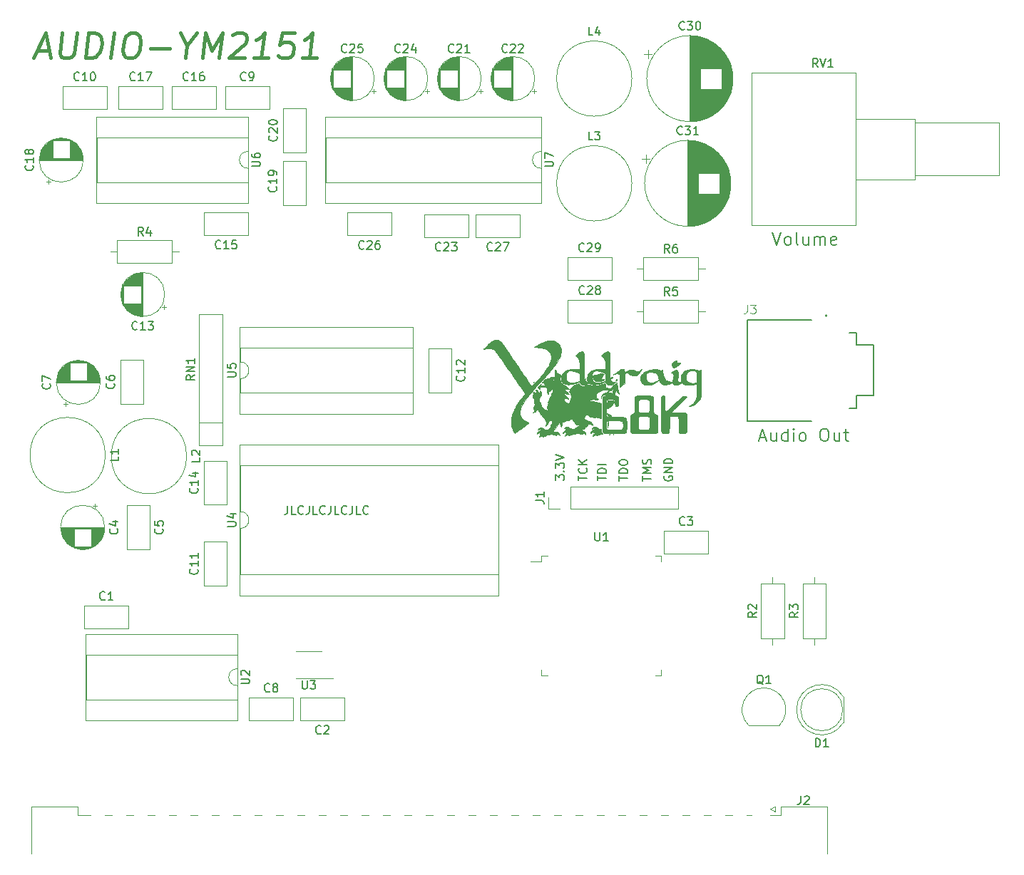
<source format=gto>
G04 #@! TF.GenerationSoftware,KiCad,Pcbnew,(5.1.10)-1*
G04 #@! TF.CreationDate,2021-07-30T10:23:39+01:00*
G04 #@! TF.ProjectId,AudioYM2151,41756469-6f59-44d3-9231-35312e6b6963,rev?*
G04 #@! TF.SameCoordinates,Original*
G04 #@! TF.FileFunction,Legend,Top*
G04 #@! TF.FilePolarity,Positive*
%FSLAX46Y46*%
G04 Gerber Fmt 4.6, Leading zero omitted, Abs format (unit mm)*
G04 Created by KiCad (PCBNEW (5.1.10)-1) date 2021-07-30 10:23:39*
%MOMM*%
%LPD*%
G01*
G04 APERTURE LIST*
%ADD10C,0.150000*%
%ADD11C,0.400000*%
%ADD12C,0.200000*%
%ADD13C,0.010000*%
%ADD14C,0.120000*%
%ADD15C,0.127000*%
%ADD16C,0.015000*%
%ADD17C,0.854000*%
%ADD18C,2.000000*%
%ADD19R,2.000000X2.000000*%
%ADD20C,2.600000*%
%ADD21C,1.600000*%
%ADD22R,1.600000X1.600000*%
%ADD23O,1.600000X1.600000*%
%ADD24C,2.340000*%
%ADD25R,1.300000X1.300000*%
%ADD26C,1.300000*%
%ADD27C,1.200000*%
%ADD28O,2.416000X1.208000*%
%ADD29O,1.208000X2.416000*%
%ADD30C,1.550000*%
%ADD31C,2.850000*%
%ADD32O,1.700000X1.700000*%
%ADD33R,1.700000X1.700000*%
%ADD34C,1.800000*%
%ADD35R,1.800000X1.800000*%
G04 APERTURE END LIST*
D10*
X132540952Y-108672380D02*
X132540952Y-109386666D01*
X132493333Y-109529523D01*
X132398095Y-109624761D01*
X132255238Y-109672380D01*
X132160000Y-109672380D01*
X133493333Y-109672380D02*
X133017142Y-109672380D01*
X133017142Y-108672380D01*
X134398095Y-109577142D02*
X134350476Y-109624761D01*
X134207619Y-109672380D01*
X134112380Y-109672380D01*
X133969523Y-109624761D01*
X133874285Y-109529523D01*
X133826666Y-109434285D01*
X133779047Y-109243809D01*
X133779047Y-109100952D01*
X133826666Y-108910476D01*
X133874285Y-108815238D01*
X133969523Y-108720000D01*
X134112380Y-108672380D01*
X134207619Y-108672380D01*
X134350476Y-108720000D01*
X134398095Y-108767619D01*
X135112380Y-108672380D02*
X135112380Y-109386666D01*
X135064761Y-109529523D01*
X134969523Y-109624761D01*
X134826666Y-109672380D01*
X134731428Y-109672380D01*
X136064761Y-109672380D02*
X135588571Y-109672380D01*
X135588571Y-108672380D01*
X136969523Y-109577142D02*
X136921904Y-109624761D01*
X136779047Y-109672380D01*
X136683809Y-109672380D01*
X136540952Y-109624761D01*
X136445714Y-109529523D01*
X136398095Y-109434285D01*
X136350476Y-109243809D01*
X136350476Y-109100952D01*
X136398095Y-108910476D01*
X136445714Y-108815238D01*
X136540952Y-108720000D01*
X136683809Y-108672380D01*
X136779047Y-108672380D01*
X136921904Y-108720000D01*
X136969523Y-108767619D01*
X137683809Y-108672380D02*
X137683809Y-109386666D01*
X137636190Y-109529523D01*
X137540952Y-109624761D01*
X137398095Y-109672380D01*
X137302857Y-109672380D01*
X138636190Y-109672380D02*
X138160000Y-109672380D01*
X138160000Y-108672380D01*
X139540952Y-109577142D02*
X139493333Y-109624761D01*
X139350476Y-109672380D01*
X139255238Y-109672380D01*
X139112380Y-109624761D01*
X139017142Y-109529523D01*
X138969523Y-109434285D01*
X138921904Y-109243809D01*
X138921904Y-109100952D01*
X138969523Y-108910476D01*
X139017142Y-108815238D01*
X139112380Y-108720000D01*
X139255238Y-108672380D01*
X139350476Y-108672380D01*
X139493333Y-108720000D01*
X139540952Y-108767619D01*
X140255238Y-108672380D02*
X140255238Y-109386666D01*
X140207619Y-109529523D01*
X140112380Y-109624761D01*
X139969523Y-109672380D01*
X139874285Y-109672380D01*
X141207619Y-109672380D02*
X140731428Y-109672380D01*
X140731428Y-108672380D01*
X142112380Y-109577142D02*
X142064761Y-109624761D01*
X141921904Y-109672380D01*
X141826666Y-109672380D01*
X141683809Y-109624761D01*
X141588571Y-109529523D01*
X141540952Y-109434285D01*
X141493333Y-109243809D01*
X141493333Y-109100952D01*
X141540952Y-108910476D01*
X141588571Y-108815238D01*
X141683809Y-108720000D01*
X141826666Y-108672380D01*
X141921904Y-108672380D01*
X142064761Y-108720000D01*
X142112380Y-108767619D01*
D11*
X102802392Y-54602000D02*
X104230964Y-54602000D01*
X102409535Y-55459142D02*
X103784535Y-52459142D01*
X104409535Y-55459142D01*
X105784535Y-52459142D02*
X105480964Y-54887714D01*
X105588107Y-55173428D01*
X105713107Y-55316285D01*
X105980964Y-55459142D01*
X106552392Y-55459142D01*
X106855964Y-55316285D01*
X107016678Y-55173428D01*
X107195250Y-54887714D01*
X107498821Y-52459142D01*
X108552392Y-55459142D02*
X108927392Y-52459142D01*
X109641678Y-52459142D01*
X110052392Y-52602000D01*
X110302392Y-52887714D01*
X110409535Y-53173428D01*
X110480964Y-53744857D01*
X110427392Y-54173428D01*
X110213107Y-54744857D01*
X110034535Y-55030571D01*
X109713107Y-55316285D01*
X109266678Y-55459142D01*
X108552392Y-55459142D01*
X111552392Y-55459142D02*
X111927392Y-52459142D01*
X113927392Y-52459142D02*
X114498821Y-52459142D01*
X114766678Y-52602000D01*
X115016678Y-52887714D01*
X115088107Y-53459142D01*
X114963107Y-54459142D01*
X114748821Y-55030571D01*
X114427392Y-55316285D01*
X114123821Y-55459142D01*
X113552392Y-55459142D01*
X113284535Y-55316285D01*
X113034535Y-55030571D01*
X112963107Y-54459142D01*
X113088107Y-53459142D01*
X113302392Y-52887714D01*
X113623821Y-52602000D01*
X113927392Y-52459142D01*
X116266678Y-54316285D02*
X118552392Y-54316285D01*
X120588107Y-54030571D02*
X120409535Y-55459142D01*
X119784535Y-52459142D02*
X120588107Y-54030571D01*
X121784535Y-52459142D01*
X122409535Y-55459142D02*
X122784535Y-52459142D01*
X123516678Y-54602000D01*
X124784535Y-52459142D01*
X124409535Y-55459142D01*
X126034535Y-52744857D02*
X126195250Y-52602000D01*
X126498821Y-52459142D01*
X127213107Y-52459142D01*
X127480964Y-52602000D01*
X127605964Y-52744857D01*
X127713107Y-53030571D01*
X127677392Y-53316285D01*
X127480964Y-53744857D01*
X125552392Y-55459142D01*
X127409535Y-55459142D01*
X130266678Y-55459142D02*
X128552392Y-55459142D01*
X129409535Y-55459142D02*
X129784535Y-52459142D01*
X129445250Y-52887714D01*
X129123821Y-53173428D01*
X128820250Y-53316285D01*
X133355964Y-52459142D02*
X131927392Y-52459142D01*
X131605964Y-53887714D01*
X131766678Y-53744857D01*
X132070250Y-53602000D01*
X132784535Y-53602000D01*
X133052392Y-53744857D01*
X133177392Y-53887714D01*
X133284535Y-54173428D01*
X133195250Y-54887714D01*
X133016678Y-55173428D01*
X132855964Y-55316285D01*
X132552392Y-55459142D01*
X131838107Y-55459142D01*
X131570250Y-55316285D01*
X131445250Y-55173428D01*
X135980964Y-55459142D02*
X134266678Y-55459142D01*
X135123821Y-55459142D02*
X135498821Y-52459142D01*
X135159535Y-52887714D01*
X134838107Y-53173428D01*
X134534535Y-53316285D01*
D10*
X177300000Y-105155904D02*
X177252380Y-105251142D01*
X177252380Y-105394000D01*
X177300000Y-105536857D01*
X177395238Y-105632095D01*
X177490476Y-105679714D01*
X177680952Y-105727333D01*
X177823809Y-105727333D01*
X178014285Y-105679714D01*
X178109523Y-105632095D01*
X178204761Y-105536857D01*
X178252380Y-105394000D01*
X178252380Y-105298761D01*
X178204761Y-105155904D01*
X178157142Y-105108285D01*
X177823809Y-105108285D01*
X177823809Y-105298761D01*
X178252380Y-104679714D02*
X177252380Y-104679714D01*
X178252380Y-104108285D01*
X177252380Y-104108285D01*
X178252380Y-103632095D02*
X177252380Y-103632095D01*
X177252380Y-103394000D01*
X177300000Y-103251142D01*
X177395238Y-103155904D01*
X177490476Y-103108285D01*
X177680952Y-103060666D01*
X177823809Y-103060666D01*
X178014285Y-103108285D01*
X178109523Y-103155904D01*
X178204761Y-103251142D01*
X178252380Y-103394000D01*
X178252380Y-103632095D01*
X174712380Y-105727333D02*
X174712380Y-105155904D01*
X175712380Y-105441619D02*
X174712380Y-105441619D01*
X175712380Y-104822571D02*
X174712380Y-104822571D01*
X175426666Y-104489238D01*
X174712380Y-104155904D01*
X175712380Y-104155904D01*
X175664761Y-103727333D02*
X175712380Y-103584476D01*
X175712380Y-103346380D01*
X175664761Y-103251142D01*
X175617142Y-103203523D01*
X175521904Y-103155904D01*
X175426666Y-103155904D01*
X175331428Y-103203523D01*
X175283809Y-103251142D01*
X175236190Y-103346380D01*
X175188571Y-103536857D01*
X175140952Y-103632095D01*
X175093333Y-103679714D01*
X174998095Y-103727333D01*
X174902857Y-103727333D01*
X174807619Y-103679714D01*
X174760000Y-103632095D01*
X174712380Y-103536857D01*
X174712380Y-103298761D01*
X174760000Y-103155904D01*
X171918380Y-105703523D02*
X171918380Y-105132095D01*
X172918380Y-105417809D02*
X171918380Y-105417809D01*
X172918380Y-104798761D02*
X171918380Y-104798761D01*
X171918380Y-104560666D01*
X171966000Y-104417809D01*
X172061238Y-104322571D01*
X172156476Y-104274952D01*
X172346952Y-104227333D01*
X172489809Y-104227333D01*
X172680285Y-104274952D01*
X172775523Y-104322571D01*
X172870761Y-104417809D01*
X172918380Y-104560666D01*
X172918380Y-104798761D01*
X171918380Y-103608285D02*
X171918380Y-103417809D01*
X171966000Y-103322571D01*
X172061238Y-103227333D01*
X172251714Y-103179714D01*
X172585047Y-103179714D01*
X172775523Y-103227333D01*
X172870761Y-103322571D01*
X172918380Y-103417809D01*
X172918380Y-103608285D01*
X172870761Y-103703523D01*
X172775523Y-103798761D01*
X172585047Y-103846380D01*
X172251714Y-103846380D01*
X172061238Y-103798761D01*
X171966000Y-103703523D01*
X171918380Y-103608285D01*
X169378380Y-105671809D02*
X169378380Y-105100380D01*
X170378380Y-105386095D02*
X169378380Y-105386095D01*
X170378380Y-104767047D02*
X169378380Y-104767047D01*
X169378380Y-104528952D01*
X169426000Y-104386095D01*
X169521238Y-104290857D01*
X169616476Y-104243238D01*
X169806952Y-104195619D01*
X169949809Y-104195619D01*
X170140285Y-104243238D01*
X170235523Y-104290857D01*
X170330761Y-104386095D01*
X170378380Y-104528952D01*
X170378380Y-104767047D01*
X170378380Y-103767047D02*
X169378380Y-103767047D01*
X167092380Y-105679714D02*
X167092380Y-105108285D01*
X168092380Y-105394000D02*
X167092380Y-105394000D01*
X167997142Y-104203523D02*
X168044761Y-104251142D01*
X168092380Y-104394000D01*
X168092380Y-104489238D01*
X168044761Y-104632095D01*
X167949523Y-104727333D01*
X167854285Y-104774952D01*
X167663809Y-104822571D01*
X167520952Y-104822571D01*
X167330476Y-104774952D01*
X167235238Y-104727333D01*
X167140000Y-104632095D01*
X167092380Y-104489238D01*
X167092380Y-104394000D01*
X167140000Y-104251142D01*
X167187619Y-104203523D01*
X168092380Y-103774952D02*
X167092380Y-103774952D01*
X168092380Y-103203523D02*
X167520952Y-103632095D01*
X167092380Y-103203523D02*
X167663809Y-103774952D01*
X164388380Y-105616190D02*
X164388380Y-104997142D01*
X164769333Y-105330476D01*
X164769333Y-105187619D01*
X164816952Y-105092380D01*
X164864571Y-105044761D01*
X164959809Y-104997142D01*
X165197904Y-104997142D01*
X165293142Y-105044761D01*
X165340761Y-105092380D01*
X165388380Y-105187619D01*
X165388380Y-105473333D01*
X165340761Y-105568571D01*
X165293142Y-105616190D01*
X165293142Y-104568571D02*
X165340761Y-104520952D01*
X165388380Y-104568571D01*
X165340761Y-104616190D01*
X165293142Y-104568571D01*
X165388380Y-104568571D01*
X164388380Y-104187619D02*
X164388380Y-103568571D01*
X164769333Y-103901904D01*
X164769333Y-103759047D01*
X164816952Y-103663809D01*
X164864571Y-103616190D01*
X164959809Y-103568571D01*
X165197904Y-103568571D01*
X165293142Y-103616190D01*
X165340761Y-103663809D01*
X165388380Y-103759047D01*
X165388380Y-104044761D01*
X165340761Y-104140000D01*
X165293142Y-104187619D01*
X164388380Y-103282857D02*
X165388380Y-102949523D01*
X164388380Y-102616190D01*
D12*
X188587714Y-100580000D02*
X189302000Y-100580000D01*
X188444857Y-101008571D02*
X188944857Y-99508571D01*
X189444857Y-101008571D01*
X190587714Y-100008571D02*
X190587714Y-101008571D01*
X189944857Y-100008571D02*
X189944857Y-100794285D01*
X190016285Y-100937142D01*
X190159142Y-101008571D01*
X190373428Y-101008571D01*
X190516285Y-100937142D01*
X190587714Y-100865714D01*
X191944857Y-101008571D02*
X191944857Y-99508571D01*
X191944857Y-100937142D02*
X191802000Y-101008571D01*
X191516285Y-101008571D01*
X191373428Y-100937142D01*
X191302000Y-100865714D01*
X191230571Y-100722857D01*
X191230571Y-100294285D01*
X191302000Y-100151428D01*
X191373428Y-100080000D01*
X191516285Y-100008571D01*
X191802000Y-100008571D01*
X191944857Y-100080000D01*
X192659142Y-101008571D02*
X192659142Y-100008571D01*
X192659142Y-99508571D02*
X192587714Y-99580000D01*
X192659142Y-99651428D01*
X192730571Y-99580000D01*
X192659142Y-99508571D01*
X192659142Y-99651428D01*
X193587714Y-101008571D02*
X193444857Y-100937142D01*
X193373428Y-100865714D01*
X193302000Y-100722857D01*
X193302000Y-100294285D01*
X193373428Y-100151428D01*
X193444857Y-100080000D01*
X193587714Y-100008571D01*
X193802000Y-100008571D01*
X193944857Y-100080000D01*
X194016285Y-100151428D01*
X194087714Y-100294285D01*
X194087714Y-100722857D01*
X194016285Y-100865714D01*
X193944857Y-100937142D01*
X193802000Y-101008571D01*
X193587714Y-101008571D01*
X196159142Y-99508571D02*
X196444857Y-99508571D01*
X196587714Y-99580000D01*
X196730571Y-99722857D01*
X196802000Y-100008571D01*
X196802000Y-100508571D01*
X196730571Y-100794285D01*
X196587714Y-100937142D01*
X196444857Y-101008571D01*
X196159142Y-101008571D01*
X196016285Y-100937142D01*
X195873428Y-100794285D01*
X195802000Y-100508571D01*
X195802000Y-100008571D01*
X195873428Y-99722857D01*
X196016285Y-99580000D01*
X196159142Y-99508571D01*
X198087714Y-100008571D02*
X198087714Y-101008571D01*
X197444857Y-100008571D02*
X197444857Y-100794285D01*
X197516285Y-100937142D01*
X197659142Y-101008571D01*
X197873428Y-101008571D01*
X198016285Y-100937142D01*
X198087714Y-100865714D01*
X198587714Y-100008571D02*
X199159142Y-100008571D01*
X198802000Y-99508571D02*
X198802000Y-100794285D01*
X198873428Y-100937142D01*
X199016285Y-101008571D01*
X199159142Y-101008571D01*
X190107142Y-76178571D02*
X190607142Y-77678571D01*
X191107142Y-76178571D01*
X191821428Y-77678571D02*
X191678571Y-77607142D01*
X191607142Y-77535714D01*
X191535714Y-77392857D01*
X191535714Y-76964285D01*
X191607142Y-76821428D01*
X191678571Y-76750000D01*
X191821428Y-76678571D01*
X192035714Y-76678571D01*
X192178571Y-76750000D01*
X192250000Y-76821428D01*
X192321428Y-76964285D01*
X192321428Y-77392857D01*
X192250000Y-77535714D01*
X192178571Y-77607142D01*
X192035714Y-77678571D01*
X191821428Y-77678571D01*
X193178571Y-77678571D02*
X193035714Y-77607142D01*
X192964285Y-77464285D01*
X192964285Y-76178571D01*
X194392857Y-76678571D02*
X194392857Y-77678571D01*
X193750000Y-76678571D02*
X193750000Y-77464285D01*
X193821428Y-77607142D01*
X193964285Y-77678571D01*
X194178571Y-77678571D01*
X194321428Y-77607142D01*
X194392857Y-77535714D01*
X195107142Y-77678571D02*
X195107142Y-76678571D01*
X195107142Y-76821428D02*
X195178571Y-76750000D01*
X195321428Y-76678571D01*
X195535714Y-76678571D01*
X195678571Y-76750000D01*
X195750000Y-76892857D01*
X195750000Y-77678571D01*
X195750000Y-76892857D02*
X195821428Y-76750000D01*
X195964285Y-76678571D01*
X196178571Y-76678571D01*
X196321428Y-76750000D01*
X196392857Y-76892857D01*
X196392857Y-77678571D01*
X197678571Y-77607142D02*
X197535714Y-77678571D01*
X197250000Y-77678571D01*
X197107142Y-77607142D01*
X197035714Y-77464285D01*
X197035714Y-76892857D01*
X197107142Y-76750000D01*
X197250000Y-76678571D01*
X197535714Y-76678571D01*
X197678571Y-76750000D01*
X197750000Y-76892857D01*
X197750000Y-77035714D01*
X197035714Y-77178571D01*
D13*
G36*
X164327156Y-92527056D02*
G01*
X164363974Y-92568855D01*
X164402826Y-92628503D01*
X164439733Y-92699170D01*
X164470081Y-92772259D01*
X164499764Y-92848176D01*
X164528675Y-92902993D01*
X164561398Y-92940438D01*
X164602519Y-92964239D01*
X164656625Y-92978126D01*
X164728300Y-92985825D01*
X164733190Y-92986167D01*
X164779960Y-92990001D01*
X164815054Y-92994072D01*
X164832429Y-92997643D01*
X164833300Y-92998412D01*
X164826452Y-93011039D01*
X164809404Y-93035841D01*
X164803262Y-93044222D01*
X164785918Y-93072798D01*
X164767614Y-93110860D01*
X164751179Y-93151193D01*
X164739444Y-93186584D01*
X164735237Y-93209819D01*
X164736531Y-93214364D01*
X164748535Y-93210066D01*
X164776812Y-93194597D01*
X164816421Y-93170752D01*
X164840626Y-93155476D01*
X164884237Y-93128253D01*
X164919105Y-93107840D01*
X164940310Y-93097049D01*
X164944340Y-93096207D01*
X164943663Y-93109633D01*
X164938420Y-93142538D01*
X164929533Y-93189601D01*
X164920749Y-93232316D01*
X164906665Y-93317064D01*
X164896926Y-93414129D01*
X164891607Y-93517137D01*
X164890780Y-93619716D01*
X164894517Y-93715490D01*
X164902891Y-93798088D01*
X164913663Y-93853000D01*
X164954968Y-93973957D01*
X165010152Y-94076253D01*
X165081291Y-94161988D01*
X165170461Y-94233259D01*
X165279739Y-94292166D01*
X165389307Y-94333862D01*
X165466020Y-94366303D01*
X165552783Y-94415364D01*
X165644636Y-94477174D01*
X165736618Y-94547863D01*
X165823769Y-94623561D01*
X165901129Y-94700398D01*
X165963737Y-94774502D01*
X165976366Y-94791951D01*
X165994105Y-94818616D01*
X165997365Y-94828923D01*
X165986831Y-94826889D01*
X165981996Y-94824868D01*
X165908357Y-94799078D01*
X165823912Y-94781502D01*
X165723950Y-94771421D01*
X165611621Y-94768132D01*
X165533888Y-94768317D01*
X165478102Y-94770778D01*
X165440817Y-94777277D01*
X165418584Y-94789578D01*
X165407957Y-94809444D01*
X165405487Y-94838638D01*
X165407268Y-94872660D01*
X165409789Y-94896099D01*
X165415864Y-94914670D01*
X165429187Y-94932359D01*
X165453449Y-94953157D01*
X165492344Y-94981051D01*
X165533818Y-95009352D01*
X165589341Y-95048015D01*
X165643126Y-95087207D01*
X165688070Y-95121664D01*
X165711618Y-95141156D01*
X165752878Y-95180551D01*
X165800077Y-95230265D01*
X165847737Y-95284033D01*
X165890385Y-95335586D01*
X165922545Y-95378659D01*
X165932010Y-95393392D01*
X165946310Y-95418710D01*
X165947249Y-95427131D01*
X165934596Y-95423502D01*
X165930641Y-95421852D01*
X165845883Y-95392549D01*
X165749136Y-95369512D01*
X165646995Y-95353447D01*
X165546052Y-95345062D01*
X165452902Y-95345062D01*
X165374139Y-95354155D01*
X165350825Y-95359719D01*
X165333843Y-95374825D01*
X165328600Y-95409218D01*
X165330410Y-95431337D01*
X165338618Y-95449704D01*
X165357388Y-95469065D01*
X165390883Y-95494165D01*
X165421562Y-95515156D01*
X165532744Y-95593706D01*
X165624400Y-95666714D01*
X165700672Y-95737855D01*
X165765703Y-95810805D01*
X165789882Y-95841828D01*
X165823215Y-95887175D01*
X165849386Y-95924579D01*
X165865487Y-95949758D01*
X165869078Y-95958355D01*
X165855908Y-95956332D01*
X165829842Y-95945180D01*
X165825582Y-95943020D01*
X165763395Y-95919026D01*
X165681722Y-95900014D01*
X165586161Y-95886972D01*
X165482311Y-95880889D01*
X165472684Y-95880715D01*
X165415114Y-95880556D01*
X165367277Y-95881702D01*
X165334652Y-95883940D01*
X165322954Y-95886563D01*
X165321472Y-95901956D01*
X165324982Y-95935322D01*
X165332727Y-95979895D01*
X165334174Y-95986969D01*
X165371912Y-96114606D01*
X165428099Y-96225490D01*
X165502127Y-96318894D01*
X165593384Y-96394095D01*
X165701259Y-96450367D01*
X165734692Y-96462745D01*
X165796508Y-96483381D01*
X165839922Y-96494547D01*
X165870708Y-96494559D01*
X165894642Y-96481733D01*
X165917498Y-96454384D01*
X165945052Y-96410827D01*
X165952046Y-96399350D01*
X166006361Y-96301203D01*
X166058900Y-96189778D01*
X166105659Y-96074565D01*
X166142634Y-95965052D01*
X166156133Y-95915677D01*
X166175393Y-95810133D01*
X166183851Y-95698293D01*
X166181916Y-95586015D01*
X166170002Y-95479157D01*
X166148519Y-95383575D01*
X166117880Y-95305127D01*
X166112521Y-95295202D01*
X166087452Y-95260721D01*
X166050334Y-95220796D01*
X166014400Y-95188478D01*
X165979256Y-95158481D01*
X165953056Y-95133331D01*
X165941232Y-95118260D01*
X165941118Y-95117875D01*
X165945176Y-95098429D01*
X165960405Y-95062080D01*
X165984386Y-95013381D01*
X166014698Y-94956888D01*
X166048921Y-94897153D01*
X166084635Y-94838732D01*
X166110513Y-94799150D01*
X166165305Y-94723573D01*
X166228528Y-94645250D01*
X166296983Y-94567386D01*
X166367468Y-94493183D01*
X166436783Y-94425847D01*
X166501726Y-94368581D01*
X166559095Y-94324590D01*
X166605691Y-94297077D01*
X166616446Y-94292736D01*
X166667864Y-94275287D01*
X166730087Y-94254798D01*
X166798987Y-94232558D01*
X166870435Y-94209855D01*
X166940304Y-94187977D01*
X167004464Y-94168212D01*
X167058789Y-94151849D01*
X167099148Y-94140175D01*
X167121415Y-94134478D01*
X167124454Y-94134229D01*
X167132824Y-94146222D01*
X167151515Y-94173617D01*
X167176663Y-94210748D01*
X167179500Y-94214950D01*
X167226511Y-94279478D01*
X167270262Y-94326455D01*
X167317246Y-94361781D01*
X167373300Y-94391060D01*
X167486202Y-94428556D01*
X167611153Y-94445631D01*
X167745408Y-94442511D01*
X167886220Y-94419423D01*
X168030844Y-94376592D01*
X168149730Y-94327191D01*
X168206183Y-94301071D01*
X168245177Y-94284776D01*
X168272041Y-94276916D01*
X168292105Y-94276103D01*
X168310701Y-94280944D01*
X168317299Y-94283496D01*
X168435377Y-94326941D01*
X168545901Y-94358031D01*
X168658730Y-94378925D01*
X168783724Y-94391783D01*
X168823160Y-94394289D01*
X169004562Y-94395933D01*
X169197910Y-94380848D01*
X169404577Y-94348797D01*
X169625940Y-94299542D01*
X169863373Y-94232846D01*
X169986848Y-94193446D01*
X170052506Y-94172082D01*
X170109148Y-94154324D01*
X170152659Y-94141408D01*
X170178926Y-94134569D01*
X170184814Y-94133981D01*
X170225996Y-94190308D01*
X170251550Y-94238179D01*
X170264775Y-94286081D01*
X170268970Y-94342498D01*
X170269024Y-94350588D01*
X170281219Y-94453384D01*
X170317768Y-94549907D01*
X170364374Y-94622772D01*
X170394660Y-94662480D01*
X170573080Y-94671672D01*
X170644124Y-94675644D01*
X170693577Y-94679442D01*
X170725233Y-94683736D01*
X170742886Y-94689196D01*
X170750330Y-94696493D01*
X170751500Y-94703177D01*
X170741566Y-94736000D01*
X170715886Y-94774514D01*
X170680634Y-94811585D01*
X170641990Y-94840079D01*
X170626299Y-94847748D01*
X170579605Y-94860969D01*
X170513847Y-94872212D01*
X170435322Y-94880936D01*
X170350327Y-94886600D01*
X170265156Y-94888662D01*
X170186107Y-94886581D01*
X170179362Y-94886162D01*
X170118420Y-94882974D01*
X170073389Y-94883547D01*
X170034929Y-94888935D01*
X169993695Y-94900189D01*
X169962695Y-94910555D01*
X169788684Y-94975190D01*
X169638953Y-95040622D01*
X169512382Y-95107586D01*
X169407851Y-95176814D01*
X169324241Y-95249041D01*
X169260432Y-95325001D01*
X169218620Y-95398006D01*
X169192090Y-95476525D01*
X169174178Y-95576014D01*
X169165379Y-95693378D01*
X169164557Y-95735961D01*
X169163890Y-95770250D01*
X169164602Y-95794707D01*
X169169979Y-95813129D01*
X169183306Y-95829312D01*
X169207867Y-95847052D01*
X169246947Y-95870145D01*
X169303831Y-95902388D01*
X169313170Y-95907716D01*
X169356566Y-95933415D01*
X169395308Y-95957888D01*
X169417158Y-95973030D01*
X169448066Y-95996578D01*
X169369895Y-96036039D01*
X169307170Y-96062109D01*
X169244227Y-96075351D01*
X169176089Y-96075645D01*
X169097784Y-96062871D01*
X169004337Y-96036910D01*
X168972497Y-96026496D01*
X168826635Y-95977493D01*
X168712742Y-96012119D01*
X168630267Y-96039013D01*
X168550931Y-96068219D01*
X168478291Y-96098094D01*
X168415905Y-96126997D01*
X168367329Y-96153286D01*
X168336121Y-96175318D01*
X168325800Y-96190732D01*
X168337257Y-96197376D01*
X168366686Y-96201825D01*
X168392475Y-96202902D01*
X168457496Y-96206513D01*
X168542489Y-96216121D01*
X168642969Y-96230861D01*
X168754451Y-96249866D01*
X168872452Y-96272270D01*
X168992488Y-96297207D01*
X169110074Y-96323811D01*
X169220726Y-96351217D01*
X169319960Y-96378557D01*
X169352151Y-96388255D01*
X169468480Y-96423203D01*
X169566900Y-96450262D01*
X169653117Y-96470896D01*
X169732835Y-96486574D01*
X169738675Y-96487584D01*
X169786300Y-96495750D01*
X169786300Y-97379184D01*
X169786260Y-97551135D01*
X169786114Y-97699393D01*
X169785822Y-97825668D01*
X169785347Y-97931665D01*
X169784648Y-98019093D01*
X169783686Y-98089659D01*
X169782423Y-98145072D01*
X169780818Y-98187038D01*
X169778833Y-98217266D01*
X169776429Y-98237463D01*
X169773567Y-98249337D01*
X169770206Y-98254595D01*
X169766309Y-98254945D01*
X169766211Y-98254908D01*
X169741920Y-98250287D01*
X169703798Y-98247535D01*
X169685168Y-98247200D01*
X169643036Y-98244236D01*
X169613322Y-98231995D01*
X169585332Y-98207430D01*
X169546450Y-98167661D01*
X169494668Y-98188380D01*
X169413007Y-98208391D01*
X169332148Y-98203136D01*
X169253192Y-98172750D01*
X169225664Y-98155833D01*
X169206371Y-98144074D01*
X169189338Y-98140487D01*
X169166892Y-98145892D01*
X169131358Y-98161111D01*
X169117714Y-98167383D01*
X169036118Y-98194535D01*
X168951903Y-98204027D01*
X168870541Y-98196501D01*
X168797506Y-98172596D01*
X168738270Y-98132956D01*
X168727121Y-98121623D01*
X168712746Y-98108438D01*
X168695141Y-98101205D01*
X168667856Y-98098946D01*
X168624437Y-98100681D01*
X168600121Y-98102345D01*
X168500110Y-98101011D01*
X168416756Y-98080985D01*
X168348919Y-98041692D01*
X168295455Y-97982559D01*
X168269242Y-97936139D01*
X168249189Y-97896824D01*
X168232860Y-97875714D01*
X168214710Y-97867365D01*
X168198005Y-97866200D01*
X168164622Y-97860420D01*
X168121736Y-97845674D01*
X168097807Y-97834757D01*
X168035759Y-97803315D01*
X167940470Y-97904608D01*
X167860250Y-98000008D01*
X167804414Y-98089662D01*
X167772993Y-98173420D01*
X167766020Y-98251134D01*
X167783528Y-98322653D01*
X167825548Y-98387828D01*
X167834453Y-98397559D01*
X167870679Y-98430128D01*
X167914698Y-98458521D01*
X167970463Y-98484469D01*
X168041922Y-98509705D01*
X168133027Y-98535958D01*
X168175579Y-98547061D01*
X168276868Y-98574411D01*
X168357742Y-98600148D01*
X168422912Y-98626380D01*
X168477087Y-98655213D01*
X168524979Y-98688755D01*
X168560777Y-98719335D01*
X168625868Y-98789148D01*
X168681167Y-98868602D01*
X168723581Y-98951778D01*
X168750011Y-99032757D01*
X168757599Y-99095671D01*
X168757599Y-99140066D01*
X168684008Y-99069872D01*
X168616779Y-99011899D01*
X168553376Y-98972070D01*
X168485808Y-98946042D01*
X168434189Y-98934156D01*
X168369214Y-98922987D01*
X168322649Y-98919441D01*
X168288009Y-98926118D01*
X168258805Y-98945619D01*
X168228550Y-98980544D01*
X168192450Y-99031060D01*
X168121764Y-99122928D01*
X168036069Y-99219048D01*
X167942496Y-99312208D01*
X167848173Y-99395196D01*
X167783293Y-99444958D01*
X167693350Y-99503795D01*
X167588543Y-99564198D01*
X167478514Y-99621053D01*
X167372905Y-99669248D01*
X167322500Y-99689351D01*
X167264616Y-99711982D01*
X167228718Y-99728633D01*
X167215307Y-99739567D01*
X167224883Y-99745047D01*
X167257948Y-99745333D01*
X167315001Y-99740688D01*
X167396544Y-99731374D01*
X167401612Y-99730748D01*
X167525174Y-99715452D01*
X167645103Y-99776584D01*
X167747217Y-99836419D01*
X167825441Y-99900291D01*
X167881175Y-99969883D01*
X167915822Y-100046876D01*
X167929621Y-100118169D01*
X167935751Y-100181970D01*
X167861984Y-100121879D01*
X167807075Y-100079078D01*
X167762612Y-100049864D01*
X167721033Y-100029908D01*
X167675232Y-100015009D01*
X167625854Y-100005894D01*
X167594872Y-100012131D01*
X167579488Y-100035075D01*
X167576500Y-100062812D01*
X167568404Y-100107484D01*
X167541946Y-100140114D01*
X167493868Y-100164593D01*
X167490122Y-100165923D01*
X167462746Y-100172650D01*
X167437456Y-100169425D01*
X167404265Y-100154347D01*
X167390922Y-100147032D01*
X167336917Y-100123452D01*
X167279712Y-100114518D01*
X167260226Y-100114100D01*
X167200465Y-100108682D01*
X167153748Y-100089452D01*
X167110503Y-100051939D01*
X167098710Y-100038714D01*
X167061348Y-100014396D01*
X167008180Y-100009642D01*
X166939563Y-100024422D01*
X166855851Y-100058704D01*
X166852663Y-100060251D01*
X166801753Y-100083834D01*
X166761597Y-100097814D01*
X166721320Y-100104707D01*
X166670042Y-100107026D01*
X166649463Y-100107213D01*
X166587062Y-100106231D01*
X166522943Y-100103144D01*
X166469940Y-100098592D01*
X166465250Y-100098018D01*
X166389050Y-100088287D01*
X166352721Y-100146270D01*
X166315002Y-100197870D01*
X166276436Y-100228772D01*
X166230000Y-100242915D01*
X166177359Y-100244638D01*
X166131327Y-100244858D01*
X166100246Y-100251638D01*
X166073977Y-100267584D01*
X166067509Y-100272855D01*
X166013682Y-100308132D01*
X165963990Y-100321393D01*
X165921095Y-100312638D01*
X165887661Y-100281869D01*
X165882221Y-100272850D01*
X165864167Y-100246647D01*
X165841345Y-100233364D01*
X165804988Y-100228860D01*
X165788552Y-100228594D01*
X165724500Y-100239343D01*
X165652922Y-100270689D01*
X165577920Y-100320647D01*
X165548942Y-100344475D01*
X165487350Y-100397907D01*
X165483424Y-100364921D01*
X165487337Y-100305219D01*
X165509732Y-100238830D01*
X165547212Y-100171970D01*
X165596381Y-100110856D01*
X165646100Y-100067143D01*
X165690037Y-100034928D01*
X165739806Y-99997944D01*
X165766589Y-99977820D01*
X165800385Y-99951748D01*
X165815889Y-99937017D01*
X165815233Y-99929872D01*
X165800553Y-99926558D01*
X165796038Y-99926015D01*
X165759416Y-99931687D01*
X165714624Y-99953609D01*
X165709721Y-99956777D01*
X165660488Y-99980121D01*
X165619474Y-99979454D01*
X165586510Y-99954741D01*
X165569900Y-99927023D01*
X165549221Y-99896276D01*
X165522623Y-99885838D01*
X165519100Y-99885712D01*
X165468994Y-99893484D01*
X165408518Y-99915448D01*
X165345642Y-99948228D01*
X165301971Y-99977678D01*
X165267725Y-100001952D01*
X165241863Y-100017227D01*
X165230504Y-100020237D01*
X165226058Y-100000335D01*
X165230881Y-99965059D01*
X165242944Y-99921784D01*
X165260216Y-99877883D01*
X165279398Y-99842621D01*
X165342029Y-99766396D01*
X165418246Y-99708971D01*
X165452019Y-99690958D01*
X165484025Y-99672441D01*
X165503570Y-99655412D01*
X165506400Y-99649148D01*
X165515398Y-99631977D01*
X165537902Y-99607665D01*
X165547341Y-99599307D01*
X165572860Y-99580077D01*
X165596525Y-99570821D01*
X165628001Y-99569302D01*
X165664816Y-99572107D01*
X165717731Y-99579607D01*
X165769953Y-99590924D01*
X165795325Y-99598515D01*
X165830665Y-99610019D01*
X165846067Y-99610421D01*
X165845159Y-99598087D01*
X165836279Y-99580100D01*
X165822010Y-99564693D01*
X165796178Y-99557902D01*
X165761499Y-99557163D01*
X165713705Y-99555978D01*
X165686069Y-99548055D01*
X165673700Y-99530859D01*
X165671500Y-99510547D01*
X165660725Y-99478858D01*
X165628870Y-99460331D01*
X165576634Y-99455060D01*
X165504719Y-99463142D01*
X165436550Y-99478478D01*
X165392556Y-99489241D01*
X165359213Y-99495944D01*
X165343066Y-99497293D01*
X165342616Y-99497054D01*
X165346014Y-99484753D01*
X165360293Y-99458723D01*
X165371381Y-99441243D01*
X165430799Y-99373679D01*
X165508228Y-99320457D01*
X165599477Y-99283576D01*
X165700359Y-99265036D01*
X165744519Y-99263200D01*
X165778861Y-99263896D01*
X165806452Y-99267632D01*
X165833205Y-99276882D01*
X165865031Y-99294118D01*
X165907845Y-99321814D01*
X165945061Y-99347070D01*
X166001630Y-99384344D01*
X166058316Y-99419397D01*
X166107570Y-99447677D01*
X166135201Y-99461753D01*
X166212741Y-99490605D01*
X166297165Y-99510703D01*
X166384190Y-99522167D01*
X166469533Y-99525115D01*
X166548911Y-99519667D01*
X166618042Y-99505942D01*
X166672641Y-99484060D01*
X166708427Y-99454141D01*
X166713827Y-99445616D01*
X166752337Y-99399798D01*
X166811311Y-99365570D01*
X166847472Y-99353480D01*
X166892454Y-99333441D01*
X166913771Y-99307688D01*
X166941853Y-99272029D01*
X166987441Y-99241632D01*
X167042645Y-99221426D01*
X167056351Y-99218656D01*
X167102525Y-99201418D01*
X167137720Y-99174956D01*
X167172805Y-99145738D01*
X167214850Y-99120060D01*
X167221829Y-99116730D01*
X167252291Y-99101401D01*
X167269935Y-99089437D01*
X167271700Y-99086640D01*
X167260418Y-99076276D01*
X167231201Y-99062943D01*
X167190990Y-99048804D01*
X167146726Y-99036019D01*
X167105350Y-99026749D01*
X167073804Y-99023155D01*
X167068500Y-99023374D01*
X167032413Y-99025540D01*
X166982429Y-99027035D01*
X166935150Y-99027511D01*
X166841061Y-99015897D01*
X166757914Y-98981558D01*
X166686565Y-98925081D01*
X166627873Y-98847053D01*
X166603769Y-98800639D01*
X166562384Y-98735511D01*
X166516990Y-98695069D01*
X166451274Y-98633746D01*
X166401285Y-98555553D01*
X166369268Y-98465147D01*
X166357468Y-98367185D01*
X166357450Y-98364228D01*
X166356254Y-98330913D01*
X166350934Y-98317871D01*
X166338516Y-98319998D01*
X166333235Y-98322685D01*
X166307664Y-98331157D01*
X166267127Y-98339416D01*
X166234810Y-98343939D01*
X166194369Y-98350249D01*
X166161479Y-98361256D01*
X166127874Y-98380944D01*
X166085285Y-98413299D01*
X166076934Y-98420040D01*
X165984050Y-98486430D01*
X165893079Y-98534211D01*
X165807413Y-98561841D01*
X165750364Y-98568399D01*
X165698706Y-98567972D01*
X165648092Y-98565960D01*
X165626432Y-98564366D01*
X165583813Y-98565456D01*
X165547242Y-98581200D01*
X165531182Y-98592432D01*
X165443111Y-98648521D01*
X165358431Y-98681194D01*
X165275047Y-98691621D01*
X165222253Y-98688285D01*
X165177357Y-98679570D01*
X165158873Y-98672571D01*
X165132442Y-98659495D01*
X165117892Y-98653624D01*
X165117598Y-98653600D01*
X165115772Y-98665521D01*
X165114213Y-98698171D01*
X165113064Y-98746879D01*
X165112468Y-98806973D01*
X165112425Y-98821875D01*
X165106034Y-98970628D01*
X165086412Y-99105825D01*
X165052107Y-99236411D01*
X165038781Y-99275900D01*
X165024843Y-99314266D01*
X165016495Y-99331224D01*
X165010963Y-99329349D01*
X165005473Y-99311215D01*
X165004580Y-99307650D01*
X164997698Y-99280024D01*
X164986362Y-99234505D01*
X164972255Y-99177847D01*
X164959693Y-99127389D01*
X164940504Y-99055368D01*
X164918611Y-98981462D01*
X164895359Y-98909339D01*
X164872093Y-98842667D01*
X164850159Y-98785115D01*
X164830901Y-98740352D01*
X164815666Y-98712046D01*
X164805797Y-98703865D01*
X164804729Y-98704767D01*
X164796868Y-98717478D01*
X164778920Y-98747531D01*
X164753611Y-98790338D01*
X164725751Y-98837750D01*
X164579714Y-99074859D01*
X164416946Y-99317226D01*
X164242643Y-99557292D01*
X164136333Y-99695000D01*
X164095508Y-99747387D01*
X164060997Y-99793062D01*
X164035604Y-99828203D01*
X164022133Y-99848990D01*
X164020705Y-99852539D01*
X164032775Y-99856124D01*
X164067030Y-99858120D01*
X164120301Y-99858485D01*
X164189419Y-99857177D01*
X164239979Y-99855463D01*
X164459459Y-99846896D01*
X164573761Y-99902528D01*
X164670828Y-99959575D01*
X164747944Y-100025791D01*
X164803725Y-100099409D01*
X164836789Y-100178665D01*
X164846000Y-100250007D01*
X164846000Y-100292490D01*
X164780076Y-100240381D01*
X164700327Y-100184313D01*
X164626788Y-100146463D01*
X164562468Y-100128265D01*
X164541622Y-100126800D01*
X164490400Y-100126800D01*
X164490400Y-100182914D01*
X164488023Y-100220156D01*
X164477111Y-100243113D01*
X164451989Y-100262736D01*
X164447625Y-100265464D01*
X164407903Y-100285207D01*
X164371162Y-100289929D01*
X164329187Y-100279355D01*
X164287200Y-100260150D01*
X164220518Y-100235306D01*
X164152778Y-100228400D01*
X164109414Y-100226800D01*
X164080248Y-100219034D01*
X164054135Y-100200654D01*
X164033323Y-100180711D01*
X164001929Y-100152099D01*
X163975101Y-100138142D01*
X163941172Y-100133961D01*
X163921529Y-100133953D01*
X163863249Y-100141529D01*
X163802353Y-100164582D01*
X163783386Y-100174230D01*
X163714583Y-100205582D01*
X163646023Y-100224584D01*
X163570671Y-100232287D01*
X163481492Y-100229740D01*
X163437778Y-100225821D01*
X163378439Y-100220035D01*
X163339362Y-100217568D01*
X163315588Y-100218749D01*
X163302155Y-100223910D01*
X163294101Y-100233380D01*
X163292892Y-100235475D01*
X163277300Y-100257418D01*
X163250846Y-100289436D01*
X163229126Y-100313789D01*
X163200278Y-100343818D01*
X163177735Y-100360081D01*
X163151809Y-100366507D01*
X163112813Y-100367024D01*
X163098732Y-100366659D01*
X163052057Y-100366802D01*
X163020170Y-100372428D01*
X162992577Y-100386582D01*
X162968692Y-100404384D01*
X162914620Y-100436072D01*
X162864048Y-100443006D01*
X162817646Y-100425099D01*
X162816825Y-100424529D01*
X162795582Y-100401643D01*
X162788600Y-100381438D01*
X162780374Y-100359325D01*
X162753755Y-100346887D01*
X162705826Y-100342828D01*
X162701836Y-100342824D01*
X162645978Y-100352452D01*
X162581577Y-100378831D01*
X162515599Y-100418595D01*
X162469151Y-100455283D01*
X162437133Y-100482735D01*
X162412814Y-100501742D01*
X162402476Y-100507800D01*
X162396618Y-100496977D01*
X162394900Y-100478355D01*
X162402624Y-100424395D01*
X162423178Y-100361661D01*
X162452630Y-100300466D01*
X162476745Y-100263661D01*
X162507797Y-100230324D01*
X162553583Y-100190154D01*
X162606956Y-100149216D01*
X162632402Y-100131587D01*
X162681245Y-100098527D01*
X162711100Y-100076634D01*
X162724403Y-100063430D01*
X162723590Y-100056439D01*
X162711098Y-100053182D01*
X162709676Y-100053010D01*
X162674829Y-100057651D01*
X162630431Y-100075719D01*
X162616803Y-100083224D01*
X162567406Y-100105070D01*
X162529405Y-100104807D01*
X162500682Y-100081832D01*
X162482350Y-100045024D01*
X162467961Y-100014478D01*
X162449289Y-100001831D01*
X162427273Y-99999810D01*
X162387927Y-100006927D01*
X162336239Y-100025796D01*
X162280025Y-100052720D01*
X162227104Y-100083999D01*
X162189137Y-100112478D01*
X162161340Y-100135834D01*
X162142043Y-100150115D01*
X162137688Y-100152200D01*
X162134620Y-100141412D01*
X162138339Y-100113752D01*
X162147104Y-100076273D01*
X162159174Y-100036027D01*
X162172806Y-100000067D01*
X162177936Y-99989183D01*
X162231004Y-99907759D01*
X162298148Y-99845829D01*
X162329563Y-99825799D01*
X162372880Y-99797426D01*
X162420752Y-99760877D01*
X162448330Y-99737148D01*
X162482393Y-99707972D01*
X162511670Y-99690820D01*
X162542887Y-99684750D01*
X162582764Y-99688821D01*
X162638026Y-99702091D01*
X162658519Y-99707700D01*
X162709092Y-99721614D01*
X162740013Y-99729407D01*
X162756115Y-99731708D01*
X162762232Y-99729145D01*
X162763200Y-99722346D01*
X162763200Y-99721307D01*
X162751967Y-99694987D01*
X162722668Y-99678037D01*
X162681900Y-99673758D01*
X162670699Y-99675052D01*
X162624375Y-99676100D01*
X162596571Y-99660592D01*
X162585687Y-99627474D01*
X162585400Y-99618868D01*
X162582248Y-99595614D01*
X162568026Y-99583373D01*
X162535635Y-99575988D01*
X162498484Y-99574859D01*
X162445749Y-99579049D01*
X162386370Y-99587266D01*
X162329289Y-99598221D01*
X162283446Y-99610622D01*
X162275415Y-99613550D01*
X162262236Y-99617121D01*
X162260502Y-99610204D01*
X162270841Y-99588353D01*
X162281765Y-99568603D01*
X162336468Y-99496061D01*
X162409258Y-99441147D01*
X162500267Y-99403787D01*
X162609630Y-99383909D01*
X162624036Y-99382692D01*
X162731450Y-99374631D01*
X162811179Y-99430040D01*
X162894864Y-99486871D01*
X162963352Y-99530157D01*
X163021069Y-99562480D01*
X163072440Y-99586425D01*
X163092989Y-99594531D01*
X163164501Y-99615008D01*
X163248760Y-99629618D01*
X163334244Y-99636934D01*
X163409430Y-99635528D01*
X163417250Y-99634701D01*
X163454200Y-99628173D01*
X163483490Y-99615632D01*
X163513602Y-99592232D01*
X163544250Y-99562166D01*
X163578747Y-99523460D01*
X163620751Y-99471368D01*
X163663995Y-99413845D01*
X163690032Y-99376979D01*
X163725684Y-99324251D01*
X163749565Y-99285521D01*
X163764460Y-99253971D01*
X163773156Y-99222782D01*
X163778437Y-99185137D01*
X163781416Y-99153320D01*
X163791325Y-99075004D01*
X163807075Y-99014493D01*
X163831361Y-98964387D01*
X163866875Y-98917286D01*
X163867615Y-98916442D01*
X163891641Y-98887156D01*
X163901718Y-98864432D01*
X163900781Y-98836708D01*
X163895127Y-98808054D01*
X163889647Y-98731195D01*
X163908022Y-98663030D01*
X163947640Y-98606292D01*
X163971439Y-98578885D01*
X163979288Y-98559171D01*
X163974211Y-98537962D01*
X163971883Y-98532670D01*
X163960541Y-98498507D01*
X163957000Y-98473843D01*
X163952362Y-98455302D01*
X163935069Y-98457243D01*
X163934775Y-98457371D01*
X163886863Y-98474042D01*
X163823389Y-98490509D01*
X163754116Y-98504671D01*
X163688811Y-98514429D01*
X163656124Y-98517269D01*
X163610682Y-98520328D01*
X163584181Y-98525344D01*
X163570174Y-98535126D01*
X163562218Y-98552487D01*
X163560192Y-98559103D01*
X163522445Y-98678356D01*
X163485088Y-98777508D01*
X163445433Y-98861675D01*
X163400795Y-98935969D01*
X163348485Y-99005503D01*
X163292693Y-99068172D01*
X163252559Y-99109650D01*
X163218966Y-99142634D01*
X163195532Y-99163689D01*
X163185964Y-99169498D01*
X163186118Y-99155524D01*
X163191026Y-99122407D01*
X163199771Y-99075761D01*
X163206754Y-99042342D01*
X163223523Y-98942152D01*
X163231821Y-98839937D01*
X163231547Y-98742849D01*
X163222600Y-98658039D01*
X163212778Y-98615181D01*
X163203874Y-98590579D01*
X163190263Y-98563522D01*
X163169950Y-98531246D01*
X163140940Y-98490985D01*
X163101240Y-98439978D01*
X163048856Y-98375459D01*
X162981793Y-98294666D01*
X162979733Y-98292201D01*
X162877415Y-98169174D01*
X162789611Y-98062186D01*
X162714005Y-97968251D01*
X162648284Y-97884382D01*
X162590131Y-97807592D01*
X162537234Y-97734893D01*
X162487277Y-97663300D01*
X162452788Y-97612200D01*
X162382986Y-97504646D01*
X162327088Y-97410901D01*
X162282686Y-97325302D01*
X162247370Y-97242187D01*
X162218733Y-97155895D01*
X162194366Y-97060764D01*
X162172089Y-96952345D01*
X162159964Y-96895231D01*
X162150016Y-96863025D01*
X162142428Y-96855314D01*
X162137381Y-96871684D01*
X162135058Y-96911723D01*
X162135642Y-96975016D01*
X162137748Y-97030183D01*
X162144678Y-97178417D01*
X162076246Y-97301944D01*
X162038984Y-97365825D01*
X162006795Y-97412206D01*
X161975057Y-97447064D01*
X161944182Y-97472693D01*
X161875258Y-97515037D01*
X161801610Y-97545403D01*
X161732107Y-97560400D01*
X161712171Y-97561400D01*
X161668968Y-97561400D01*
X161734083Y-97488375D01*
X161783330Y-97426653D01*
X161822435Y-97364739D01*
X161848733Y-97307740D01*
X161859565Y-97260762D01*
X161859275Y-97248179D01*
X161853628Y-97224627D01*
X161838693Y-97213312D01*
X161806635Y-97208576D01*
X161804196Y-97208392D01*
X161765107Y-97200812D01*
X161737968Y-97180465D01*
X161724821Y-97163156D01*
X161703216Y-97122102D01*
X161699020Y-97082450D01*
X161712630Y-97037343D01*
X161734500Y-96996250D01*
X161759839Y-96945272D01*
X161770867Y-96896788D01*
X161772383Y-96864124D01*
X161774078Y-96822908D01*
X161782091Y-96795125D01*
X161801300Y-96769929D01*
X161825051Y-96747074D01*
X161856143Y-96715747D01*
X161872183Y-96689295D01*
X161878372Y-96657263D01*
X161879338Y-96637900D01*
X161874371Y-96582331D01*
X161854290Y-96522700D01*
X161845041Y-96502712D01*
X161821682Y-96450186D01*
X161805659Y-96401055D01*
X161796647Y-96350301D01*
X161794324Y-96292901D01*
X161798367Y-96223836D01*
X161808452Y-96138085D01*
X161817510Y-96074919D01*
X161821577Y-96039918D01*
X161817254Y-96018356D01*
X161799922Y-96000521D01*
X161773474Y-95982336D01*
X161719594Y-95938798D01*
X161688300Y-95892054D01*
X161676870Y-95836722D01*
X161678671Y-95794788D01*
X161681968Y-95751615D01*
X161677921Y-95721586D01*
X161663478Y-95692809D01*
X161646090Y-95667788D01*
X161621100Y-95628553D01*
X161611571Y-95598248D01*
X161613061Y-95574683D01*
X161628975Y-95532823D01*
X161654686Y-95502770D01*
X161684309Y-95491300D01*
X161706080Y-95480283D01*
X161718816Y-95450843D01*
X161722251Y-95408399D01*
X161716115Y-95358368D01*
X161700139Y-95306167D01*
X161694161Y-95292525D01*
X161678356Y-95255832D01*
X161673772Y-95232011D01*
X161679424Y-95211660D01*
X161684636Y-95201843D01*
X161710555Y-95165917D01*
X161737580Y-95153287D01*
X161771441Y-95162646D01*
X161794981Y-95176644D01*
X161832237Y-95208024D01*
X161868716Y-95249168D01*
X161881806Y-95267749D01*
X161926015Y-95337367D01*
X161958504Y-95388097D01*
X161981252Y-95422440D01*
X161996237Y-95442897D01*
X162005439Y-95451971D01*
X162010834Y-95452161D01*
X162014403Y-95445971D01*
X162017040Y-95438729D01*
X162017589Y-95409674D01*
X162001021Y-95367624D01*
X161992950Y-95352632D01*
X161969611Y-95300107D01*
X161967209Y-95259823D01*
X161986485Y-95228618D01*
X162027923Y-95203440D01*
X162059924Y-95187825D01*
X162074078Y-95172701D01*
X162076061Y-95148975D01*
X162074084Y-95129502D01*
X162060358Y-95067738D01*
X162031763Y-95000226D01*
X161994997Y-94935575D01*
X161976059Y-94902971D01*
X161970407Y-94885145D01*
X161976803Y-94876035D01*
X161982324Y-94873525D01*
X162019263Y-94871665D01*
X162065805Y-94887169D01*
X162117059Y-94916537D01*
X162168138Y-94956272D01*
X162214153Y-95002877D01*
X162250216Y-95052851D01*
X162260598Y-95072653D01*
X162287036Y-95118177D01*
X162321595Y-95163761D01*
X162334862Y-95178109D01*
X162363857Y-95213299D01*
X162379294Y-95250620D01*
X162381669Y-95295517D01*
X162371480Y-95353436D01*
X162355910Y-95408639D01*
X162343841Y-95451720D01*
X162336926Y-95484644D01*
X162336567Y-95500644D01*
X162336782Y-95500916D01*
X162350133Y-95498713D01*
X162370101Y-95484405D01*
X162387268Y-95462617D01*
X162390906Y-95434748D01*
X162388039Y-95412077D01*
X162387156Y-95365822D01*
X162403757Y-95337621D01*
X162438528Y-95326472D01*
X162447013Y-95326200D01*
X162475764Y-95320624D01*
X162489869Y-95299371D01*
X162491628Y-95293079D01*
X162494548Y-95263455D01*
X162494398Y-95216664D01*
X162491658Y-95160688D01*
X162486805Y-95103511D01*
X162480316Y-95053116D01*
X162475867Y-95029597D01*
X162467631Y-94993344D01*
X162520025Y-95028016D01*
X162583702Y-95084781D01*
X162633868Y-95159844D01*
X162668493Y-95248848D01*
X162685548Y-95347434D01*
X162687000Y-95386489D01*
X162686338Y-95426094D01*
X162682732Y-95457597D01*
X162673751Y-95486404D01*
X162656964Y-95517925D01*
X162629940Y-95557565D01*
X162590249Y-95610734D01*
X162580304Y-95623824D01*
X162508090Y-95729312D01*
X162456949Y-95830160D01*
X162424796Y-95932158D01*
X162409544Y-96041096D01*
X162407600Y-96103077D01*
X162408456Y-96142981D01*
X162412446Y-96175700D01*
X162421701Y-96207990D01*
X162438353Y-96246605D01*
X162464533Y-96298302D01*
X162476174Y-96320419D01*
X162540265Y-96448973D01*
X162589499Y-96563718D01*
X162623301Y-96663104D01*
X162641098Y-96745581D01*
X162643554Y-96772358D01*
X162647527Y-96854362D01*
X162714888Y-96887206D01*
X162772389Y-96925136D01*
X162810370Y-96975452D01*
X162832580Y-97042948D01*
X162843175Y-97066752D01*
X162867823Y-97087557D01*
X162907234Y-97107993D01*
X162974966Y-97150676D01*
X163022870Y-97208421D01*
X163041969Y-97248591D01*
X163051310Y-97267409D01*
X163065751Y-97277423D01*
X163092447Y-97281370D01*
X163129290Y-97282000D01*
X163218119Y-97290140D01*
X163291616Y-97315375D01*
X163323960Y-97334742D01*
X163359667Y-97354780D01*
X163380104Y-97354556D01*
X163385500Y-97338644D01*
X163391013Y-97315657D01*
X163404808Y-97281779D01*
X163410675Y-97269740D01*
X163435850Y-97220392D01*
X163395096Y-97133721D01*
X163376024Y-97091019D01*
X163364062Y-97055757D01*
X163357600Y-97019426D01*
X163355029Y-96973518D01*
X163354705Y-96920050D01*
X163360566Y-96818244D01*
X163378672Y-96733994D01*
X163410773Y-96661723D01*
X163455340Y-96599652D01*
X163480600Y-96568717D01*
X163491443Y-96547801D01*
X163490395Y-96527999D01*
X163482048Y-96505410D01*
X163461191Y-96430116D01*
X163455759Y-96348683D01*
X163464470Y-96266580D01*
X163486042Y-96189280D01*
X163519193Y-96122256D01*
X163562641Y-96070978D01*
X163588095Y-96052799D01*
X163607746Y-96039021D01*
X163619349Y-96021111D01*
X163625850Y-95991752D01*
X163629795Y-95949143D01*
X163647778Y-95848019D01*
X163685534Y-95760814D01*
X163742194Y-95689434D01*
X163751938Y-95680501D01*
X163810038Y-95629360D01*
X163806538Y-95531755D01*
X163812086Y-95429331D01*
X163836936Y-95343046D01*
X163881481Y-95272077D01*
X163946115Y-95215603D01*
X163963148Y-95204996D01*
X163995889Y-95184337D01*
X164010396Y-95168855D01*
X164011034Y-95152140D01*
X164007167Y-95140386D01*
X163997140Y-95091992D01*
X163996150Y-95032579D01*
X164003680Y-94974663D01*
X164015560Y-94937671D01*
X164038759Y-94902077D01*
X164071665Y-94865911D01*
X164082235Y-94856595D01*
X164133170Y-94813879D01*
X164163521Y-94784551D01*
X164172757Y-94766413D01*
X164160348Y-94757265D01*
X164125765Y-94754907D01*
X164068476Y-94757139D01*
X164058391Y-94757705D01*
X163992896Y-94763892D01*
X163940525Y-94776232D01*
X163896146Y-94798017D01*
X163854627Y-94832538D01*
X163810838Y-94883084D01*
X163764351Y-94946263D01*
X163731407Y-94990906D01*
X163703220Y-95025329D01*
X163683114Y-95045709D01*
X163674907Y-95049187D01*
X163668546Y-95032217D01*
X163661757Y-94997781D01*
X163656627Y-94958680D01*
X163651594Y-94915954D01*
X163646738Y-94894729D01*
X163640253Y-94891185D01*
X163630333Y-94901502D01*
X163629887Y-94902086D01*
X163605477Y-94942292D01*
X163581266Y-94999414D01*
X163556306Y-95076086D01*
X163529650Y-95174941D01*
X163525100Y-95193254D01*
X163505425Y-95273267D01*
X163490645Y-95330795D01*
X163479265Y-95367936D01*
X163469792Y-95386790D01*
X163460731Y-95389455D01*
X163450588Y-95378029D01*
X163437868Y-95354610D01*
X163426432Y-95331811D01*
X163390678Y-95254912D01*
X163366283Y-95185229D01*
X163351479Y-95114540D01*
X163344500Y-95034625D01*
X163343471Y-94945877D01*
X163343966Y-94879707D01*
X163342995Y-94832420D01*
X163339431Y-94797503D01*
X163332147Y-94768442D01*
X163320015Y-94738723D01*
X163301908Y-94701832D01*
X163300889Y-94699808D01*
X163256575Y-94611812D01*
X163298812Y-94619415D01*
X163339786Y-94626444D01*
X163386959Y-94634081D01*
X163395792Y-94635455D01*
X163450534Y-94643891D01*
X163446592Y-94581820D01*
X163443106Y-94544764D01*
X163436334Y-94526817D01*
X163422522Y-94521696D01*
X163410900Y-94522045D01*
X163388411Y-94523915D01*
X163345297Y-94527711D01*
X163286227Y-94533014D01*
X163215867Y-94539404D01*
X163144200Y-94545975D01*
X163051092Y-94554032D01*
X162975507Y-94559051D01*
X162909764Y-94561143D01*
X162846184Y-94560424D01*
X162777086Y-94557007D01*
X162712400Y-94552387D01*
X162639520Y-94546365D01*
X162571264Y-94540021D01*
X162513654Y-94533965D01*
X162472718Y-94528809D01*
X162461575Y-94526988D01*
X162428863Y-94521460D01*
X162409689Y-94519459D01*
X162407600Y-94519920D01*
X162412400Y-94532168D01*
X162424849Y-94560756D01*
X162438522Y-94591240D01*
X162454246Y-94633801D01*
X162467137Y-94683194D01*
X162476510Y-94733893D01*
X162481677Y-94780377D01*
X162481954Y-94817120D01*
X162476653Y-94838598D01*
X162469630Y-94841696D01*
X162454124Y-94831130D01*
X162426279Y-94806286D01*
X162390227Y-94771447D01*
X162350097Y-94730898D01*
X162310023Y-94688923D01*
X162274135Y-94649806D01*
X162246565Y-94617829D01*
X162231445Y-94597279D01*
X162229800Y-94593019D01*
X162237828Y-94579826D01*
X162260177Y-94550861D01*
X162294248Y-94509294D01*
X162297095Y-94505932D01*
X163560311Y-94505932D01*
X163581446Y-94513672D01*
X163582350Y-94513892D01*
X163620449Y-94522090D01*
X163643152Y-94522166D01*
X163659554Y-94512721D01*
X163671741Y-94500156D01*
X163684977Y-94484380D01*
X163683670Y-94477979D01*
X163663830Y-94478775D01*
X163638785Y-94482165D01*
X163588239Y-94490595D01*
X163562328Y-94498378D01*
X163560311Y-94505932D01*
X162297095Y-94505932D01*
X162337438Y-94458296D01*
X162359415Y-94432979D01*
X163925301Y-94432979D01*
X163927265Y-94441905D01*
X163954313Y-94447651D01*
X164004178Y-94449705D01*
X164045777Y-94447887D01*
X164069763Y-94440467D01*
X164083732Y-94424960D01*
X164084582Y-94423412D01*
X164093500Y-94400927D01*
X164093222Y-94391389D01*
X164079102Y-94391451D01*
X164046949Y-94396730D01*
X164003330Y-94406116D01*
X163996978Y-94407623D01*
X163948510Y-94421382D01*
X163925301Y-94432979D01*
X162359415Y-94432979D01*
X162387146Y-94401035D01*
X162390282Y-94397466D01*
X162446861Y-94333520D01*
X162489815Y-94286320D01*
X162522007Y-94253289D01*
X162546297Y-94231848D01*
X162565547Y-94219421D01*
X162582617Y-94213429D01*
X162596657Y-94211534D01*
X162642550Y-94208119D01*
X162604331Y-94243284D01*
X162569974Y-94273815D01*
X162529824Y-94308048D01*
X162516817Y-94318814D01*
X162467523Y-94359178D01*
X162516936Y-94368723D01*
X162552374Y-94372766D01*
X162608018Y-94375767D01*
X162678692Y-94377715D01*
X162759224Y-94378599D01*
X162844438Y-94378410D01*
X162929162Y-94377135D01*
X163008220Y-94374764D01*
X163076440Y-94371287D01*
X163095444Y-94369915D01*
X163149923Y-94364607D01*
X163210904Y-94357083D01*
X163272871Y-94348225D01*
X163330310Y-94338912D01*
X163377704Y-94330025D01*
X163409538Y-94322445D01*
X163419910Y-94318123D01*
X163415542Y-94307765D01*
X163407547Y-94299988D01*
X163388200Y-94293220D01*
X163352643Y-94294003D01*
X163306850Y-94300550D01*
X163224902Y-94307083D01*
X163156658Y-94294864D01*
X163116195Y-94272849D01*
X163563300Y-94272849D01*
X163571537Y-94284004D01*
X163594464Y-94276576D01*
X163599580Y-94273493D01*
X163609269Y-94260923D01*
X163602755Y-94253887D01*
X163580995Y-94251429D01*
X163565048Y-94264729D01*
X163563300Y-94272849D01*
X163116195Y-94272849D01*
X163097379Y-94262612D01*
X163066533Y-94235521D01*
X163053557Y-94218279D01*
X163746478Y-94218279D01*
X163751034Y-94220779D01*
X163769676Y-94216701D01*
X163805448Y-94205369D01*
X163851873Y-94188895D01*
X163871684Y-94181449D01*
X163919016Y-94163082D01*
X163956529Y-94147971D01*
X163978460Y-94138461D01*
X163981644Y-94136697D01*
X163978324Y-94125287D01*
X163966316Y-94110873D01*
X163948702Y-94098248D01*
X163926493Y-94097135D01*
X163895645Y-94104856D01*
X163868451Y-94116925D01*
X163835777Y-94136870D01*
X163802431Y-94160833D01*
X163773226Y-94184960D01*
X163752972Y-94205394D01*
X163746478Y-94218279D01*
X163053557Y-94218279D01*
X163028229Y-94184628D01*
X163001661Y-94124491D01*
X162991870Y-94067586D01*
X162984934Y-94055053D01*
X162961568Y-94044745D01*
X162917788Y-94035086D01*
X162903628Y-94032661D01*
X162852750Y-94025176D01*
X162806412Y-94019922D01*
X162776628Y-94018100D01*
X162748496Y-94015482D01*
X162740226Y-94005721D01*
X162751935Y-93985955D01*
X162779075Y-93957801D01*
X162809525Y-93932835D01*
X162841364Y-93919838D01*
X162886110Y-93914273D01*
X162890200Y-93914034D01*
X162935058Y-93907596D01*
X162958345Y-93895865D01*
X162958969Y-93880997D01*
X162935840Y-93865144D01*
X162918290Y-93858552D01*
X162876531Y-93845054D01*
X162908159Y-93810927D01*
X162934002Y-93788217D01*
X162956129Y-93777041D01*
X162958587Y-93776799D01*
X162977351Y-93766238D01*
X162985201Y-93752182D01*
X163009532Y-93712456D01*
X163045391Y-93682282D01*
X163745028Y-93682282D01*
X163745886Y-93717154D01*
X163769702Y-93757828D01*
X163775499Y-93764932D01*
X163829041Y-93811425D01*
X163893461Y-93840768D01*
X163962204Y-93851469D01*
X164028714Y-93842035D01*
X164058798Y-93829452D01*
X164099808Y-93797255D01*
X164133229Y-93752313D01*
X164153656Y-93703458D01*
X164157137Y-93668850D01*
X164153850Y-93630750D01*
X163973221Y-93627228D01*
X163901433Y-93626088D01*
X163850556Y-93626253D01*
X163816118Y-93628207D01*
X163793643Y-93632430D01*
X163778658Y-93639404D01*
X163766846Y-93649453D01*
X163745028Y-93682282D01*
X163045391Y-93682282D01*
X163051944Y-93676768D01*
X163105121Y-93648879D01*
X163161746Y-93632551D01*
X163214502Y-93631547D01*
X163218428Y-93632260D01*
X163248263Y-93633943D01*
X163275333Y-93622596D01*
X163301933Y-93601596D01*
X163351758Y-93570646D01*
X163415201Y-93548838D01*
X163481254Y-93539091D01*
X163527552Y-93541749D01*
X163555351Y-93544492D01*
X163573154Y-93536041D01*
X163589971Y-93511042D01*
X163595050Y-93501630D01*
X163635161Y-93451478D01*
X163696451Y-93409144D01*
X163775338Y-93376776D01*
X163823978Y-93364202D01*
X163895872Y-93353539D01*
X163983747Y-93347442D01*
X164078570Y-93346058D01*
X164171308Y-93349531D01*
X164248624Y-93357372D01*
X164291266Y-93362720D01*
X164322708Y-93365135D01*
X164335735Y-93364198D01*
X164332716Y-93351594D01*
X164318702Y-93327351D01*
X164316089Y-93323506D01*
X164279943Y-93259067D01*
X164258220Y-93188719D01*
X164250516Y-93108416D01*
X164256429Y-93014112D01*
X164274500Y-92906850D01*
X164293964Y-92772592D01*
X164299900Y-92643133D01*
X164299900Y-92502863D01*
X164327156Y-92527056D01*
G37*
X164327156Y-92527056D02*
X164363974Y-92568855D01*
X164402826Y-92628503D01*
X164439733Y-92699170D01*
X164470081Y-92772259D01*
X164499764Y-92848176D01*
X164528675Y-92902993D01*
X164561398Y-92940438D01*
X164602519Y-92964239D01*
X164656625Y-92978126D01*
X164728300Y-92985825D01*
X164733190Y-92986167D01*
X164779960Y-92990001D01*
X164815054Y-92994072D01*
X164832429Y-92997643D01*
X164833300Y-92998412D01*
X164826452Y-93011039D01*
X164809404Y-93035841D01*
X164803262Y-93044222D01*
X164785918Y-93072798D01*
X164767614Y-93110860D01*
X164751179Y-93151193D01*
X164739444Y-93186584D01*
X164735237Y-93209819D01*
X164736531Y-93214364D01*
X164748535Y-93210066D01*
X164776812Y-93194597D01*
X164816421Y-93170752D01*
X164840626Y-93155476D01*
X164884237Y-93128253D01*
X164919105Y-93107840D01*
X164940310Y-93097049D01*
X164944340Y-93096207D01*
X164943663Y-93109633D01*
X164938420Y-93142538D01*
X164929533Y-93189601D01*
X164920749Y-93232316D01*
X164906665Y-93317064D01*
X164896926Y-93414129D01*
X164891607Y-93517137D01*
X164890780Y-93619716D01*
X164894517Y-93715490D01*
X164902891Y-93798088D01*
X164913663Y-93853000D01*
X164954968Y-93973957D01*
X165010152Y-94076253D01*
X165081291Y-94161988D01*
X165170461Y-94233259D01*
X165279739Y-94292166D01*
X165389307Y-94333862D01*
X165466020Y-94366303D01*
X165552783Y-94415364D01*
X165644636Y-94477174D01*
X165736618Y-94547863D01*
X165823769Y-94623561D01*
X165901129Y-94700398D01*
X165963737Y-94774502D01*
X165976366Y-94791951D01*
X165994105Y-94818616D01*
X165997365Y-94828923D01*
X165986831Y-94826889D01*
X165981996Y-94824868D01*
X165908357Y-94799078D01*
X165823912Y-94781502D01*
X165723950Y-94771421D01*
X165611621Y-94768132D01*
X165533888Y-94768317D01*
X165478102Y-94770778D01*
X165440817Y-94777277D01*
X165418584Y-94789578D01*
X165407957Y-94809444D01*
X165405487Y-94838638D01*
X165407268Y-94872660D01*
X165409789Y-94896099D01*
X165415864Y-94914670D01*
X165429187Y-94932359D01*
X165453449Y-94953157D01*
X165492344Y-94981051D01*
X165533818Y-95009352D01*
X165589341Y-95048015D01*
X165643126Y-95087207D01*
X165688070Y-95121664D01*
X165711618Y-95141156D01*
X165752878Y-95180551D01*
X165800077Y-95230265D01*
X165847737Y-95284033D01*
X165890385Y-95335586D01*
X165922545Y-95378659D01*
X165932010Y-95393392D01*
X165946310Y-95418710D01*
X165947249Y-95427131D01*
X165934596Y-95423502D01*
X165930641Y-95421852D01*
X165845883Y-95392549D01*
X165749136Y-95369512D01*
X165646995Y-95353447D01*
X165546052Y-95345062D01*
X165452902Y-95345062D01*
X165374139Y-95354155D01*
X165350825Y-95359719D01*
X165333843Y-95374825D01*
X165328600Y-95409218D01*
X165330410Y-95431337D01*
X165338618Y-95449704D01*
X165357388Y-95469065D01*
X165390883Y-95494165D01*
X165421562Y-95515156D01*
X165532744Y-95593706D01*
X165624400Y-95666714D01*
X165700672Y-95737855D01*
X165765703Y-95810805D01*
X165789882Y-95841828D01*
X165823215Y-95887175D01*
X165849386Y-95924579D01*
X165865487Y-95949758D01*
X165869078Y-95958355D01*
X165855908Y-95956332D01*
X165829842Y-95945180D01*
X165825582Y-95943020D01*
X165763395Y-95919026D01*
X165681722Y-95900014D01*
X165586161Y-95886972D01*
X165482311Y-95880889D01*
X165472684Y-95880715D01*
X165415114Y-95880556D01*
X165367277Y-95881702D01*
X165334652Y-95883940D01*
X165322954Y-95886563D01*
X165321472Y-95901956D01*
X165324982Y-95935322D01*
X165332727Y-95979895D01*
X165334174Y-95986969D01*
X165371912Y-96114606D01*
X165428099Y-96225490D01*
X165502127Y-96318894D01*
X165593384Y-96394095D01*
X165701259Y-96450367D01*
X165734692Y-96462745D01*
X165796508Y-96483381D01*
X165839922Y-96494547D01*
X165870708Y-96494559D01*
X165894642Y-96481733D01*
X165917498Y-96454384D01*
X165945052Y-96410827D01*
X165952046Y-96399350D01*
X166006361Y-96301203D01*
X166058900Y-96189778D01*
X166105659Y-96074565D01*
X166142634Y-95965052D01*
X166156133Y-95915677D01*
X166175393Y-95810133D01*
X166183851Y-95698293D01*
X166181916Y-95586015D01*
X166170002Y-95479157D01*
X166148519Y-95383575D01*
X166117880Y-95305127D01*
X166112521Y-95295202D01*
X166087452Y-95260721D01*
X166050334Y-95220796D01*
X166014400Y-95188478D01*
X165979256Y-95158481D01*
X165953056Y-95133331D01*
X165941232Y-95118260D01*
X165941118Y-95117875D01*
X165945176Y-95098429D01*
X165960405Y-95062080D01*
X165984386Y-95013381D01*
X166014698Y-94956888D01*
X166048921Y-94897153D01*
X166084635Y-94838732D01*
X166110513Y-94799150D01*
X166165305Y-94723573D01*
X166228528Y-94645250D01*
X166296983Y-94567386D01*
X166367468Y-94493183D01*
X166436783Y-94425847D01*
X166501726Y-94368581D01*
X166559095Y-94324590D01*
X166605691Y-94297077D01*
X166616446Y-94292736D01*
X166667864Y-94275287D01*
X166730087Y-94254798D01*
X166798987Y-94232558D01*
X166870435Y-94209855D01*
X166940304Y-94187977D01*
X167004464Y-94168212D01*
X167058789Y-94151849D01*
X167099148Y-94140175D01*
X167121415Y-94134478D01*
X167124454Y-94134229D01*
X167132824Y-94146222D01*
X167151515Y-94173617D01*
X167176663Y-94210748D01*
X167179500Y-94214950D01*
X167226511Y-94279478D01*
X167270262Y-94326455D01*
X167317246Y-94361781D01*
X167373300Y-94391060D01*
X167486202Y-94428556D01*
X167611153Y-94445631D01*
X167745408Y-94442511D01*
X167886220Y-94419423D01*
X168030844Y-94376592D01*
X168149730Y-94327191D01*
X168206183Y-94301071D01*
X168245177Y-94284776D01*
X168272041Y-94276916D01*
X168292105Y-94276103D01*
X168310701Y-94280944D01*
X168317299Y-94283496D01*
X168435377Y-94326941D01*
X168545901Y-94358031D01*
X168658730Y-94378925D01*
X168783724Y-94391783D01*
X168823160Y-94394289D01*
X169004562Y-94395933D01*
X169197910Y-94380848D01*
X169404577Y-94348797D01*
X169625940Y-94299542D01*
X169863373Y-94232846D01*
X169986848Y-94193446D01*
X170052506Y-94172082D01*
X170109148Y-94154324D01*
X170152659Y-94141408D01*
X170178926Y-94134569D01*
X170184814Y-94133981D01*
X170225996Y-94190308D01*
X170251550Y-94238179D01*
X170264775Y-94286081D01*
X170268970Y-94342498D01*
X170269024Y-94350588D01*
X170281219Y-94453384D01*
X170317768Y-94549907D01*
X170364374Y-94622772D01*
X170394660Y-94662480D01*
X170573080Y-94671672D01*
X170644124Y-94675644D01*
X170693577Y-94679442D01*
X170725233Y-94683736D01*
X170742886Y-94689196D01*
X170750330Y-94696493D01*
X170751500Y-94703177D01*
X170741566Y-94736000D01*
X170715886Y-94774514D01*
X170680634Y-94811585D01*
X170641990Y-94840079D01*
X170626299Y-94847748D01*
X170579605Y-94860969D01*
X170513847Y-94872212D01*
X170435322Y-94880936D01*
X170350327Y-94886600D01*
X170265156Y-94888662D01*
X170186107Y-94886581D01*
X170179362Y-94886162D01*
X170118420Y-94882974D01*
X170073389Y-94883547D01*
X170034929Y-94888935D01*
X169993695Y-94900189D01*
X169962695Y-94910555D01*
X169788684Y-94975190D01*
X169638953Y-95040622D01*
X169512382Y-95107586D01*
X169407851Y-95176814D01*
X169324241Y-95249041D01*
X169260432Y-95325001D01*
X169218620Y-95398006D01*
X169192090Y-95476525D01*
X169174178Y-95576014D01*
X169165379Y-95693378D01*
X169164557Y-95735961D01*
X169163890Y-95770250D01*
X169164602Y-95794707D01*
X169169979Y-95813129D01*
X169183306Y-95829312D01*
X169207867Y-95847052D01*
X169246947Y-95870145D01*
X169303831Y-95902388D01*
X169313170Y-95907716D01*
X169356566Y-95933415D01*
X169395308Y-95957888D01*
X169417158Y-95973030D01*
X169448066Y-95996578D01*
X169369895Y-96036039D01*
X169307170Y-96062109D01*
X169244227Y-96075351D01*
X169176089Y-96075645D01*
X169097784Y-96062871D01*
X169004337Y-96036910D01*
X168972497Y-96026496D01*
X168826635Y-95977493D01*
X168712742Y-96012119D01*
X168630267Y-96039013D01*
X168550931Y-96068219D01*
X168478291Y-96098094D01*
X168415905Y-96126997D01*
X168367329Y-96153286D01*
X168336121Y-96175318D01*
X168325800Y-96190732D01*
X168337257Y-96197376D01*
X168366686Y-96201825D01*
X168392475Y-96202902D01*
X168457496Y-96206513D01*
X168542489Y-96216121D01*
X168642969Y-96230861D01*
X168754451Y-96249866D01*
X168872452Y-96272270D01*
X168992488Y-96297207D01*
X169110074Y-96323811D01*
X169220726Y-96351217D01*
X169319960Y-96378557D01*
X169352151Y-96388255D01*
X169468480Y-96423203D01*
X169566900Y-96450262D01*
X169653117Y-96470896D01*
X169732835Y-96486574D01*
X169738675Y-96487584D01*
X169786300Y-96495750D01*
X169786300Y-97379184D01*
X169786260Y-97551135D01*
X169786114Y-97699393D01*
X169785822Y-97825668D01*
X169785347Y-97931665D01*
X169784648Y-98019093D01*
X169783686Y-98089659D01*
X169782423Y-98145072D01*
X169780818Y-98187038D01*
X169778833Y-98217266D01*
X169776429Y-98237463D01*
X169773567Y-98249337D01*
X169770206Y-98254595D01*
X169766309Y-98254945D01*
X169766211Y-98254908D01*
X169741920Y-98250287D01*
X169703798Y-98247535D01*
X169685168Y-98247200D01*
X169643036Y-98244236D01*
X169613322Y-98231995D01*
X169585332Y-98207430D01*
X169546450Y-98167661D01*
X169494668Y-98188380D01*
X169413007Y-98208391D01*
X169332148Y-98203136D01*
X169253192Y-98172750D01*
X169225664Y-98155833D01*
X169206371Y-98144074D01*
X169189338Y-98140487D01*
X169166892Y-98145892D01*
X169131358Y-98161111D01*
X169117714Y-98167383D01*
X169036118Y-98194535D01*
X168951903Y-98204027D01*
X168870541Y-98196501D01*
X168797506Y-98172596D01*
X168738270Y-98132956D01*
X168727121Y-98121623D01*
X168712746Y-98108438D01*
X168695141Y-98101205D01*
X168667856Y-98098946D01*
X168624437Y-98100681D01*
X168600121Y-98102345D01*
X168500110Y-98101011D01*
X168416756Y-98080985D01*
X168348919Y-98041692D01*
X168295455Y-97982559D01*
X168269242Y-97936139D01*
X168249189Y-97896824D01*
X168232860Y-97875714D01*
X168214710Y-97867365D01*
X168198005Y-97866200D01*
X168164622Y-97860420D01*
X168121736Y-97845674D01*
X168097807Y-97834757D01*
X168035759Y-97803315D01*
X167940470Y-97904608D01*
X167860250Y-98000008D01*
X167804414Y-98089662D01*
X167772993Y-98173420D01*
X167766020Y-98251134D01*
X167783528Y-98322653D01*
X167825548Y-98387828D01*
X167834453Y-98397559D01*
X167870679Y-98430128D01*
X167914698Y-98458521D01*
X167970463Y-98484469D01*
X168041922Y-98509705D01*
X168133027Y-98535958D01*
X168175579Y-98547061D01*
X168276868Y-98574411D01*
X168357742Y-98600148D01*
X168422912Y-98626380D01*
X168477087Y-98655213D01*
X168524979Y-98688755D01*
X168560777Y-98719335D01*
X168625868Y-98789148D01*
X168681167Y-98868602D01*
X168723581Y-98951778D01*
X168750011Y-99032757D01*
X168757599Y-99095671D01*
X168757599Y-99140066D01*
X168684008Y-99069872D01*
X168616779Y-99011899D01*
X168553376Y-98972070D01*
X168485808Y-98946042D01*
X168434189Y-98934156D01*
X168369214Y-98922987D01*
X168322649Y-98919441D01*
X168288009Y-98926118D01*
X168258805Y-98945619D01*
X168228550Y-98980544D01*
X168192450Y-99031060D01*
X168121764Y-99122928D01*
X168036069Y-99219048D01*
X167942496Y-99312208D01*
X167848173Y-99395196D01*
X167783293Y-99444958D01*
X167693350Y-99503795D01*
X167588543Y-99564198D01*
X167478514Y-99621053D01*
X167372905Y-99669248D01*
X167322500Y-99689351D01*
X167264616Y-99711982D01*
X167228718Y-99728633D01*
X167215307Y-99739567D01*
X167224883Y-99745047D01*
X167257948Y-99745333D01*
X167315001Y-99740688D01*
X167396544Y-99731374D01*
X167401612Y-99730748D01*
X167525174Y-99715452D01*
X167645103Y-99776584D01*
X167747217Y-99836419D01*
X167825441Y-99900291D01*
X167881175Y-99969883D01*
X167915822Y-100046876D01*
X167929621Y-100118169D01*
X167935751Y-100181970D01*
X167861984Y-100121879D01*
X167807075Y-100079078D01*
X167762612Y-100049864D01*
X167721033Y-100029908D01*
X167675232Y-100015009D01*
X167625854Y-100005894D01*
X167594872Y-100012131D01*
X167579488Y-100035075D01*
X167576500Y-100062812D01*
X167568404Y-100107484D01*
X167541946Y-100140114D01*
X167493868Y-100164593D01*
X167490122Y-100165923D01*
X167462746Y-100172650D01*
X167437456Y-100169425D01*
X167404265Y-100154347D01*
X167390922Y-100147032D01*
X167336917Y-100123452D01*
X167279712Y-100114518D01*
X167260226Y-100114100D01*
X167200465Y-100108682D01*
X167153748Y-100089452D01*
X167110503Y-100051939D01*
X167098710Y-100038714D01*
X167061348Y-100014396D01*
X167008180Y-100009642D01*
X166939563Y-100024422D01*
X166855851Y-100058704D01*
X166852663Y-100060251D01*
X166801753Y-100083834D01*
X166761597Y-100097814D01*
X166721320Y-100104707D01*
X166670042Y-100107026D01*
X166649463Y-100107213D01*
X166587062Y-100106231D01*
X166522943Y-100103144D01*
X166469940Y-100098592D01*
X166465250Y-100098018D01*
X166389050Y-100088287D01*
X166352721Y-100146270D01*
X166315002Y-100197870D01*
X166276436Y-100228772D01*
X166230000Y-100242915D01*
X166177359Y-100244638D01*
X166131327Y-100244858D01*
X166100246Y-100251638D01*
X166073977Y-100267584D01*
X166067509Y-100272855D01*
X166013682Y-100308132D01*
X165963990Y-100321393D01*
X165921095Y-100312638D01*
X165887661Y-100281869D01*
X165882221Y-100272850D01*
X165864167Y-100246647D01*
X165841345Y-100233364D01*
X165804988Y-100228860D01*
X165788552Y-100228594D01*
X165724500Y-100239343D01*
X165652922Y-100270689D01*
X165577920Y-100320647D01*
X165548942Y-100344475D01*
X165487350Y-100397907D01*
X165483424Y-100364921D01*
X165487337Y-100305219D01*
X165509732Y-100238830D01*
X165547212Y-100171970D01*
X165596381Y-100110856D01*
X165646100Y-100067143D01*
X165690037Y-100034928D01*
X165739806Y-99997944D01*
X165766589Y-99977820D01*
X165800385Y-99951748D01*
X165815889Y-99937017D01*
X165815233Y-99929872D01*
X165800553Y-99926558D01*
X165796038Y-99926015D01*
X165759416Y-99931687D01*
X165714624Y-99953609D01*
X165709721Y-99956777D01*
X165660488Y-99980121D01*
X165619474Y-99979454D01*
X165586510Y-99954741D01*
X165569900Y-99927023D01*
X165549221Y-99896276D01*
X165522623Y-99885838D01*
X165519100Y-99885712D01*
X165468994Y-99893484D01*
X165408518Y-99915448D01*
X165345642Y-99948228D01*
X165301971Y-99977678D01*
X165267725Y-100001952D01*
X165241863Y-100017227D01*
X165230504Y-100020237D01*
X165226058Y-100000335D01*
X165230881Y-99965059D01*
X165242944Y-99921784D01*
X165260216Y-99877883D01*
X165279398Y-99842621D01*
X165342029Y-99766396D01*
X165418246Y-99708971D01*
X165452019Y-99690958D01*
X165484025Y-99672441D01*
X165503570Y-99655412D01*
X165506400Y-99649148D01*
X165515398Y-99631977D01*
X165537902Y-99607665D01*
X165547341Y-99599307D01*
X165572860Y-99580077D01*
X165596525Y-99570821D01*
X165628001Y-99569302D01*
X165664816Y-99572107D01*
X165717731Y-99579607D01*
X165769953Y-99590924D01*
X165795325Y-99598515D01*
X165830665Y-99610019D01*
X165846067Y-99610421D01*
X165845159Y-99598087D01*
X165836279Y-99580100D01*
X165822010Y-99564693D01*
X165796178Y-99557902D01*
X165761499Y-99557163D01*
X165713705Y-99555978D01*
X165686069Y-99548055D01*
X165673700Y-99530859D01*
X165671500Y-99510547D01*
X165660725Y-99478858D01*
X165628870Y-99460331D01*
X165576634Y-99455060D01*
X165504719Y-99463142D01*
X165436550Y-99478478D01*
X165392556Y-99489241D01*
X165359213Y-99495944D01*
X165343066Y-99497293D01*
X165342616Y-99497054D01*
X165346014Y-99484753D01*
X165360293Y-99458723D01*
X165371381Y-99441243D01*
X165430799Y-99373679D01*
X165508228Y-99320457D01*
X165599477Y-99283576D01*
X165700359Y-99265036D01*
X165744519Y-99263200D01*
X165778861Y-99263896D01*
X165806452Y-99267632D01*
X165833205Y-99276882D01*
X165865031Y-99294118D01*
X165907845Y-99321814D01*
X165945061Y-99347070D01*
X166001630Y-99384344D01*
X166058316Y-99419397D01*
X166107570Y-99447677D01*
X166135201Y-99461753D01*
X166212741Y-99490605D01*
X166297165Y-99510703D01*
X166384190Y-99522167D01*
X166469533Y-99525115D01*
X166548911Y-99519667D01*
X166618042Y-99505942D01*
X166672641Y-99484060D01*
X166708427Y-99454141D01*
X166713827Y-99445616D01*
X166752337Y-99399798D01*
X166811311Y-99365570D01*
X166847472Y-99353480D01*
X166892454Y-99333441D01*
X166913771Y-99307688D01*
X166941853Y-99272029D01*
X166987441Y-99241632D01*
X167042645Y-99221426D01*
X167056351Y-99218656D01*
X167102525Y-99201418D01*
X167137720Y-99174956D01*
X167172805Y-99145738D01*
X167214850Y-99120060D01*
X167221829Y-99116730D01*
X167252291Y-99101401D01*
X167269935Y-99089437D01*
X167271700Y-99086640D01*
X167260418Y-99076276D01*
X167231201Y-99062943D01*
X167190990Y-99048804D01*
X167146726Y-99036019D01*
X167105350Y-99026749D01*
X167073804Y-99023155D01*
X167068500Y-99023374D01*
X167032413Y-99025540D01*
X166982429Y-99027035D01*
X166935150Y-99027511D01*
X166841061Y-99015897D01*
X166757914Y-98981558D01*
X166686565Y-98925081D01*
X166627873Y-98847053D01*
X166603769Y-98800639D01*
X166562384Y-98735511D01*
X166516990Y-98695069D01*
X166451274Y-98633746D01*
X166401285Y-98555553D01*
X166369268Y-98465147D01*
X166357468Y-98367185D01*
X166357450Y-98364228D01*
X166356254Y-98330913D01*
X166350934Y-98317871D01*
X166338516Y-98319998D01*
X166333235Y-98322685D01*
X166307664Y-98331157D01*
X166267127Y-98339416D01*
X166234810Y-98343939D01*
X166194369Y-98350249D01*
X166161479Y-98361256D01*
X166127874Y-98380944D01*
X166085285Y-98413299D01*
X166076934Y-98420040D01*
X165984050Y-98486430D01*
X165893079Y-98534211D01*
X165807413Y-98561841D01*
X165750364Y-98568399D01*
X165698706Y-98567972D01*
X165648092Y-98565960D01*
X165626432Y-98564366D01*
X165583813Y-98565456D01*
X165547242Y-98581200D01*
X165531182Y-98592432D01*
X165443111Y-98648521D01*
X165358431Y-98681194D01*
X165275047Y-98691621D01*
X165222253Y-98688285D01*
X165177357Y-98679570D01*
X165158873Y-98672571D01*
X165132442Y-98659495D01*
X165117892Y-98653624D01*
X165117598Y-98653600D01*
X165115772Y-98665521D01*
X165114213Y-98698171D01*
X165113064Y-98746879D01*
X165112468Y-98806973D01*
X165112425Y-98821875D01*
X165106034Y-98970628D01*
X165086412Y-99105825D01*
X165052107Y-99236411D01*
X165038781Y-99275900D01*
X165024843Y-99314266D01*
X165016495Y-99331224D01*
X165010963Y-99329349D01*
X165005473Y-99311215D01*
X165004580Y-99307650D01*
X164997698Y-99280024D01*
X164986362Y-99234505D01*
X164972255Y-99177847D01*
X164959693Y-99127389D01*
X164940504Y-99055368D01*
X164918611Y-98981462D01*
X164895359Y-98909339D01*
X164872093Y-98842667D01*
X164850159Y-98785115D01*
X164830901Y-98740352D01*
X164815666Y-98712046D01*
X164805797Y-98703865D01*
X164804729Y-98704767D01*
X164796868Y-98717478D01*
X164778920Y-98747531D01*
X164753611Y-98790338D01*
X164725751Y-98837750D01*
X164579714Y-99074859D01*
X164416946Y-99317226D01*
X164242643Y-99557292D01*
X164136333Y-99695000D01*
X164095508Y-99747387D01*
X164060997Y-99793062D01*
X164035604Y-99828203D01*
X164022133Y-99848990D01*
X164020705Y-99852539D01*
X164032775Y-99856124D01*
X164067030Y-99858120D01*
X164120301Y-99858485D01*
X164189419Y-99857177D01*
X164239979Y-99855463D01*
X164459459Y-99846896D01*
X164573761Y-99902528D01*
X164670828Y-99959575D01*
X164747944Y-100025791D01*
X164803725Y-100099409D01*
X164836789Y-100178665D01*
X164846000Y-100250007D01*
X164846000Y-100292490D01*
X164780076Y-100240381D01*
X164700327Y-100184313D01*
X164626788Y-100146463D01*
X164562468Y-100128265D01*
X164541622Y-100126800D01*
X164490400Y-100126800D01*
X164490400Y-100182914D01*
X164488023Y-100220156D01*
X164477111Y-100243113D01*
X164451989Y-100262736D01*
X164447625Y-100265464D01*
X164407903Y-100285207D01*
X164371162Y-100289929D01*
X164329187Y-100279355D01*
X164287200Y-100260150D01*
X164220518Y-100235306D01*
X164152778Y-100228400D01*
X164109414Y-100226800D01*
X164080248Y-100219034D01*
X164054135Y-100200654D01*
X164033323Y-100180711D01*
X164001929Y-100152099D01*
X163975101Y-100138142D01*
X163941172Y-100133961D01*
X163921529Y-100133953D01*
X163863249Y-100141529D01*
X163802353Y-100164582D01*
X163783386Y-100174230D01*
X163714583Y-100205582D01*
X163646023Y-100224584D01*
X163570671Y-100232287D01*
X163481492Y-100229740D01*
X163437778Y-100225821D01*
X163378439Y-100220035D01*
X163339362Y-100217568D01*
X163315588Y-100218749D01*
X163302155Y-100223910D01*
X163294101Y-100233380D01*
X163292892Y-100235475D01*
X163277300Y-100257418D01*
X163250846Y-100289436D01*
X163229126Y-100313789D01*
X163200278Y-100343818D01*
X163177735Y-100360081D01*
X163151809Y-100366507D01*
X163112813Y-100367024D01*
X163098732Y-100366659D01*
X163052057Y-100366802D01*
X163020170Y-100372428D01*
X162992577Y-100386582D01*
X162968692Y-100404384D01*
X162914620Y-100436072D01*
X162864048Y-100443006D01*
X162817646Y-100425099D01*
X162816825Y-100424529D01*
X162795582Y-100401643D01*
X162788600Y-100381438D01*
X162780374Y-100359325D01*
X162753755Y-100346887D01*
X162705826Y-100342828D01*
X162701836Y-100342824D01*
X162645978Y-100352452D01*
X162581577Y-100378831D01*
X162515599Y-100418595D01*
X162469151Y-100455283D01*
X162437133Y-100482735D01*
X162412814Y-100501742D01*
X162402476Y-100507800D01*
X162396618Y-100496977D01*
X162394900Y-100478355D01*
X162402624Y-100424395D01*
X162423178Y-100361661D01*
X162452630Y-100300466D01*
X162476745Y-100263661D01*
X162507797Y-100230324D01*
X162553583Y-100190154D01*
X162606956Y-100149216D01*
X162632402Y-100131587D01*
X162681245Y-100098527D01*
X162711100Y-100076634D01*
X162724403Y-100063430D01*
X162723590Y-100056439D01*
X162711098Y-100053182D01*
X162709676Y-100053010D01*
X162674829Y-100057651D01*
X162630431Y-100075719D01*
X162616803Y-100083224D01*
X162567406Y-100105070D01*
X162529405Y-100104807D01*
X162500682Y-100081832D01*
X162482350Y-100045024D01*
X162467961Y-100014478D01*
X162449289Y-100001831D01*
X162427273Y-99999810D01*
X162387927Y-100006927D01*
X162336239Y-100025796D01*
X162280025Y-100052720D01*
X162227104Y-100083999D01*
X162189137Y-100112478D01*
X162161340Y-100135834D01*
X162142043Y-100150115D01*
X162137688Y-100152200D01*
X162134620Y-100141412D01*
X162138339Y-100113752D01*
X162147104Y-100076273D01*
X162159174Y-100036027D01*
X162172806Y-100000067D01*
X162177936Y-99989183D01*
X162231004Y-99907759D01*
X162298148Y-99845829D01*
X162329563Y-99825799D01*
X162372880Y-99797426D01*
X162420752Y-99760877D01*
X162448330Y-99737148D01*
X162482393Y-99707972D01*
X162511670Y-99690820D01*
X162542887Y-99684750D01*
X162582764Y-99688821D01*
X162638026Y-99702091D01*
X162658519Y-99707700D01*
X162709092Y-99721614D01*
X162740013Y-99729407D01*
X162756115Y-99731708D01*
X162762232Y-99729145D01*
X162763200Y-99722346D01*
X162763200Y-99721307D01*
X162751967Y-99694987D01*
X162722668Y-99678037D01*
X162681900Y-99673758D01*
X162670699Y-99675052D01*
X162624375Y-99676100D01*
X162596571Y-99660592D01*
X162585687Y-99627474D01*
X162585400Y-99618868D01*
X162582248Y-99595614D01*
X162568026Y-99583373D01*
X162535635Y-99575988D01*
X162498484Y-99574859D01*
X162445749Y-99579049D01*
X162386370Y-99587266D01*
X162329289Y-99598221D01*
X162283446Y-99610622D01*
X162275415Y-99613550D01*
X162262236Y-99617121D01*
X162260502Y-99610204D01*
X162270841Y-99588353D01*
X162281765Y-99568603D01*
X162336468Y-99496061D01*
X162409258Y-99441147D01*
X162500267Y-99403787D01*
X162609630Y-99383909D01*
X162624036Y-99382692D01*
X162731450Y-99374631D01*
X162811179Y-99430040D01*
X162894864Y-99486871D01*
X162963352Y-99530157D01*
X163021069Y-99562480D01*
X163072440Y-99586425D01*
X163092989Y-99594531D01*
X163164501Y-99615008D01*
X163248760Y-99629618D01*
X163334244Y-99636934D01*
X163409430Y-99635528D01*
X163417250Y-99634701D01*
X163454200Y-99628173D01*
X163483490Y-99615632D01*
X163513602Y-99592232D01*
X163544250Y-99562166D01*
X163578747Y-99523460D01*
X163620751Y-99471368D01*
X163663995Y-99413845D01*
X163690032Y-99376979D01*
X163725684Y-99324251D01*
X163749565Y-99285521D01*
X163764460Y-99253971D01*
X163773156Y-99222782D01*
X163778437Y-99185137D01*
X163781416Y-99153320D01*
X163791325Y-99075004D01*
X163807075Y-99014493D01*
X163831361Y-98964387D01*
X163866875Y-98917286D01*
X163867615Y-98916442D01*
X163891641Y-98887156D01*
X163901718Y-98864432D01*
X163900781Y-98836708D01*
X163895127Y-98808054D01*
X163889647Y-98731195D01*
X163908022Y-98663030D01*
X163947640Y-98606292D01*
X163971439Y-98578885D01*
X163979288Y-98559171D01*
X163974211Y-98537962D01*
X163971883Y-98532670D01*
X163960541Y-98498507D01*
X163957000Y-98473843D01*
X163952362Y-98455302D01*
X163935069Y-98457243D01*
X163934775Y-98457371D01*
X163886863Y-98474042D01*
X163823389Y-98490509D01*
X163754116Y-98504671D01*
X163688811Y-98514429D01*
X163656124Y-98517269D01*
X163610682Y-98520328D01*
X163584181Y-98525344D01*
X163570174Y-98535126D01*
X163562218Y-98552487D01*
X163560192Y-98559103D01*
X163522445Y-98678356D01*
X163485088Y-98777508D01*
X163445433Y-98861675D01*
X163400795Y-98935969D01*
X163348485Y-99005503D01*
X163292693Y-99068172D01*
X163252559Y-99109650D01*
X163218966Y-99142634D01*
X163195532Y-99163689D01*
X163185964Y-99169498D01*
X163186118Y-99155524D01*
X163191026Y-99122407D01*
X163199771Y-99075761D01*
X163206754Y-99042342D01*
X163223523Y-98942152D01*
X163231821Y-98839937D01*
X163231547Y-98742849D01*
X163222600Y-98658039D01*
X163212778Y-98615181D01*
X163203874Y-98590579D01*
X163190263Y-98563522D01*
X163169950Y-98531246D01*
X163140940Y-98490985D01*
X163101240Y-98439978D01*
X163048856Y-98375459D01*
X162981793Y-98294666D01*
X162979733Y-98292201D01*
X162877415Y-98169174D01*
X162789611Y-98062186D01*
X162714005Y-97968251D01*
X162648284Y-97884382D01*
X162590131Y-97807592D01*
X162537234Y-97734893D01*
X162487277Y-97663300D01*
X162452788Y-97612200D01*
X162382986Y-97504646D01*
X162327088Y-97410901D01*
X162282686Y-97325302D01*
X162247370Y-97242187D01*
X162218733Y-97155895D01*
X162194366Y-97060764D01*
X162172089Y-96952345D01*
X162159964Y-96895231D01*
X162150016Y-96863025D01*
X162142428Y-96855314D01*
X162137381Y-96871684D01*
X162135058Y-96911723D01*
X162135642Y-96975016D01*
X162137748Y-97030183D01*
X162144678Y-97178417D01*
X162076246Y-97301944D01*
X162038984Y-97365825D01*
X162006795Y-97412206D01*
X161975057Y-97447064D01*
X161944182Y-97472693D01*
X161875258Y-97515037D01*
X161801610Y-97545403D01*
X161732107Y-97560400D01*
X161712171Y-97561400D01*
X161668968Y-97561400D01*
X161734083Y-97488375D01*
X161783330Y-97426653D01*
X161822435Y-97364739D01*
X161848733Y-97307740D01*
X161859565Y-97260762D01*
X161859275Y-97248179D01*
X161853628Y-97224627D01*
X161838693Y-97213312D01*
X161806635Y-97208576D01*
X161804196Y-97208392D01*
X161765107Y-97200812D01*
X161737968Y-97180465D01*
X161724821Y-97163156D01*
X161703216Y-97122102D01*
X161699020Y-97082450D01*
X161712630Y-97037343D01*
X161734500Y-96996250D01*
X161759839Y-96945272D01*
X161770867Y-96896788D01*
X161772383Y-96864124D01*
X161774078Y-96822908D01*
X161782091Y-96795125D01*
X161801300Y-96769929D01*
X161825051Y-96747074D01*
X161856143Y-96715747D01*
X161872183Y-96689295D01*
X161878372Y-96657263D01*
X161879338Y-96637900D01*
X161874371Y-96582331D01*
X161854290Y-96522700D01*
X161845041Y-96502712D01*
X161821682Y-96450186D01*
X161805659Y-96401055D01*
X161796647Y-96350301D01*
X161794324Y-96292901D01*
X161798367Y-96223836D01*
X161808452Y-96138085D01*
X161817510Y-96074919D01*
X161821577Y-96039918D01*
X161817254Y-96018356D01*
X161799922Y-96000521D01*
X161773474Y-95982336D01*
X161719594Y-95938798D01*
X161688300Y-95892054D01*
X161676870Y-95836722D01*
X161678671Y-95794788D01*
X161681968Y-95751615D01*
X161677921Y-95721586D01*
X161663478Y-95692809D01*
X161646090Y-95667788D01*
X161621100Y-95628553D01*
X161611571Y-95598248D01*
X161613061Y-95574683D01*
X161628975Y-95532823D01*
X161654686Y-95502770D01*
X161684309Y-95491300D01*
X161706080Y-95480283D01*
X161718816Y-95450843D01*
X161722251Y-95408399D01*
X161716115Y-95358368D01*
X161700139Y-95306167D01*
X161694161Y-95292525D01*
X161678356Y-95255832D01*
X161673772Y-95232011D01*
X161679424Y-95211660D01*
X161684636Y-95201843D01*
X161710555Y-95165917D01*
X161737580Y-95153287D01*
X161771441Y-95162646D01*
X161794981Y-95176644D01*
X161832237Y-95208024D01*
X161868716Y-95249168D01*
X161881806Y-95267749D01*
X161926015Y-95337367D01*
X161958504Y-95388097D01*
X161981252Y-95422440D01*
X161996237Y-95442897D01*
X162005439Y-95451971D01*
X162010834Y-95452161D01*
X162014403Y-95445971D01*
X162017040Y-95438729D01*
X162017589Y-95409674D01*
X162001021Y-95367624D01*
X161992950Y-95352632D01*
X161969611Y-95300107D01*
X161967209Y-95259823D01*
X161986485Y-95228618D01*
X162027923Y-95203440D01*
X162059924Y-95187825D01*
X162074078Y-95172701D01*
X162076061Y-95148975D01*
X162074084Y-95129502D01*
X162060358Y-95067738D01*
X162031763Y-95000226D01*
X161994997Y-94935575D01*
X161976059Y-94902971D01*
X161970407Y-94885145D01*
X161976803Y-94876035D01*
X161982324Y-94873525D01*
X162019263Y-94871665D01*
X162065805Y-94887169D01*
X162117059Y-94916537D01*
X162168138Y-94956272D01*
X162214153Y-95002877D01*
X162250216Y-95052851D01*
X162260598Y-95072653D01*
X162287036Y-95118177D01*
X162321595Y-95163761D01*
X162334862Y-95178109D01*
X162363857Y-95213299D01*
X162379294Y-95250620D01*
X162381669Y-95295517D01*
X162371480Y-95353436D01*
X162355910Y-95408639D01*
X162343841Y-95451720D01*
X162336926Y-95484644D01*
X162336567Y-95500644D01*
X162336782Y-95500916D01*
X162350133Y-95498713D01*
X162370101Y-95484405D01*
X162387268Y-95462617D01*
X162390906Y-95434748D01*
X162388039Y-95412077D01*
X162387156Y-95365822D01*
X162403757Y-95337621D01*
X162438528Y-95326472D01*
X162447013Y-95326200D01*
X162475764Y-95320624D01*
X162489869Y-95299371D01*
X162491628Y-95293079D01*
X162494548Y-95263455D01*
X162494398Y-95216664D01*
X162491658Y-95160688D01*
X162486805Y-95103511D01*
X162480316Y-95053116D01*
X162475867Y-95029597D01*
X162467631Y-94993344D01*
X162520025Y-95028016D01*
X162583702Y-95084781D01*
X162633868Y-95159844D01*
X162668493Y-95248848D01*
X162685548Y-95347434D01*
X162687000Y-95386489D01*
X162686338Y-95426094D01*
X162682732Y-95457597D01*
X162673751Y-95486404D01*
X162656964Y-95517925D01*
X162629940Y-95557565D01*
X162590249Y-95610734D01*
X162580304Y-95623824D01*
X162508090Y-95729312D01*
X162456949Y-95830160D01*
X162424796Y-95932158D01*
X162409544Y-96041096D01*
X162407600Y-96103077D01*
X162408456Y-96142981D01*
X162412446Y-96175700D01*
X162421701Y-96207990D01*
X162438353Y-96246605D01*
X162464533Y-96298302D01*
X162476174Y-96320419D01*
X162540265Y-96448973D01*
X162589499Y-96563718D01*
X162623301Y-96663104D01*
X162641098Y-96745581D01*
X162643554Y-96772358D01*
X162647527Y-96854362D01*
X162714888Y-96887206D01*
X162772389Y-96925136D01*
X162810370Y-96975452D01*
X162832580Y-97042948D01*
X162843175Y-97066752D01*
X162867823Y-97087557D01*
X162907234Y-97107993D01*
X162974966Y-97150676D01*
X163022870Y-97208421D01*
X163041969Y-97248591D01*
X163051310Y-97267409D01*
X163065751Y-97277423D01*
X163092447Y-97281370D01*
X163129290Y-97282000D01*
X163218119Y-97290140D01*
X163291616Y-97315375D01*
X163323960Y-97334742D01*
X163359667Y-97354780D01*
X163380104Y-97354556D01*
X163385500Y-97338644D01*
X163391013Y-97315657D01*
X163404808Y-97281779D01*
X163410675Y-97269740D01*
X163435850Y-97220392D01*
X163395096Y-97133721D01*
X163376024Y-97091019D01*
X163364062Y-97055757D01*
X163357600Y-97019426D01*
X163355029Y-96973518D01*
X163354705Y-96920050D01*
X163360566Y-96818244D01*
X163378672Y-96733994D01*
X163410773Y-96661723D01*
X163455340Y-96599652D01*
X163480600Y-96568717D01*
X163491443Y-96547801D01*
X163490395Y-96527999D01*
X163482048Y-96505410D01*
X163461191Y-96430116D01*
X163455759Y-96348683D01*
X163464470Y-96266580D01*
X163486042Y-96189280D01*
X163519193Y-96122256D01*
X163562641Y-96070978D01*
X163588095Y-96052799D01*
X163607746Y-96039021D01*
X163619349Y-96021111D01*
X163625850Y-95991752D01*
X163629795Y-95949143D01*
X163647778Y-95848019D01*
X163685534Y-95760814D01*
X163742194Y-95689434D01*
X163751938Y-95680501D01*
X163810038Y-95629360D01*
X163806538Y-95531755D01*
X163812086Y-95429331D01*
X163836936Y-95343046D01*
X163881481Y-95272077D01*
X163946115Y-95215603D01*
X163963148Y-95204996D01*
X163995889Y-95184337D01*
X164010396Y-95168855D01*
X164011034Y-95152140D01*
X164007167Y-95140386D01*
X163997140Y-95091992D01*
X163996150Y-95032579D01*
X164003680Y-94974663D01*
X164015560Y-94937671D01*
X164038759Y-94902077D01*
X164071665Y-94865911D01*
X164082235Y-94856595D01*
X164133170Y-94813879D01*
X164163521Y-94784551D01*
X164172757Y-94766413D01*
X164160348Y-94757265D01*
X164125765Y-94754907D01*
X164068476Y-94757139D01*
X164058391Y-94757705D01*
X163992896Y-94763892D01*
X163940525Y-94776232D01*
X163896146Y-94798017D01*
X163854627Y-94832538D01*
X163810838Y-94883084D01*
X163764351Y-94946263D01*
X163731407Y-94990906D01*
X163703220Y-95025329D01*
X163683114Y-95045709D01*
X163674907Y-95049187D01*
X163668546Y-95032217D01*
X163661757Y-94997781D01*
X163656627Y-94958680D01*
X163651594Y-94915954D01*
X163646738Y-94894729D01*
X163640253Y-94891185D01*
X163630333Y-94901502D01*
X163629887Y-94902086D01*
X163605477Y-94942292D01*
X163581266Y-94999414D01*
X163556306Y-95076086D01*
X163529650Y-95174941D01*
X163525100Y-95193254D01*
X163505425Y-95273267D01*
X163490645Y-95330795D01*
X163479265Y-95367936D01*
X163469792Y-95386790D01*
X163460731Y-95389455D01*
X163450588Y-95378029D01*
X163437868Y-95354610D01*
X163426432Y-95331811D01*
X163390678Y-95254912D01*
X163366283Y-95185229D01*
X163351479Y-95114540D01*
X163344500Y-95034625D01*
X163343471Y-94945877D01*
X163343966Y-94879707D01*
X163342995Y-94832420D01*
X163339431Y-94797503D01*
X163332147Y-94768442D01*
X163320015Y-94738723D01*
X163301908Y-94701832D01*
X163300889Y-94699808D01*
X163256575Y-94611812D01*
X163298812Y-94619415D01*
X163339786Y-94626444D01*
X163386959Y-94634081D01*
X163395792Y-94635455D01*
X163450534Y-94643891D01*
X163446592Y-94581820D01*
X163443106Y-94544764D01*
X163436334Y-94526817D01*
X163422522Y-94521696D01*
X163410900Y-94522045D01*
X163388411Y-94523915D01*
X163345297Y-94527711D01*
X163286227Y-94533014D01*
X163215867Y-94539404D01*
X163144200Y-94545975D01*
X163051092Y-94554032D01*
X162975507Y-94559051D01*
X162909764Y-94561143D01*
X162846184Y-94560424D01*
X162777086Y-94557007D01*
X162712400Y-94552387D01*
X162639520Y-94546365D01*
X162571264Y-94540021D01*
X162513654Y-94533965D01*
X162472718Y-94528809D01*
X162461575Y-94526988D01*
X162428863Y-94521460D01*
X162409689Y-94519459D01*
X162407600Y-94519920D01*
X162412400Y-94532168D01*
X162424849Y-94560756D01*
X162438522Y-94591240D01*
X162454246Y-94633801D01*
X162467137Y-94683194D01*
X162476510Y-94733893D01*
X162481677Y-94780377D01*
X162481954Y-94817120D01*
X162476653Y-94838598D01*
X162469630Y-94841696D01*
X162454124Y-94831130D01*
X162426279Y-94806286D01*
X162390227Y-94771447D01*
X162350097Y-94730898D01*
X162310023Y-94688923D01*
X162274135Y-94649806D01*
X162246565Y-94617829D01*
X162231445Y-94597279D01*
X162229800Y-94593019D01*
X162237828Y-94579826D01*
X162260177Y-94550861D01*
X162294248Y-94509294D01*
X162297095Y-94505932D01*
X163560311Y-94505932D01*
X163581446Y-94513672D01*
X163582350Y-94513892D01*
X163620449Y-94522090D01*
X163643152Y-94522166D01*
X163659554Y-94512721D01*
X163671741Y-94500156D01*
X163684977Y-94484380D01*
X163683670Y-94477979D01*
X163663830Y-94478775D01*
X163638785Y-94482165D01*
X163588239Y-94490595D01*
X163562328Y-94498378D01*
X163560311Y-94505932D01*
X162297095Y-94505932D01*
X162337438Y-94458296D01*
X162359415Y-94432979D01*
X163925301Y-94432979D01*
X163927265Y-94441905D01*
X163954313Y-94447651D01*
X164004178Y-94449705D01*
X164045777Y-94447887D01*
X164069763Y-94440467D01*
X164083732Y-94424960D01*
X164084582Y-94423412D01*
X164093500Y-94400927D01*
X164093222Y-94391389D01*
X164079102Y-94391451D01*
X164046949Y-94396730D01*
X164003330Y-94406116D01*
X163996978Y-94407623D01*
X163948510Y-94421382D01*
X163925301Y-94432979D01*
X162359415Y-94432979D01*
X162387146Y-94401035D01*
X162390282Y-94397466D01*
X162446861Y-94333520D01*
X162489815Y-94286320D01*
X162522007Y-94253289D01*
X162546297Y-94231848D01*
X162565547Y-94219421D01*
X162582617Y-94213429D01*
X162596657Y-94211534D01*
X162642550Y-94208119D01*
X162604331Y-94243284D01*
X162569974Y-94273815D01*
X162529824Y-94308048D01*
X162516817Y-94318814D01*
X162467523Y-94359178D01*
X162516936Y-94368723D01*
X162552374Y-94372766D01*
X162608018Y-94375767D01*
X162678692Y-94377715D01*
X162759224Y-94378599D01*
X162844438Y-94378410D01*
X162929162Y-94377135D01*
X163008220Y-94374764D01*
X163076440Y-94371287D01*
X163095444Y-94369915D01*
X163149923Y-94364607D01*
X163210904Y-94357083D01*
X163272871Y-94348225D01*
X163330310Y-94338912D01*
X163377704Y-94330025D01*
X163409538Y-94322445D01*
X163419910Y-94318123D01*
X163415542Y-94307765D01*
X163407547Y-94299988D01*
X163388200Y-94293220D01*
X163352643Y-94294003D01*
X163306850Y-94300550D01*
X163224902Y-94307083D01*
X163156658Y-94294864D01*
X163116195Y-94272849D01*
X163563300Y-94272849D01*
X163571537Y-94284004D01*
X163594464Y-94276576D01*
X163599580Y-94273493D01*
X163609269Y-94260923D01*
X163602755Y-94253887D01*
X163580995Y-94251429D01*
X163565048Y-94264729D01*
X163563300Y-94272849D01*
X163116195Y-94272849D01*
X163097379Y-94262612D01*
X163066533Y-94235521D01*
X163053557Y-94218279D01*
X163746478Y-94218279D01*
X163751034Y-94220779D01*
X163769676Y-94216701D01*
X163805448Y-94205369D01*
X163851873Y-94188895D01*
X163871684Y-94181449D01*
X163919016Y-94163082D01*
X163956529Y-94147971D01*
X163978460Y-94138461D01*
X163981644Y-94136697D01*
X163978324Y-94125287D01*
X163966316Y-94110873D01*
X163948702Y-94098248D01*
X163926493Y-94097135D01*
X163895645Y-94104856D01*
X163868451Y-94116925D01*
X163835777Y-94136870D01*
X163802431Y-94160833D01*
X163773226Y-94184960D01*
X163752972Y-94205394D01*
X163746478Y-94218279D01*
X163053557Y-94218279D01*
X163028229Y-94184628D01*
X163001661Y-94124491D01*
X162991870Y-94067586D01*
X162984934Y-94055053D01*
X162961568Y-94044745D01*
X162917788Y-94035086D01*
X162903628Y-94032661D01*
X162852750Y-94025176D01*
X162806412Y-94019922D01*
X162776628Y-94018100D01*
X162748496Y-94015482D01*
X162740226Y-94005721D01*
X162751935Y-93985955D01*
X162779075Y-93957801D01*
X162809525Y-93932835D01*
X162841364Y-93919838D01*
X162886110Y-93914273D01*
X162890200Y-93914034D01*
X162935058Y-93907596D01*
X162958345Y-93895865D01*
X162958969Y-93880997D01*
X162935840Y-93865144D01*
X162918290Y-93858552D01*
X162876531Y-93845054D01*
X162908159Y-93810927D01*
X162934002Y-93788217D01*
X162956129Y-93777041D01*
X162958587Y-93776799D01*
X162977351Y-93766238D01*
X162985201Y-93752182D01*
X163009532Y-93712456D01*
X163045391Y-93682282D01*
X163745028Y-93682282D01*
X163745886Y-93717154D01*
X163769702Y-93757828D01*
X163775499Y-93764932D01*
X163829041Y-93811425D01*
X163893461Y-93840768D01*
X163962204Y-93851469D01*
X164028714Y-93842035D01*
X164058798Y-93829452D01*
X164099808Y-93797255D01*
X164133229Y-93752313D01*
X164153656Y-93703458D01*
X164157137Y-93668850D01*
X164153850Y-93630750D01*
X163973221Y-93627228D01*
X163901433Y-93626088D01*
X163850556Y-93626253D01*
X163816118Y-93628207D01*
X163793643Y-93632430D01*
X163778658Y-93639404D01*
X163766846Y-93649453D01*
X163745028Y-93682282D01*
X163045391Y-93682282D01*
X163051944Y-93676768D01*
X163105121Y-93648879D01*
X163161746Y-93632551D01*
X163214502Y-93631547D01*
X163218428Y-93632260D01*
X163248263Y-93633943D01*
X163275333Y-93622596D01*
X163301933Y-93601596D01*
X163351758Y-93570646D01*
X163415201Y-93548838D01*
X163481254Y-93539091D01*
X163527552Y-93541749D01*
X163555351Y-93544492D01*
X163573154Y-93536041D01*
X163589971Y-93511042D01*
X163595050Y-93501630D01*
X163635161Y-93451478D01*
X163696451Y-93409144D01*
X163775338Y-93376776D01*
X163823978Y-93364202D01*
X163895872Y-93353539D01*
X163983747Y-93347442D01*
X164078570Y-93346058D01*
X164171308Y-93349531D01*
X164248624Y-93357372D01*
X164291266Y-93362720D01*
X164322708Y-93365135D01*
X164335735Y-93364198D01*
X164332716Y-93351594D01*
X164318702Y-93327351D01*
X164316089Y-93323506D01*
X164279943Y-93259067D01*
X164258220Y-93188719D01*
X164250516Y-93108416D01*
X164256429Y-93014112D01*
X164274500Y-92906850D01*
X164293964Y-92772592D01*
X164299900Y-92643133D01*
X164299900Y-92502863D01*
X164327156Y-92527056D01*
G36*
X169083005Y-99292198D02*
G01*
X169140129Y-99310718D01*
X169152702Y-99318335D01*
X169183202Y-99339442D01*
X169226659Y-99369566D01*
X169275171Y-99403227D01*
X169290520Y-99413884D01*
X169409463Y-99481114D01*
X169541135Y-99526807D01*
X169683967Y-99550417D01*
X169684312Y-99550446D01*
X169786300Y-99558951D01*
X169786300Y-99630484D01*
X169789359Y-99708711D01*
X169797747Y-99790986D01*
X169810275Y-99869578D01*
X169825755Y-99936757D01*
X169839605Y-99977409D01*
X169867090Y-100025137D01*
X169904134Y-100070417D01*
X169917387Y-100082902D01*
X169940287Y-100103108D01*
X169951982Y-100116771D01*
X169949959Y-100124492D01*
X169931704Y-100126875D01*
X169894704Y-100124523D01*
X169836446Y-100118038D01*
X169792963Y-100112749D01*
X169738908Y-100106389D01*
X169704378Y-100103873D01*
X169683700Y-100105875D01*
X169671199Y-100113065D01*
X169661198Y-100126118D01*
X169659613Y-100128546D01*
X169639364Y-100156052D01*
X169610677Y-100190993D01*
X169597497Y-100206060D01*
X169573501Y-100231354D01*
X169552863Y-100245639D01*
X169527047Y-100252055D01*
X169487518Y-100253744D01*
X169467764Y-100253800D01*
X169419263Y-100254950D01*
X169387113Y-100260158D01*
X169362304Y-100272056D01*
X169337390Y-100291900D01*
X169292113Y-100321681D01*
X169250147Y-100330000D01*
X169211031Y-100322800D01*
X169177547Y-100297547D01*
X169172351Y-100291900D01*
X169129262Y-100261423D01*
X169074659Y-100252118D01*
X169010395Y-100263559D01*
X168938322Y-100295319D01*
X168860294Y-100346974D01*
X168831098Y-100370361D01*
X168770300Y-100421265D01*
X168770300Y-100377894D01*
X168781341Y-100307894D01*
X168811634Y-100234791D01*
X168856931Y-100165124D01*
X168912985Y-100105433D01*
X168975245Y-100062409D01*
X169005322Y-100043769D01*
X169022663Y-100026641D01*
X169024336Y-100021766D01*
X169034043Y-100004916D01*
X169057820Y-99983921D01*
X169062400Y-99980750D01*
X169087534Y-99961577D01*
X169100126Y-99947303D01*
X169100463Y-99945825D01*
X169090604Y-99936323D01*
X169065432Y-99937845D01*
X169031737Y-99948893D01*
X168996306Y-99967972D01*
X168994510Y-99969178D01*
X168946654Y-99992385D01*
X168906454Y-99991467D01*
X168873377Y-99966341D01*
X168861522Y-99948624D01*
X168832560Y-99919104D01*
X168790565Y-99909988D01*
X168735113Y-99921358D01*
X168665783Y-99953296D01*
X168589534Y-100000806D01*
X168551915Y-100025200D01*
X168522983Y-100041561D01*
X168508412Y-100046715D01*
X168507915Y-100046448D01*
X168506914Y-100030431D01*
X168513523Y-99998341D01*
X168525597Y-99957558D01*
X168540991Y-99915461D01*
X168555092Y-99884141D01*
X168583689Y-99842357D01*
X168626034Y-99796899D01*
X168674712Y-99754410D01*
X168722305Y-99721533D01*
X168752559Y-99707267D01*
X168782603Y-99692900D01*
X168791651Y-99677770D01*
X168791207Y-99676212D01*
X168795796Y-99658308D01*
X168814644Y-99632109D01*
X168825866Y-99620334D01*
X168862671Y-99592090D01*
X169044223Y-99592090D01*
X169060680Y-99602312D01*
X169089726Y-99611981D01*
X169117930Y-99617326D01*
X169120429Y-99610823D01*
X169113200Y-99599750D01*
X169088962Y-99585027D01*
X169064654Y-99580700D01*
X169044249Y-99583993D01*
X169044223Y-99592090D01*
X168862671Y-99592090D01*
X168863142Y-99591729D01*
X168901409Y-99581139D01*
X168913462Y-99580700D01*
X168943933Y-99579373D01*
X168955306Y-99570911D01*
X168953878Y-99548592D01*
X168952135Y-99539425D01*
X168942674Y-99508201D01*
X168930783Y-99489221D01*
X168930227Y-99488819D01*
X168899461Y-99480492D01*
X168848122Y-99481603D01*
X168779137Y-99491947D01*
X168729025Y-99502852D01*
X168683288Y-99513194D01*
X168648860Y-99519830D01*
X168631574Y-99521674D01*
X168630600Y-99521172D01*
X168639415Y-99496278D01*
X168662658Y-99461237D01*
X168695521Y-99422495D01*
X168727285Y-99391589D01*
X168787974Y-99349522D01*
X168859831Y-99317526D01*
X168936916Y-99296625D01*
X169013288Y-99287841D01*
X169083005Y-99292198D01*
G37*
X169083005Y-99292198D02*
X169140129Y-99310718D01*
X169152702Y-99318335D01*
X169183202Y-99339442D01*
X169226659Y-99369566D01*
X169275171Y-99403227D01*
X169290520Y-99413884D01*
X169409463Y-99481114D01*
X169541135Y-99526807D01*
X169683967Y-99550417D01*
X169684312Y-99550446D01*
X169786300Y-99558951D01*
X169786300Y-99630484D01*
X169789359Y-99708711D01*
X169797747Y-99790986D01*
X169810275Y-99869578D01*
X169825755Y-99936757D01*
X169839605Y-99977409D01*
X169867090Y-100025137D01*
X169904134Y-100070417D01*
X169917387Y-100082902D01*
X169940287Y-100103108D01*
X169951982Y-100116771D01*
X169949959Y-100124492D01*
X169931704Y-100126875D01*
X169894704Y-100124523D01*
X169836446Y-100118038D01*
X169792963Y-100112749D01*
X169738908Y-100106389D01*
X169704378Y-100103873D01*
X169683700Y-100105875D01*
X169671199Y-100113065D01*
X169661198Y-100126118D01*
X169659613Y-100128546D01*
X169639364Y-100156052D01*
X169610677Y-100190993D01*
X169597497Y-100206060D01*
X169573501Y-100231354D01*
X169552863Y-100245639D01*
X169527047Y-100252055D01*
X169487518Y-100253744D01*
X169467764Y-100253800D01*
X169419263Y-100254950D01*
X169387113Y-100260158D01*
X169362304Y-100272056D01*
X169337390Y-100291900D01*
X169292113Y-100321681D01*
X169250147Y-100330000D01*
X169211031Y-100322800D01*
X169177547Y-100297547D01*
X169172351Y-100291900D01*
X169129262Y-100261423D01*
X169074659Y-100252118D01*
X169010395Y-100263559D01*
X168938322Y-100295319D01*
X168860294Y-100346974D01*
X168831098Y-100370361D01*
X168770300Y-100421265D01*
X168770300Y-100377894D01*
X168781341Y-100307894D01*
X168811634Y-100234791D01*
X168856931Y-100165124D01*
X168912985Y-100105433D01*
X168975245Y-100062409D01*
X169005322Y-100043769D01*
X169022663Y-100026641D01*
X169024336Y-100021766D01*
X169034043Y-100004916D01*
X169057820Y-99983921D01*
X169062400Y-99980750D01*
X169087534Y-99961577D01*
X169100126Y-99947303D01*
X169100463Y-99945825D01*
X169090604Y-99936323D01*
X169065432Y-99937845D01*
X169031737Y-99948893D01*
X168996306Y-99967972D01*
X168994510Y-99969178D01*
X168946654Y-99992385D01*
X168906454Y-99991467D01*
X168873377Y-99966341D01*
X168861522Y-99948624D01*
X168832560Y-99919104D01*
X168790565Y-99909988D01*
X168735113Y-99921358D01*
X168665783Y-99953296D01*
X168589534Y-100000806D01*
X168551915Y-100025200D01*
X168522983Y-100041561D01*
X168508412Y-100046715D01*
X168507915Y-100046448D01*
X168506914Y-100030431D01*
X168513523Y-99998341D01*
X168525597Y-99957558D01*
X168540991Y-99915461D01*
X168555092Y-99884141D01*
X168583689Y-99842357D01*
X168626034Y-99796899D01*
X168674712Y-99754410D01*
X168722305Y-99721533D01*
X168752559Y-99707267D01*
X168782603Y-99692900D01*
X168791651Y-99677770D01*
X168791207Y-99676212D01*
X168795796Y-99658308D01*
X168814644Y-99632109D01*
X168825866Y-99620334D01*
X168862671Y-99592090D01*
X169044223Y-99592090D01*
X169060680Y-99602312D01*
X169089726Y-99611981D01*
X169117930Y-99617326D01*
X169120429Y-99610823D01*
X169113200Y-99599750D01*
X169088962Y-99585027D01*
X169064654Y-99580700D01*
X169044249Y-99583993D01*
X169044223Y-99592090D01*
X168862671Y-99592090D01*
X168863142Y-99591729D01*
X168901409Y-99581139D01*
X168913462Y-99580700D01*
X168943933Y-99579373D01*
X168955306Y-99570911D01*
X168953878Y-99548592D01*
X168952135Y-99539425D01*
X168942674Y-99508201D01*
X168930783Y-99489221D01*
X168930227Y-99488819D01*
X168899461Y-99480492D01*
X168848122Y-99481603D01*
X168779137Y-99491947D01*
X168729025Y-99502852D01*
X168683288Y-99513194D01*
X168648860Y-99519830D01*
X168631574Y-99521674D01*
X168630600Y-99521172D01*
X168639415Y-99496278D01*
X168662658Y-99461237D01*
X168695521Y-99422495D01*
X168727285Y-99391589D01*
X168787974Y-99349522D01*
X168859831Y-99317526D01*
X168936916Y-99296625D01*
X169013288Y-99287841D01*
X169083005Y-99292198D01*
G36*
X171218976Y-100184230D02*
G01*
X171221400Y-100190300D01*
X171212284Y-100202636D01*
X171209449Y-100203000D01*
X171192249Y-100193768D01*
X171189650Y-100190300D01*
X171192529Y-100179427D01*
X171201600Y-100177600D01*
X171218976Y-100184230D01*
G37*
X171218976Y-100184230D02*
X171221400Y-100190300D01*
X171212284Y-100202636D01*
X171209449Y-100203000D01*
X171192249Y-100193768D01*
X171189650Y-100190300D01*
X171192529Y-100179427D01*
X171201600Y-100177600D01*
X171218976Y-100184230D01*
G36*
X170751500Y-100183950D02*
G01*
X170745150Y-100190300D01*
X170738800Y-100183950D01*
X170745150Y-100177600D01*
X170751500Y-100183950D01*
G37*
X170751500Y-100183950D02*
X170745150Y-100190300D01*
X170738800Y-100183950D01*
X170745150Y-100177600D01*
X170751500Y-100183950D01*
G36*
X171219084Y-95595117D02*
G01*
X171332502Y-95597056D01*
X171427672Y-95600300D01*
X171506375Y-95604939D01*
X171570396Y-95611066D01*
X171621518Y-95618773D01*
X171661524Y-95628152D01*
X171692198Y-95639297D01*
X171704422Y-95645463D01*
X171739945Y-95669909D01*
X171767083Y-95700624D01*
X171787200Y-95741401D01*
X171801655Y-95796033D01*
X171811809Y-95868314D01*
X171819025Y-95962037D01*
X171819219Y-95965364D01*
X171825518Y-96098344D01*
X171828982Y-96226999D01*
X171829713Y-96348494D01*
X171827812Y-96459999D01*
X171823381Y-96558679D01*
X171816522Y-96641702D01*
X171807338Y-96706236D01*
X171795929Y-96749448D01*
X171790639Y-96760333D01*
X171760147Y-96786503D01*
X171708702Y-96803257D01*
X171639195Y-96809943D01*
X171578982Y-96808111D01*
X171532527Y-96803661D01*
X171495891Y-96796129D01*
X171467781Y-96782694D01*
X171446902Y-96760534D01*
X171431960Y-96726827D01*
X171421659Y-96678751D01*
X171414706Y-96613483D01*
X171409807Y-96528203D01*
X171406051Y-96431100D01*
X171402585Y-96343601D01*
X171398861Y-96277354D01*
X171394400Y-96228210D01*
X171388726Y-96192020D01*
X171381363Y-96164636D01*
X171373098Y-96144512D01*
X171350227Y-96107634D01*
X171318823Y-96077678D01*
X171276560Y-96054117D01*
X171221113Y-96036428D01*
X171150156Y-96024085D01*
X171061363Y-96016562D01*
X170952409Y-96013335D01*
X170820966Y-96013877D01*
X170796572Y-96014300D01*
X170693651Y-96016842D01*
X170614165Y-96020209D01*
X170556156Y-96024544D01*
X170517667Y-96029992D01*
X170497500Y-96036276D01*
X170433481Y-96084236D01*
X170387658Y-96149685D01*
X170374014Y-96182325D01*
X170369486Y-96196834D01*
X170365604Y-96213785D01*
X170362318Y-96235127D01*
X170359579Y-96262809D01*
X170357338Y-96298779D01*
X170355546Y-96344986D01*
X170354153Y-96403380D01*
X170353112Y-96475908D01*
X170352372Y-96564520D01*
X170351885Y-96671165D01*
X170351602Y-96797790D01*
X170351474Y-96946346D01*
X170351450Y-97078800D01*
X170351600Y-97223187D01*
X170352035Y-97361056D01*
X170352729Y-97490144D01*
X170353656Y-97608188D01*
X170354789Y-97712925D01*
X170356103Y-97802092D01*
X170357573Y-97873426D01*
X170359172Y-97924664D01*
X170360875Y-97953544D01*
X170361480Y-97957901D01*
X170376891Y-97999819D01*
X170401504Y-98040578D01*
X170405337Y-98045353D01*
X170417170Y-98059715D01*
X170428034Y-98072273D01*
X170439627Y-98083159D01*
X170453647Y-98092507D01*
X170471790Y-98100452D01*
X170495755Y-98107127D01*
X170527239Y-98112666D01*
X170567939Y-98117203D01*
X170619552Y-98120873D01*
X170683776Y-98123808D01*
X170762309Y-98126143D01*
X170856848Y-98128013D01*
X170969090Y-98129550D01*
X171100733Y-98130889D01*
X171253474Y-98132164D01*
X171429011Y-98133509D01*
X171532550Y-98134301D01*
X171708815Y-98135816D01*
X171873388Y-98137536D01*
X172024706Y-98139430D01*
X172161206Y-98141468D01*
X172281323Y-98143620D01*
X172383496Y-98145855D01*
X172466161Y-98148144D01*
X172527755Y-98150457D01*
X172566715Y-98152762D01*
X172580300Y-98154512D01*
X172640800Y-98175915D01*
X172686955Y-98204159D01*
X172720891Y-98242792D01*
X172744734Y-98295359D01*
X172760608Y-98365409D01*
X172770640Y-98456487D01*
X172771914Y-98474267D01*
X172774266Y-98522263D01*
X172776420Y-98591516D01*
X172778308Y-98677885D01*
X172779864Y-98777228D01*
X172781018Y-98885403D01*
X172781705Y-98998267D01*
X172781873Y-99085400D01*
X172781562Y-99247511D01*
X172780546Y-99386299D01*
X172778704Y-99503833D01*
X172775911Y-99602182D01*
X172772046Y-99683416D01*
X172766985Y-99749606D01*
X172760604Y-99802819D01*
X172752782Y-99845127D01*
X172743395Y-99878598D01*
X172733289Y-99903331D01*
X172706841Y-99946175D01*
X172672211Y-99977861D01*
X172625189Y-100000379D01*
X172561562Y-100015715D01*
X172477119Y-100025858D01*
X172472971Y-100026207D01*
X172438393Y-100027959D01*
X172380882Y-100029521D01*
X172302905Y-100030893D01*
X172206927Y-100032076D01*
X172095415Y-100033071D01*
X171970835Y-100033879D01*
X171835653Y-100034502D01*
X171692337Y-100034940D01*
X171543351Y-100035196D01*
X171391163Y-100035269D01*
X171238238Y-100035161D01*
X171087043Y-100034874D01*
X170940045Y-100034408D01*
X170799709Y-100033765D01*
X170668502Y-100032945D01*
X170548890Y-100031950D01*
X170443339Y-100030781D01*
X170354316Y-100029439D01*
X170284287Y-100027925D01*
X170235718Y-100026240D01*
X170218100Y-100025164D01*
X170129464Y-100013484D01*
X170061973Y-99993674D01*
X170012059Y-99963490D01*
X169976159Y-99920687D01*
X169950706Y-99863019D01*
X169948268Y-99855267D01*
X169946007Y-99835162D01*
X169943904Y-99791342D01*
X169941958Y-99725492D01*
X169940168Y-99639297D01*
X169938534Y-99534440D01*
X169937057Y-99412608D01*
X169935736Y-99275484D01*
X169934572Y-99124753D01*
X169934328Y-99085400D01*
X170351450Y-99085400D01*
X170351450Y-99409250D01*
X170385129Y-99466536D01*
X170426967Y-99518403D01*
X170485505Y-99558306D01*
X170562884Y-99587220D01*
X170661244Y-99606124D01*
X170700700Y-99610526D01*
X170734703Y-99612426D01*
X170790517Y-99613966D01*
X170864875Y-99615159D01*
X170954511Y-99616015D01*
X171056160Y-99616548D01*
X171166554Y-99616768D01*
X171282428Y-99616689D01*
X171400517Y-99616321D01*
X171517553Y-99615677D01*
X171630271Y-99614768D01*
X171735405Y-99613608D01*
X171829688Y-99612207D01*
X171909855Y-99610577D01*
X171972640Y-99608731D01*
X172014776Y-99606680D01*
X172026221Y-99605683D01*
X172124892Y-99589661D01*
X172202094Y-99565726D01*
X172261008Y-99532115D01*
X172304809Y-99487059D01*
X172334279Y-99434476D01*
X172342641Y-99401247D01*
X172349256Y-99347471D01*
X172354125Y-99277939D01*
X172357247Y-99197445D01*
X172358622Y-99110781D01*
X172358251Y-99022738D01*
X172356133Y-98938111D01*
X172352269Y-98861690D01*
X172346658Y-98798269D01*
X172339300Y-98752640D01*
X172334279Y-98736323D01*
X172302622Y-98679055D01*
X172261207Y-98637891D01*
X172202404Y-98605360D01*
X172198980Y-98603873D01*
X172167902Y-98592207D01*
X172131814Y-98582312D01*
X172088661Y-98574082D01*
X172036389Y-98567411D01*
X171972944Y-98562194D01*
X171896270Y-98558323D01*
X171804314Y-98555693D01*
X171695020Y-98554199D01*
X171566334Y-98553735D01*
X171416202Y-98554194D01*
X171257511Y-98555340D01*
X171109656Y-98556734D01*
X170985007Y-98558198D01*
X170881370Y-98559811D01*
X170796549Y-98561654D01*
X170728351Y-98563806D01*
X170674581Y-98566346D01*
X170633044Y-98569356D01*
X170601548Y-98572913D01*
X170577896Y-98577100D01*
X170564495Y-98580547D01*
X170488170Y-98609485D01*
X170431877Y-98646140D01*
X170390607Y-98693994D01*
X170382716Y-98706947D01*
X170373164Y-98724233D01*
X170365787Y-98740872D01*
X170360304Y-98760264D01*
X170356435Y-98785810D01*
X170353897Y-98820912D01*
X170352411Y-98868972D01*
X170351695Y-98933391D01*
X170351468Y-99017569D01*
X170351450Y-99085400D01*
X169934328Y-99085400D01*
X169933563Y-98962100D01*
X169932710Y-98789210D01*
X169932013Y-98607767D01*
X169931472Y-98419456D01*
X169931086Y-98225961D01*
X169930855Y-98028967D01*
X169930780Y-97830160D01*
X169930860Y-97631222D01*
X169931095Y-97433841D01*
X169931485Y-97239698D01*
X169932029Y-97050481D01*
X169932729Y-96867873D01*
X169933583Y-96693558D01*
X169934591Y-96529223D01*
X169935753Y-96376550D01*
X169937070Y-96237226D01*
X169938541Y-96112933D01*
X169940166Y-96005359D01*
X169941945Y-95916186D01*
X169943877Y-95847100D01*
X169945963Y-95799785D01*
X169948203Y-95775926D01*
X169948559Y-95774452D01*
X169980334Y-95705606D01*
X170028769Y-95655626D01*
X170095228Y-95623091D01*
X170114037Y-95618024D01*
X170137719Y-95613734D01*
X170168608Y-95610124D01*
X170209035Y-95607100D01*
X170261331Y-95604566D01*
X170327828Y-95602425D01*
X170410860Y-95600583D01*
X170512756Y-95598944D01*
X170635850Y-95597412D01*
X170751500Y-95596196D01*
X170930366Y-95594779D01*
X171085633Y-95594388D01*
X171219084Y-95595117D01*
G37*
X171219084Y-95595117D02*
X171332502Y-95597056D01*
X171427672Y-95600300D01*
X171506375Y-95604939D01*
X171570396Y-95611066D01*
X171621518Y-95618773D01*
X171661524Y-95628152D01*
X171692198Y-95639297D01*
X171704422Y-95645463D01*
X171739945Y-95669909D01*
X171767083Y-95700624D01*
X171787200Y-95741401D01*
X171801655Y-95796033D01*
X171811809Y-95868314D01*
X171819025Y-95962037D01*
X171819219Y-95965364D01*
X171825518Y-96098344D01*
X171828982Y-96226999D01*
X171829713Y-96348494D01*
X171827812Y-96459999D01*
X171823381Y-96558679D01*
X171816522Y-96641702D01*
X171807338Y-96706236D01*
X171795929Y-96749448D01*
X171790639Y-96760333D01*
X171760147Y-96786503D01*
X171708702Y-96803257D01*
X171639195Y-96809943D01*
X171578982Y-96808111D01*
X171532527Y-96803661D01*
X171495891Y-96796129D01*
X171467781Y-96782694D01*
X171446902Y-96760534D01*
X171431960Y-96726827D01*
X171421659Y-96678751D01*
X171414706Y-96613483D01*
X171409807Y-96528203D01*
X171406051Y-96431100D01*
X171402585Y-96343601D01*
X171398861Y-96277354D01*
X171394400Y-96228210D01*
X171388726Y-96192020D01*
X171381363Y-96164636D01*
X171373098Y-96144512D01*
X171350227Y-96107634D01*
X171318823Y-96077678D01*
X171276560Y-96054117D01*
X171221113Y-96036428D01*
X171150156Y-96024085D01*
X171061363Y-96016562D01*
X170952409Y-96013335D01*
X170820966Y-96013877D01*
X170796572Y-96014300D01*
X170693651Y-96016842D01*
X170614165Y-96020209D01*
X170556156Y-96024544D01*
X170517667Y-96029992D01*
X170497500Y-96036276D01*
X170433481Y-96084236D01*
X170387658Y-96149685D01*
X170374014Y-96182325D01*
X170369486Y-96196834D01*
X170365604Y-96213785D01*
X170362318Y-96235127D01*
X170359579Y-96262809D01*
X170357338Y-96298779D01*
X170355546Y-96344986D01*
X170354153Y-96403380D01*
X170353112Y-96475908D01*
X170352372Y-96564520D01*
X170351885Y-96671165D01*
X170351602Y-96797790D01*
X170351474Y-96946346D01*
X170351450Y-97078800D01*
X170351600Y-97223187D01*
X170352035Y-97361056D01*
X170352729Y-97490144D01*
X170353656Y-97608188D01*
X170354789Y-97712925D01*
X170356103Y-97802092D01*
X170357573Y-97873426D01*
X170359172Y-97924664D01*
X170360875Y-97953544D01*
X170361480Y-97957901D01*
X170376891Y-97999819D01*
X170401504Y-98040578D01*
X170405337Y-98045353D01*
X170417170Y-98059715D01*
X170428034Y-98072273D01*
X170439627Y-98083159D01*
X170453647Y-98092507D01*
X170471790Y-98100452D01*
X170495755Y-98107127D01*
X170527239Y-98112666D01*
X170567939Y-98117203D01*
X170619552Y-98120873D01*
X170683776Y-98123808D01*
X170762309Y-98126143D01*
X170856848Y-98128013D01*
X170969090Y-98129550D01*
X171100733Y-98130889D01*
X171253474Y-98132164D01*
X171429011Y-98133509D01*
X171532550Y-98134301D01*
X171708815Y-98135816D01*
X171873388Y-98137536D01*
X172024706Y-98139430D01*
X172161206Y-98141468D01*
X172281323Y-98143620D01*
X172383496Y-98145855D01*
X172466161Y-98148144D01*
X172527755Y-98150457D01*
X172566715Y-98152762D01*
X172580300Y-98154512D01*
X172640800Y-98175915D01*
X172686955Y-98204159D01*
X172720891Y-98242792D01*
X172744734Y-98295359D01*
X172760608Y-98365409D01*
X172770640Y-98456487D01*
X172771914Y-98474267D01*
X172774266Y-98522263D01*
X172776420Y-98591516D01*
X172778308Y-98677885D01*
X172779864Y-98777228D01*
X172781018Y-98885403D01*
X172781705Y-98998267D01*
X172781873Y-99085400D01*
X172781562Y-99247511D01*
X172780546Y-99386299D01*
X172778704Y-99503833D01*
X172775911Y-99602182D01*
X172772046Y-99683416D01*
X172766985Y-99749606D01*
X172760604Y-99802819D01*
X172752782Y-99845127D01*
X172743395Y-99878598D01*
X172733289Y-99903331D01*
X172706841Y-99946175D01*
X172672211Y-99977861D01*
X172625189Y-100000379D01*
X172561562Y-100015715D01*
X172477119Y-100025858D01*
X172472971Y-100026207D01*
X172438393Y-100027959D01*
X172380882Y-100029521D01*
X172302905Y-100030893D01*
X172206927Y-100032076D01*
X172095415Y-100033071D01*
X171970835Y-100033879D01*
X171835653Y-100034502D01*
X171692337Y-100034940D01*
X171543351Y-100035196D01*
X171391163Y-100035269D01*
X171238238Y-100035161D01*
X171087043Y-100034874D01*
X170940045Y-100034408D01*
X170799709Y-100033765D01*
X170668502Y-100032945D01*
X170548890Y-100031950D01*
X170443339Y-100030781D01*
X170354316Y-100029439D01*
X170284287Y-100027925D01*
X170235718Y-100026240D01*
X170218100Y-100025164D01*
X170129464Y-100013484D01*
X170061973Y-99993674D01*
X170012059Y-99963490D01*
X169976159Y-99920687D01*
X169950706Y-99863019D01*
X169948268Y-99855267D01*
X169946007Y-99835162D01*
X169943904Y-99791342D01*
X169941958Y-99725492D01*
X169940168Y-99639297D01*
X169938534Y-99534440D01*
X169937057Y-99412608D01*
X169935736Y-99275484D01*
X169934572Y-99124753D01*
X169934328Y-99085400D01*
X170351450Y-99085400D01*
X170351450Y-99409250D01*
X170385129Y-99466536D01*
X170426967Y-99518403D01*
X170485505Y-99558306D01*
X170562884Y-99587220D01*
X170661244Y-99606124D01*
X170700700Y-99610526D01*
X170734703Y-99612426D01*
X170790517Y-99613966D01*
X170864875Y-99615159D01*
X170954511Y-99616015D01*
X171056160Y-99616548D01*
X171166554Y-99616768D01*
X171282428Y-99616689D01*
X171400517Y-99616321D01*
X171517553Y-99615677D01*
X171630271Y-99614768D01*
X171735405Y-99613608D01*
X171829688Y-99612207D01*
X171909855Y-99610577D01*
X171972640Y-99608731D01*
X172014776Y-99606680D01*
X172026221Y-99605683D01*
X172124892Y-99589661D01*
X172202094Y-99565726D01*
X172261008Y-99532115D01*
X172304809Y-99487059D01*
X172334279Y-99434476D01*
X172342641Y-99401247D01*
X172349256Y-99347471D01*
X172354125Y-99277939D01*
X172357247Y-99197445D01*
X172358622Y-99110781D01*
X172358251Y-99022738D01*
X172356133Y-98938111D01*
X172352269Y-98861690D01*
X172346658Y-98798269D01*
X172339300Y-98752640D01*
X172334279Y-98736323D01*
X172302622Y-98679055D01*
X172261207Y-98637891D01*
X172202404Y-98605360D01*
X172198980Y-98603873D01*
X172167902Y-98592207D01*
X172131814Y-98582312D01*
X172088661Y-98574082D01*
X172036389Y-98567411D01*
X171972944Y-98562194D01*
X171896270Y-98558323D01*
X171804314Y-98555693D01*
X171695020Y-98554199D01*
X171566334Y-98553735D01*
X171416202Y-98554194D01*
X171257511Y-98555340D01*
X171109656Y-98556734D01*
X170985007Y-98558198D01*
X170881370Y-98559811D01*
X170796549Y-98561654D01*
X170728351Y-98563806D01*
X170674581Y-98566346D01*
X170633044Y-98569356D01*
X170601548Y-98572913D01*
X170577896Y-98577100D01*
X170564495Y-98580547D01*
X170488170Y-98609485D01*
X170431877Y-98646140D01*
X170390607Y-98693994D01*
X170382716Y-98706947D01*
X170373164Y-98724233D01*
X170365787Y-98740872D01*
X170360304Y-98760264D01*
X170356435Y-98785810D01*
X170353897Y-98820912D01*
X170352411Y-98868972D01*
X170351695Y-98933391D01*
X170351468Y-99017569D01*
X170351450Y-99085400D01*
X169934328Y-99085400D01*
X169933563Y-98962100D01*
X169932710Y-98789210D01*
X169932013Y-98607767D01*
X169931472Y-98419456D01*
X169931086Y-98225961D01*
X169930855Y-98028967D01*
X169930780Y-97830160D01*
X169930860Y-97631222D01*
X169931095Y-97433841D01*
X169931485Y-97239698D01*
X169932029Y-97050481D01*
X169932729Y-96867873D01*
X169933583Y-96693558D01*
X169934591Y-96529223D01*
X169935753Y-96376550D01*
X169937070Y-96237226D01*
X169938541Y-96112933D01*
X169940166Y-96005359D01*
X169941945Y-95916186D01*
X169943877Y-95847100D01*
X169945963Y-95799785D01*
X169948203Y-95775926D01*
X169948559Y-95774452D01*
X169980334Y-95705606D01*
X170028769Y-95655626D01*
X170095228Y-95623091D01*
X170114037Y-95618024D01*
X170137719Y-95613734D01*
X170168608Y-95610124D01*
X170209035Y-95607100D01*
X170261331Y-95604566D01*
X170327828Y-95602425D01*
X170410860Y-95600583D01*
X170512756Y-95598944D01*
X170635850Y-95597412D01*
X170751500Y-95596196D01*
X170930366Y-95594779D01*
X171085633Y-95594388D01*
X171219084Y-95595117D01*
G36*
X175011176Y-95599296D02*
G01*
X175157974Y-95599466D01*
X175283214Y-95599804D01*
X175388820Y-95600355D01*
X175476711Y-95601165D01*
X175548809Y-95602279D01*
X175607036Y-95603743D01*
X175653313Y-95605600D01*
X175689562Y-95607898D01*
X175717704Y-95610680D01*
X175739660Y-95613992D01*
X175757353Y-95617879D01*
X175768587Y-95621077D01*
X175830886Y-95647088D01*
X175875597Y-95683911D01*
X175910181Y-95738134D01*
X175916618Y-95751823D01*
X175921160Y-95763384D01*
X175925099Y-95777757D01*
X175928498Y-95796832D01*
X175931421Y-95822499D01*
X175933930Y-95856648D01*
X175936087Y-95901168D01*
X175937956Y-95957948D01*
X175939599Y-96028880D01*
X175941079Y-96115851D01*
X175942459Y-96220753D01*
X175943801Y-96345474D01*
X175945168Y-96491905D01*
X175946551Y-96653350D01*
X175948053Y-96825164D01*
X175949522Y-96973422D01*
X175951012Y-97099965D01*
X175952577Y-97206637D01*
X175954272Y-97295279D01*
X175956152Y-97367736D01*
X175958271Y-97425849D01*
X175960683Y-97471462D01*
X175963444Y-97506417D01*
X175966608Y-97532557D01*
X175970229Y-97551724D01*
X175973494Y-97563283D01*
X175997134Y-97620407D01*
X176028073Y-97666660D01*
X176070986Y-97706703D01*
X176130551Y-97745201D01*
X176184414Y-97773605D01*
X176271757Y-97822330D01*
X176343294Y-97872896D01*
X176371582Y-97897950D01*
X176392031Y-97917902D01*
X176409773Y-97936336D01*
X176424990Y-97955113D01*
X176437863Y-97976093D01*
X176448574Y-98001136D01*
X176457303Y-98032104D01*
X176464232Y-98070858D01*
X176469542Y-98119257D01*
X176473415Y-98179164D01*
X176476031Y-98252438D01*
X176477572Y-98340940D01*
X176478219Y-98446531D01*
X176478152Y-98571071D01*
X176477555Y-98716422D01*
X176476606Y-98884445D01*
X176476095Y-98971100D01*
X176475060Y-99145387D01*
X176474040Y-99296133D01*
X176472884Y-99425196D01*
X176471443Y-99534434D01*
X176469565Y-99625705D01*
X176467100Y-99700866D01*
X176463898Y-99761777D01*
X176459807Y-99810295D01*
X176454678Y-99848279D01*
X176448359Y-99877586D01*
X176440699Y-99900074D01*
X176431550Y-99917602D01*
X176420758Y-99932028D01*
X176408175Y-99945210D01*
X176396221Y-99956576D01*
X176384314Y-99967939D01*
X176373083Y-99978057D01*
X176361063Y-99987006D01*
X176346785Y-99994860D01*
X176328782Y-100001695D01*
X176305587Y-100007585D01*
X176275732Y-100012606D01*
X176237752Y-100016833D01*
X176190178Y-100020341D01*
X176131542Y-100023206D01*
X176060379Y-100025501D01*
X175975221Y-100027303D01*
X175874600Y-100028687D01*
X175757050Y-100029727D01*
X175621103Y-100030499D01*
X175465291Y-100031077D01*
X175288149Y-100031538D01*
X175088208Y-100031956D01*
X174917100Y-100032297D01*
X174733335Y-100032577D01*
X174555171Y-100032669D01*
X174384446Y-100032583D01*
X174222996Y-100032326D01*
X174072660Y-100031907D01*
X173935274Y-100031336D01*
X173812676Y-100030620D01*
X173706702Y-100029769D01*
X173619191Y-100028792D01*
X173551979Y-100027697D01*
X173506903Y-100026493D01*
X173488350Y-100025489D01*
X173400604Y-100012773D01*
X173333953Y-99991692D01*
X173284824Y-99959937D01*
X173249643Y-99915199D01*
X173224868Y-99855267D01*
X173221299Y-99830674D01*
X173218141Y-99783437D01*
X173215391Y-99716143D01*
X173213047Y-99631379D01*
X173211106Y-99531732D01*
X173209565Y-99419788D01*
X173208421Y-99298136D01*
X173207672Y-99169360D01*
X173207315Y-99036049D01*
X173207348Y-98900790D01*
X173207766Y-98766168D01*
X173208569Y-98634772D01*
X173209752Y-98509187D01*
X173211314Y-98392002D01*
X173213252Y-98285802D01*
X173214056Y-98253550D01*
X174161450Y-98253550D01*
X174161450Y-99383850D01*
X174194745Y-99454849D01*
X174233019Y-99518396D01*
X174280931Y-99561702D01*
X174344015Y-99589591D01*
X174351950Y-99591878D01*
X174376795Y-99598421D01*
X174400990Y-99603656D01*
X174427546Y-99607704D01*
X174459472Y-99610687D01*
X174499780Y-99612724D01*
X174551479Y-99613938D01*
X174617580Y-99614448D01*
X174701093Y-99614377D01*
X174805029Y-99613844D01*
X174885350Y-99613305D01*
X175010077Y-99612120D01*
X175111487Y-99610425D01*
X175191657Y-99608132D01*
X175252666Y-99605148D01*
X175296593Y-99601383D01*
X175325515Y-99596746D01*
X175336200Y-99593635D01*
X175401967Y-99560924D01*
X175450577Y-99517142D01*
X175484920Y-99458325D01*
X175507883Y-99380511D01*
X175513379Y-99350458D01*
X175516949Y-99314609D01*
X175519938Y-99257187D01*
X175522345Y-99182016D01*
X175524172Y-99092917D01*
X175525418Y-98993712D01*
X175526083Y-98888222D01*
X175526167Y-98780269D01*
X175525670Y-98673675D01*
X175524592Y-98572262D01*
X175522933Y-98479852D01*
X175520693Y-98400266D01*
X175517872Y-98337327D01*
X175514470Y-98294855D01*
X175513379Y-98286941D01*
X175492224Y-98200375D01*
X175460467Y-98133088D01*
X175419206Y-98087357D01*
X175415862Y-98084932D01*
X175392749Y-98069593D01*
X175369614Y-98057110D01*
X175343650Y-98047190D01*
X175312052Y-98039542D01*
X175272015Y-98033872D01*
X175220732Y-98029887D01*
X175155398Y-98027295D01*
X175073207Y-98025803D01*
X174971354Y-98025119D01*
X174847034Y-98024950D01*
X174840900Y-98024950D01*
X174715560Y-98025100D01*
X174612807Y-98025748D01*
X174529830Y-98027192D01*
X174463816Y-98029728D01*
X174411955Y-98033655D01*
X174371433Y-98039270D01*
X174339439Y-98046869D01*
X174313161Y-98056751D01*
X174289787Y-98069212D01*
X174266505Y-98084550D01*
X174264595Y-98085888D01*
X174239117Y-98111595D01*
X174211733Y-98150998D01*
X174194745Y-98182550D01*
X174161450Y-98253550D01*
X173214056Y-98253550D01*
X173215562Y-98193174D01*
X173218242Y-98116707D01*
X173221290Y-98058986D01*
X173224702Y-98022598D01*
X173226813Y-98012383D01*
X173255771Y-97959612D01*
X173304162Y-97904134D01*
X173367057Y-97850439D01*
X173439533Y-97803021D01*
X173478776Y-97782617D01*
X173552446Y-97745355D01*
X173606552Y-97711064D01*
X173645760Y-97675087D01*
X173674733Y-97632764D01*
X173698136Y-97579437D01*
X173706628Y-97555050D01*
X173710875Y-97539915D01*
X173714582Y-97520567D01*
X173717809Y-97495118D01*
X173720616Y-97461679D01*
X173723061Y-97418361D01*
X173725204Y-97363275D01*
X173727105Y-97294533D01*
X173728822Y-97210245D01*
X173730417Y-97108524D01*
X173731947Y-96987480D01*
X173733472Y-96845225D01*
X173735053Y-96679870D01*
X173735410Y-96640650D01*
X173737138Y-96461902D01*
X173738893Y-96307084D01*
X173739720Y-96246950D01*
X174161450Y-96246950D01*
X174161450Y-96799400D01*
X174161524Y-96939563D01*
X174161902Y-97056765D01*
X174162814Y-97153447D01*
X174164490Y-97232046D01*
X174167162Y-97295004D01*
X174171058Y-97344758D01*
X174176411Y-97383749D01*
X174183451Y-97414416D01*
X174192408Y-97439198D01*
X174203514Y-97460534D01*
X174216997Y-97480865D01*
X174227178Y-97494738D01*
X174247712Y-97519559D01*
X174270498Y-97540091D01*
X174298001Y-97556708D01*
X174332689Y-97569782D01*
X174377028Y-97579688D01*
X174433484Y-97586799D01*
X174504524Y-97591487D01*
X174592615Y-97594127D01*
X174700223Y-97595091D01*
X174829815Y-97594753D01*
X174885350Y-97594361D01*
X175010327Y-97593061D01*
X175111960Y-97591265D01*
X175192301Y-97588883D01*
X175253402Y-97585823D01*
X175297316Y-97581995D01*
X175326094Y-97577307D01*
X175336200Y-97574335D01*
X175401967Y-97541624D01*
X175450577Y-97497842D01*
X175484920Y-97439025D01*
X175507883Y-97361211D01*
X175513379Y-97331158D01*
X175516972Y-97295141D01*
X175519976Y-97237584D01*
X175522389Y-97162342D01*
X175524212Y-97073268D01*
X175525444Y-96974215D01*
X175526087Y-96869038D01*
X175526140Y-96761589D01*
X175525602Y-96655724D01*
X175524475Y-96555295D01*
X175522757Y-96464157D01*
X175520450Y-96386162D01*
X175517552Y-96325166D01*
X175514064Y-96285020D01*
X175513379Y-96280341D01*
X175493506Y-96195389D01*
X175463266Y-96130871D01*
X175419777Y-96082951D01*
X175360155Y-96047790D01*
X175329850Y-96035987D01*
X175302062Y-96030917D01*
X175252652Y-96026626D01*
X175185382Y-96023120D01*
X175104017Y-96020405D01*
X175012321Y-96018485D01*
X174914059Y-96017366D01*
X174812996Y-96017055D01*
X174712896Y-96017556D01*
X174617523Y-96018874D01*
X174530641Y-96021016D01*
X174456016Y-96023987D01*
X174397411Y-96027791D01*
X174358591Y-96032436D01*
X174349352Y-96034559D01*
X174282171Y-96065654D01*
X174229888Y-96114939D01*
X174191715Y-96179981D01*
X174161450Y-96246950D01*
X173739720Y-96246950D01*
X173740715Y-96174726D01*
X173742643Y-96063358D01*
X173744718Y-95971510D01*
X173746978Y-95897711D01*
X173749464Y-95840491D01*
X173752214Y-95798381D01*
X173755270Y-95769910D01*
X173758670Y-95753608D01*
X173759407Y-95751650D01*
X173799159Y-95690053D01*
X173858473Y-95644096D01*
X173913447Y-95621009D01*
X173929232Y-95616690D01*
X173947944Y-95612976D01*
X173971503Y-95609824D01*
X174001829Y-95607188D01*
X174040842Y-95605023D01*
X174090463Y-95603284D01*
X174152611Y-95601926D01*
X174229207Y-95600904D01*
X174322170Y-95600172D01*
X174433422Y-95599686D01*
X174564881Y-95599401D01*
X174718469Y-95599272D01*
X174840900Y-95599250D01*
X175011176Y-95599296D01*
G37*
X175011176Y-95599296D02*
X175157974Y-95599466D01*
X175283214Y-95599804D01*
X175388820Y-95600355D01*
X175476711Y-95601165D01*
X175548809Y-95602279D01*
X175607036Y-95603743D01*
X175653313Y-95605600D01*
X175689562Y-95607898D01*
X175717704Y-95610680D01*
X175739660Y-95613992D01*
X175757353Y-95617879D01*
X175768587Y-95621077D01*
X175830886Y-95647088D01*
X175875597Y-95683911D01*
X175910181Y-95738134D01*
X175916618Y-95751823D01*
X175921160Y-95763384D01*
X175925099Y-95777757D01*
X175928498Y-95796832D01*
X175931421Y-95822499D01*
X175933930Y-95856648D01*
X175936087Y-95901168D01*
X175937956Y-95957948D01*
X175939599Y-96028880D01*
X175941079Y-96115851D01*
X175942459Y-96220753D01*
X175943801Y-96345474D01*
X175945168Y-96491905D01*
X175946551Y-96653350D01*
X175948053Y-96825164D01*
X175949522Y-96973422D01*
X175951012Y-97099965D01*
X175952577Y-97206637D01*
X175954272Y-97295279D01*
X175956152Y-97367736D01*
X175958271Y-97425849D01*
X175960683Y-97471462D01*
X175963444Y-97506417D01*
X175966608Y-97532557D01*
X175970229Y-97551724D01*
X175973494Y-97563283D01*
X175997134Y-97620407D01*
X176028073Y-97666660D01*
X176070986Y-97706703D01*
X176130551Y-97745201D01*
X176184414Y-97773605D01*
X176271757Y-97822330D01*
X176343294Y-97872896D01*
X176371582Y-97897950D01*
X176392031Y-97917902D01*
X176409773Y-97936336D01*
X176424990Y-97955113D01*
X176437863Y-97976093D01*
X176448574Y-98001136D01*
X176457303Y-98032104D01*
X176464232Y-98070858D01*
X176469542Y-98119257D01*
X176473415Y-98179164D01*
X176476031Y-98252438D01*
X176477572Y-98340940D01*
X176478219Y-98446531D01*
X176478152Y-98571071D01*
X176477555Y-98716422D01*
X176476606Y-98884445D01*
X176476095Y-98971100D01*
X176475060Y-99145387D01*
X176474040Y-99296133D01*
X176472884Y-99425196D01*
X176471443Y-99534434D01*
X176469565Y-99625705D01*
X176467100Y-99700866D01*
X176463898Y-99761777D01*
X176459807Y-99810295D01*
X176454678Y-99848279D01*
X176448359Y-99877586D01*
X176440699Y-99900074D01*
X176431550Y-99917602D01*
X176420758Y-99932028D01*
X176408175Y-99945210D01*
X176396221Y-99956576D01*
X176384314Y-99967939D01*
X176373083Y-99978057D01*
X176361063Y-99987006D01*
X176346785Y-99994860D01*
X176328782Y-100001695D01*
X176305587Y-100007585D01*
X176275732Y-100012606D01*
X176237752Y-100016833D01*
X176190178Y-100020341D01*
X176131542Y-100023206D01*
X176060379Y-100025501D01*
X175975221Y-100027303D01*
X175874600Y-100028687D01*
X175757050Y-100029727D01*
X175621103Y-100030499D01*
X175465291Y-100031077D01*
X175288149Y-100031538D01*
X175088208Y-100031956D01*
X174917100Y-100032297D01*
X174733335Y-100032577D01*
X174555171Y-100032669D01*
X174384446Y-100032583D01*
X174222996Y-100032326D01*
X174072660Y-100031907D01*
X173935274Y-100031336D01*
X173812676Y-100030620D01*
X173706702Y-100029769D01*
X173619191Y-100028792D01*
X173551979Y-100027697D01*
X173506903Y-100026493D01*
X173488350Y-100025489D01*
X173400604Y-100012773D01*
X173333953Y-99991692D01*
X173284824Y-99959937D01*
X173249643Y-99915199D01*
X173224868Y-99855267D01*
X173221299Y-99830674D01*
X173218141Y-99783437D01*
X173215391Y-99716143D01*
X173213047Y-99631379D01*
X173211106Y-99531732D01*
X173209565Y-99419788D01*
X173208421Y-99298136D01*
X173207672Y-99169360D01*
X173207315Y-99036049D01*
X173207348Y-98900790D01*
X173207766Y-98766168D01*
X173208569Y-98634772D01*
X173209752Y-98509187D01*
X173211314Y-98392002D01*
X173213252Y-98285802D01*
X173214056Y-98253550D01*
X174161450Y-98253550D01*
X174161450Y-99383850D01*
X174194745Y-99454849D01*
X174233019Y-99518396D01*
X174280931Y-99561702D01*
X174344015Y-99589591D01*
X174351950Y-99591878D01*
X174376795Y-99598421D01*
X174400990Y-99603656D01*
X174427546Y-99607704D01*
X174459472Y-99610687D01*
X174499780Y-99612724D01*
X174551479Y-99613938D01*
X174617580Y-99614448D01*
X174701093Y-99614377D01*
X174805029Y-99613844D01*
X174885350Y-99613305D01*
X175010077Y-99612120D01*
X175111487Y-99610425D01*
X175191657Y-99608132D01*
X175252666Y-99605148D01*
X175296593Y-99601383D01*
X175325515Y-99596746D01*
X175336200Y-99593635D01*
X175401967Y-99560924D01*
X175450577Y-99517142D01*
X175484920Y-99458325D01*
X175507883Y-99380511D01*
X175513379Y-99350458D01*
X175516949Y-99314609D01*
X175519938Y-99257187D01*
X175522345Y-99182016D01*
X175524172Y-99092917D01*
X175525418Y-98993712D01*
X175526083Y-98888222D01*
X175526167Y-98780269D01*
X175525670Y-98673675D01*
X175524592Y-98572262D01*
X175522933Y-98479852D01*
X175520693Y-98400266D01*
X175517872Y-98337327D01*
X175514470Y-98294855D01*
X175513379Y-98286941D01*
X175492224Y-98200375D01*
X175460467Y-98133088D01*
X175419206Y-98087357D01*
X175415862Y-98084932D01*
X175392749Y-98069593D01*
X175369614Y-98057110D01*
X175343650Y-98047190D01*
X175312052Y-98039542D01*
X175272015Y-98033872D01*
X175220732Y-98029887D01*
X175155398Y-98027295D01*
X175073207Y-98025803D01*
X174971354Y-98025119D01*
X174847034Y-98024950D01*
X174840900Y-98024950D01*
X174715560Y-98025100D01*
X174612807Y-98025748D01*
X174529830Y-98027192D01*
X174463816Y-98029728D01*
X174411955Y-98033655D01*
X174371433Y-98039270D01*
X174339439Y-98046869D01*
X174313161Y-98056751D01*
X174289787Y-98069212D01*
X174266505Y-98084550D01*
X174264595Y-98085888D01*
X174239117Y-98111595D01*
X174211733Y-98150998D01*
X174194745Y-98182550D01*
X174161450Y-98253550D01*
X173214056Y-98253550D01*
X173215562Y-98193174D01*
X173218242Y-98116707D01*
X173221290Y-98058986D01*
X173224702Y-98022598D01*
X173226813Y-98012383D01*
X173255771Y-97959612D01*
X173304162Y-97904134D01*
X173367057Y-97850439D01*
X173439533Y-97803021D01*
X173478776Y-97782617D01*
X173552446Y-97745355D01*
X173606552Y-97711064D01*
X173645760Y-97675087D01*
X173674733Y-97632764D01*
X173698136Y-97579437D01*
X173706628Y-97555050D01*
X173710875Y-97539915D01*
X173714582Y-97520567D01*
X173717809Y-97495118D01*
X173720616Y-97461679D01*
X173723061Y-97418361D01*
X173725204Y-97363275D01*
X173727105Y-97294533D01*
X173728822Y-97210245D01*
X173730417Y-97108524D01*
X173731947Y-96987480D01*
X173733472Y-96845225D01*
X173735053Y-96679870D01*
X173735410Y-96640650D01*
X173737138Y-96461902D01*
X173738893Y-96307084D01*
X173739720Y-96246950D01*
X174161450Y-96246950D01*
X174161450Y-96799400D01*
X174161524Y-96939563D01*
X174161902Y-97056765D01*
X174162814Y-97153447D01*
X174164490Y-97232046D01*
X174167162Y-97295004D01*
X174171058Y-97344758D01*
X174176411Y-97383749D01*
X174183451Y-97414416D01*
X174192408Y-97439198D01*
X174203514Y-97460534D01*
X174216997Y-97480865D01*
X174227178Y-97494738D01*
X174247712Y-97519559D01*
X174270498Y-97540091D01*
X174298001Y-97556708D01*
X174332689Y-97569782D01*
X174377028Y-97579688D01*
X174433484Y-97586799D01*
X174504524Y-97591487D01*
X174592615Y-97594127D01*
X174700223Y-97595091D01*
X174829815Y-97594753D01*
X174885350Y-97594361D01*
X175010327Y-97593061D01*
X175111960Y-97591265D01*
X175192301Y-97588883D01*
X175253402Y-97585823D01*
X175297316Y-97581995D01*
X175326094Y-97577307D01*
X175336200Y-97574335D01*
X175401967Y-97541624D01*
X175450577Y-97497842D01*
X175484920Y-97439025D01*
X175507883Y-97361211D01*
X175513379Y-97331158D01*
X175516972Y-97295141D01*
X175519976Y-97237584D01*
X175522389Y-97162342D01*
X175524212Y-97073268D01*
X175525444Y-96974215D01*
X175526087Y-96869038D01*
X175526140Y-96761589D01*
X175525602Y-96655724D01*
X175524475Y-96555295D01*
X175522757Y-96464157D01*
X175520450Y-96386162D01*
X175517552Y-96325166D01*
X175514064Y-96285020D01*
X175513379Y-96280341D01*
X175493506Y-96195389D01*
X175463266Y-96130871D01*
X175419777Y-96082951D01*
X175360155Y-96047790D01*
X175329850Y-96035987D01*
X175302062Y-96030917D01*
X175252652Y-96026626D01*
X175185382Y-96023120D01*
X175104017Y-96020405D01*
X175012321Y-96018485D01*
X174914059Y-96017366D01*
X174812996Y-96017055D01*
X174712896Y-96017556D01*
X174617523Y-96018874D01*
X174530641Y-96021016D01*
X174456016Y-96023987D01*
X174397411Y-96027791D01*
X174358591Y-96032436D01*
X174349352Y-96034559D01*
X174282171Y-96065654D01*
X174229888Y-96114939D01*
X174191715Y-96179981D01*
X174161450Y-96246950D01*
X173739720Y-96246950D01*
X173740715Y-96174726D01*
X173742643Y-96063358D01*
X173744718Y-95971510D01*
X173746978Y-95897711D01*
X173749464Y-95840491D01*
X173752214Y-95798381D01*
X173755270Y-95769910D01*
X173758670Y-95753608D01*
X173759407Y-95751650D01*
X173799159Y-95690053D01*
X173858473Y-95644096D01*
X173913447Y-95621009D01*
X173929232Y-95616690D01*
X173947944Y-95612976D01*
X173971503Y-95609824D01*
X174001829Y-95607188D01*
X174040842Y-95605023D01*
X174090463Y-95603284D01*
X174152611Y-95601926D01*
X174229207Y-95600904D01*
X174322170Y-95600172D01*
X174433422Y-95599686D01*
X174564881Y-95599401D01*
X174718469Y-95599272D01*
X174840900Y-95599250D01*
X175011176Y-95599296D01*
G36*
X177187425Y-95602619D02*
G01*
X177240336Y-95613918D01*
X177277260Y-95634931D01*
X177302529Y-95667445D01*
X177308298Y-95679289D01*
X177311746Y-95695092D01*
X177314858Y-95726896D01*
X177317666Y-95775863D01*
X177320200Y-95843152D01*
X177322489Y-95929925D01*
X177324564Y-96037342D01*
X177326455Y-96166563D01*
X177328191Y-96318749D01*
X177329804Y-96495061D01*
X177329956Y-96513650D01*
X177331322Y-96676884D01*
X177332614Y-96816654D01*
X177333899Y-96934896D01*
X177335246Y-97033543D01*
X177336720Y-97114533D01*
X177338391Y-97179799D01*
X177340324Y-97231278D01*
X177342588Y-97270904D01*
X177345250Y-97300613D01*
X177348378Y-97322341D01*
X177352038Y-97338022D01*
X177356299Y-97349593D01*
X177359285Y-97355575D01*
X177394163Y-97398181D01*
X177439077Y-97417887D01*
X177492961Y-97414637D01*
X177554749Y-97388374D01*
X177586992Y-97367512D01*
X177604744Y-97352647D01*
X177639378Y-97321551D01*
X177689451Y-97275580D01*
X177753521Y-97216090D01*
X177830142Y-97144437D01*
X177917872Y-97061977D01*
X178015268Y-96970067D01*
X178120885Y-96870061D01*
X178233281Y-96763318D01*
X178351011Y-96651191D01*
X178443005Y-96563363D01*
X178564369Y-96447442D01*
X178681837Y-96335378D01*
X178793922Y-96228580D01*
X178899138Y-96128457D01*
X178996000Y-96036419D01*
X179083023Y-95953876D01*
X179158722Y-95882237D01*
X179221609Y-95822911D01*
X179270200Y-95777307D01*
X179303010Y-95746836D01*
X179316105Y-95734990D01*
X179395587Y-95676618D01*
X179480742Y-95637742D01*
X179578861Y-95615270D01*
X179606562Y-95611822D01*
X179701050Y-95607107D01*
X179778243Y-95614407D01*
X179836926Y-95632888D01*
X179875887Y-95661714D01*
X179893910Y-95700052D01*
X179889781Y-95747065D01*
X179868682Y-95792043D01*
X179855458Y-95807356D01*
X179825184Y-95838705D01*
X179779293Y-95884697D01*
X179719216Y-95943944D01*
X179646385Y-96015054D01*
X179562232Y-96096638D01*
X179468189Y-96187305D01*
X179365686Y-96285665D01*
X179256156Y-96390328D01*
X179141030Y-96499903D01*
X179084457Y-96553595D01*
X178966243Y-96665771D01*
X178852195Y-96774162D01*
X178743828Y-96877320D01*
X178642657Y-96973793D01*
X178550196Y-97062134D01*
X178467960Y-97140892D01*
X178397462Y-97208619D01*
X178340218Y-97263864D01*
X178297742Y-97305180D01*
X178271548Y-97331115D01*
X178265644Y-97337203D01*
X178208994Y-97404202D01*
X178174442Y-97460765D01*
X178162190Y-97506495D01*
X178166945Y-97531748D01*
X178173148Y-97544091D01*
X178180938Y-97554640D01*
X178192261Y-97563562D01*
X178209061Y-97571023D01*
X178233285Y-97577191D01*
X178266876Y-97582231D01*
X178311781Y-97586311D01*
X178369945Y-97589597D01*
X178443313Y-97592256D01*
X178533830Y-97594455D01*
X178643441Y-97596360D01*
X178774092Y-97598137D01*
X178927728Y-97599954D01*
X178968400Y-97600417D01*
X179132455Y-97602340D01*
X179273096Y-97604243D01*
X179392306Y-97606324D01*
X179492072Y-97608781D01*
X179574375Y-97611813D01*
X179641202Y-97615616D01*
X179694537Y-97620390D01*
X179736364Y-97626333D01*
X179768668Y-97633641D01*
X179793433Y-97642514D01*
X179812643Y-97653149D01*
X179828284Y-97665744D01*
X179842338Y-97680497D01*
X179849005Y-97688286D01*
X179860599Y-97702098D01*
X179870738Y-97715312D01*
X179879521Y-97729635D01*
X179887044Y-97746776D01*
X179893405Y-97768444D01*
X179898702Y-97796346D01*
X179903031Y-97832191D01*
X179906491Y-97877688D01*
X179909179Y-97934543D01*
X179911192Y-98004466D01*
X179912627Y-98089165D01*
X179913582Y-98190349D01*
X179914155Y-98309725D01*
X179914442Y-98449001D01*
X179914541Y-98609887D01*
X179914550Y-98794089D01*
X179914550Y-99853750D01*
X179886470Y-99914570D01*
X179863042Y-99956284D01*
X179834160Y-99983571D01*
X179797570Y-100003198D01*
X179776244Y-100012258D01*
X179754623Y-100019115D01*
X179728896Y-100024077D01*
X179695253Y-100027452D01*
X179649881Y-100029550D01*
X179588972Y-100030677D01*
X179508712Y-100031142D01*
X179451000Y-100031231D01*
X179345142Y-100030865D01*
X179261394Y-100029210D01*
X179196476Y-100025708D01*
X179147110Y-100019801D01*
X179110016Y-100010930D01*
X179081914Y-99998537D01*
X179059524Y-99982063D01*
X179039797Y-99961223D01*
X179025674Y-99942160D01*
X179013975Y-99919971D01*
X179004473Y-99892204D01*
X178996938Y-99856409D01*
X178991141Y-99810134D01*
X178986854Y-99750929D01*
X178983848Y-99676342D01*
X178981893Y-99583923D01*
X178980761Y-99471220D01*
X178980224Y-99335783D01*
X178980197Y-99322899D01*
X178979689Y-99198327D01*
X178978671Y-99066633D01*
X178977221Y-98933680D01*
X178975417Y-98805329D01*
X178973337Y-98687444D01*
X178971060Y-98585886D01*
X178969757Y-98539300D01*
X178966495Y-98439654D01*
X178963336Y-98361866D01*
X178959939Y-98302394D01*
X178955968Y-98257700D01*
X178951083Y-98224243D01*
X178944946Y-98198485D01*
X178937219Y-98176884D01*
X178934492Y-98170580D01*
X178895293Y-98107883D01*
X178843000Y-98061335D01*
X178782693Y-98035416D01*
X178780701Y-98034980D01*
X178755038Y-98032194D01*
X178708085Y-98029705D01*
X178643950Y-98027627D01*
X178566741Y-98026072D01*
X178480567Y-98025153D01*
X178415950Y-98024950D01*
X178325894Y-98025346D01*
X178241876Y-98026459D01*
X178168003Y-98028175D01*
X178108384Y-98030383D01*
X178067127Y-98032969D01*
X178051198Y-98034980D01*
X177990748Y-98060167D01*
X177937903Y-98106230D01*
X177897659Y-98168781D01*
X177896829Y-98170580D01*
X177891397Y-98183250D01*
X177886735Y-98197020D01*
X177882760Y-98213913D01*
X177879387Y-98235948D01*
X177876533Y-98265148D01*
X177874113Y-98303534D01*
X177872043Y-98353127D01*
X177870240Y-98415948D01*
X177868620Y-98494019D01*
X177867098Y-98589360D01*
X177865591Y-98703995D01*
X177864014Y-98839942D01*
X177862284Y-98999225D01*
X177862245Y-99002850D01*
X177860304Y-99175334D01*
X177858345Y-99324314D01*
X177856239Y-99451688D01*
X177853857Y-99559351D01*
X177851068Y-99649199D01*
X177847744Y-99723129D01*
X177843756Y-99783037D01*
X177838972Y-99830820D01*
X177833264Y-99868374D01*
X177826503Y-99897594D01*
X177818558Y-99920379D01*
X177809300Y-99938623D01*
X177798600Y-99954223D01*
X177797127Y-99956117D01*
X177775886Y-99979365D01*
X177751003Y-99997184D01*
X177718858Y-100010355D01*
X177675831Y-100019658D01*
X177618302Y-100025875D01*
X177542651Y-100029786D01*
X177445257Y-100032173D01*
X177444438Y-100032187D01*
X177363499Y-100032965D01*
X177285620Y-100032611D01*
X177216654Y-100031234D01*
X177162453Y-100028940D01*
X177133250Y-100026466D01*
X177059133Y-100012251D01*
X177005236Y-99988870D01*
X176967571Y-99952392D01*
X176942151Y-99898885D01*
X176924986Y-99824417D01*
X176924346Y-99820519D01*
X176922490Y-99796388D01*
X176920768Y-99748810D01*
X176919180Y-99679463D01*
X176917724Y-99590020D01*
X176916401Y-99482159D01*
X176915210Y-99357555D01*
X176914151Y-99217882D01*
X176913223Y-99064818D01*
X176912426Y-98900038D01*
X176911759Y-98725216D01*
X176911222Y-98542030D01*
X176910815Y-98352154D01*
X176910537Y-98157265D01*
X176910387Y-97959037D01*
X176910365Y-97759147D01*
X176910472Y-97559269D01*
X176910705Y-97361081D01*
X176911066Y-97166257D01*
X176911552Y-96976473D01*
X176912165Y-96793405D01*
X176912904Y-96618728D01*
X176913767Y-96454118D01*
X176914755Y-96301251D01*
X176915868Y-96161802D01*
X176917104Y-96037447D01*
X176918464Y-95929862D01*
X176919947Y-95840721D01*
X176921552Y-95771702D01*
X176923279Y-95724479D01*
X176925128Y-95700728D01*
X176925417Y-95699291D01*
X176940306Y-95656774D01*
X176962703Y-95627870D01*
X176997060Y-95610222D01*
X177047826Y-95601471D01*
X177114200Y-95599250D01*
X177187425Y-95602619D01*
G37*
X177187425Y-95602619D02*
X177240336Y-95613918D01*
X177277260Y-95634931D01*
X177302529Y-95667445D01*
X177308298Y-95679289D01*
X177311746Y-95695092D01*
X177314858Y-95726896D01*
X177317666Y-95775863D01*
X177320200Y-95843152D01*
X177322489Y-95929925D01*
X177324564Y-96037342D01*
X177326455Y-96166563D01*
X177328191Y-96318749D01*
X177329804Y-96495061D01*
X177329956Y-96513650D01*
X177331322Y-96676884D01*
X177332614Y-96816654D01*
X177333899Y-96934896D01*
X177335246Y-97033543D01*
X177336720Y-97114533D01*
X177338391Y-97179799D01*
X177340324Y-97231278D01*
X177342588Y-97270904D01*
X177345250Y-97300613D01*
X177348378Y-97322341D01*
X177352038Y-97338022D01*
X177356299Y-97349593D01*
X177359285Y-97355575D01*
X177394163Y-97398181D01*
X177439077Y-97417887D01*
X177492961Y-97414637D01*
X177554749Y-97388374D01*
X177586992Y-97367512D01*
X177604744Y-97352647D01*
X177639378Y-97321551D01*
X177689451Y-97275580D01*
X177753521Y-97216090D01*
X177830142Y-97144437D01*
X177917872Y-97061977D01*
X178015268Y-96970067D01*
X178120885Y-96870061D01*
X178233281Y-96763318D01*
X178351011Y-96651191D01*
X178443005Y-96563363D01*
X178564369Y-96447442D01*
X178681837Y-96335378D01*
X178793922Y-96228580D01*
X178899138Y-96128457D01*
X178996000Y-96036419D01*
X179083023Y-95953876D01*
X179158722Y-95882237D01*
X179221609Y-95822911D01*
X179270200Y-95777307D01*
X179303010Y-95746836D01*
X179316105Y-95734990D01*
X179395587Y-95676618D01*
X179480742Y-95637742D01*
X179578861Y-95615270D01*
X179606562Y-95611822D01*
X179701050Y-95607107D01*
X179778243Y-95614407D01*
X179836926Y-95632888D01*
X179875887Y-95661714D01*
X179893910Y-95700052D01*
X179889781Y-95747065D01*
X179868682Y-95792043D01*
X179855458Y-95807356D01*
X179825184Y-95838705D01*
X179779293Y-95884697D01*
X179719216Y-95943944D01*
X179646385Y-96015054D01*
X179562232Y-96096638D01*
X179468189Y-96187305D01*
X179365686Y-96285665D01*
X179256156Y-96390328D01*
X179141030Y-96499903D01*
X179084457Y-96553595D01*
X178966243Y-96665771D01*
X178852195Y-96774162D01*
X178743828Y-96877320D01*
X178642657Y-96973793D01*
X178550196Y-97062134D01*
X178467960Y-97140892D01*
X178397462Y-97208619D01*
X178340218Y-97263864D01*
X178297742Y-97305180D01*
X178271548Y-97331115D01*
X178265644Y-97337203D01*
X178208994Y-97404202D01*
X178174442Y-97460765D01*
X178162190Y-97506495D01*
X178166945Y-97531748D01*
X178173148Y-97544091D01*
X178180938Y-97554640D01*
X178192261Y-97563562D01*
X178209061Y-97571023D01*
X178233285Y-97577191D01*
X178266876Y-97582231D01*
X178311781Y-97586311D01*
X178369945Y-97589597D01*
X178443313Y-97592256D01*
X178533830Y-97594455D01*
X178643441Y-97596360D01*
X178774092Y-97598137D01*
X178927728Y-97599954D01*
X178968400Y-97600417D01*
X179132455Y-97602340D01*
X179273096Y-97604243D01*
X179392306Y-97606324D01*
X179492072Y-97608781D01*
X179574375Y-97611813D01*
X179641202Y-97615616D01*
X179694537Y-97620390D01*
X179736364Y-97626333D01*
X179768668Y-97633641D01*
X179793433Y-97642514D01*
X179812643Y-97653149D01*
X179828284Y-97665744D01*
X179842338Y-97680497D01*
X179849005Y-97688286D01*
X179860599Y-97702098D01*
X179870738Y-97715312D01*
X179879521Y-97729635D01*
X179887044Y-97746776D01*
X179893405Y-97768444D01*
X179898702Y-97796346D01*
X179903031Y-97832191D01*
X179906491Y-97877688D01*
X179909179Y-97934543D01*
X179911192Y-98004466D01*
X179912627Y-98089165D01*
X179913582Y-98190349D01*
X179914155Y-98309725D01*
X179914442Y-98449001D01*
X179914541Y-98609887D01*
X179914550Y-98794089D01*
X179914550Y-99853750D01*
X179886470Y-99914570D01*
X179863042Y-99956284D01*
X179834160Y-99983571D01*
X179797570Y-100003198D01*
X179776244Y-100012258D01*
X179754623Y-100019115D01*
X179728896Y-100024077D01*
X179695253Y-100027452D01*
X179649881Y-100029550D01*
X179588972Y-100030677D01*
X179508712Y-100031142D01*
X179451000Y-100031231D01*
X179345142Y-100030865D01*
X179261394Y-100029210D01*
X179196476Y-100025708D01*
X179147110Y-100019801D01*
X179110016Y-100010930D01*
X179081914Y-99998537D01*
X179059524Y-99982063D01*
X179039797Y-99961223D01*
X179025674Y-99942160D01*
X179013975Y-99919971D01*
X179004473Y-99892204D01*
X178996938Y-99856409D01*
X178991141Y-99810134D01*
X178986854Y-99750929D01*
X178983848Y-99676342D01*
X178981893Y-99583923D01*
X178980761Y-99471220D01*
X178980224Y-99335783D01*
X178980197Y-99322899D01*
X178979689Y-99198327D01*
X178978671Y-99066633D01*
X178977221Y-98933680D01*
X178975417Y-98805329D01*
X178973337Y-98687444D01*
X178971060Y-98585886D01*
X178969757Y-98539300D01*
X178966495Y-98439654D01*
X178963336Y-98361866D01*
X178959939Y-98302394D01*
X178955968Y-98257700D01*
X178951083Y-98224243D01*
X178944946Y-98198485D01*
X178937219Y-98176884D01*
X178934492Y-98170580D01*
X178895293Y-98107883D01*
X178843000Y-98061335D01*
X178782693Y-98035416D01*
X178780701Y-98034980D01*
X178755038Y-98032194D01*
X178708085Y-98029705D01*
X178643950Y-98027627D01*
X178566741Y-98026072D01*
X178480567Y-98025153D01*
X178415950Y-98024950D01*
X178325894Y-98025346D01*
X178241876Y-98026459D01*
X178168003Y-98028175D01*
X178108384Y-98030383D01*
X178067127Y-98032969D01*
X178051198Y-98034980D01*
X177990748Y-98060167D01*
X177937903Y-98106230D01*
X177897659Y-98168781D01*
X177896829Y-98170580D01*
X177891397Y-98183250D01*
X177886735Y-98197020D01*
X177882760Y-98213913D01*
X177879387Y-98235948D01*
X177876533Y-98265148D01*
X177874113Y-98303534D01*
X177872043Y-98353127D01*
X177870240Y-98415948D01*
X177868620Y-98494019D01*
X177867098Y-98589360D01*
X177865591Y-98703995D01*
X177864014Y-98839942D01*
X177862284Y-98999225D01*
X177862245Y-99002850D01*
X177860304Y-99175334D01*
X177858345Y-99324314D01*
X177856239Y-99451688D01*
X177853857Y-99559351D01*
X177851068Y-99649199D01*
X177847744Y-99723129D01*
X177843756Y-99783037D01*
X177838972Y-99830820D01*
X177833264Y-99868374D01*
X177826503Y-99897594D01*
X177818558Y-99920379D01*
X177809300Y-99938623D01*
X177798600Y-99954223D01*
X177797127Y-99956117D01*
X177775886Y-99979365D01*
X177751003Y-99997184D01*
X177718858Y-100010355D01*
X177675831Y-100019658D01*
X177618302Y-100025875D01*
X177542651Y-100029786D01*
X177445257Y-100032173D01*
X177444438Y-100032187D01*
X177363499Y-100032965D01*
X177285620Y-100032611D01*
X177216654Y-100031234D01*
X177162453Y-100028940D01*
X177133250Y-100026466D01*
X177059133Y-100012251D01*
X177005236Y-99988870D01*
X176967571Y-99952392D01*
X176942151Y-99898885D01*
X176924986Y-99824417D01*
X176924346Y-99820519D01*
X176922490Y-99796388D01*
X176920768Y-99748810D01*
X176919180Y-99679463D01*
X176917724Y-99590020D01*
X176916401Y-99482159D01*
X176915210Y-99357555D01*
X176914151Y-99217882D01*
X176913223Y-99064818D01*
X176912426Y-98900038D01*
X176911759Y-98725216D01*
X176911222Y-98542030D01*
X176910815Y-98352154D01*
X176910537Y-98157265D01*
X176910387Y-97959037D01*
X176910365Y-97759147D01*
X176910472Y-97559269D01*
X176910705Y-97361081D01*
X176911066Y-97166257D01*
X176911552Y-96976473D01*
X176912165Y-96793405D01*
X176912904Y-96618728D01*
X176913767Y-96454118D01*
X176914755Y-96301251D01*
X176915868Y-96161802D01*
X176917104Y-96037447D01*
X176918464Y-95929862D01*
X176919947Y-95840721D01*
X176921552Y-95771702D01*
X176923279Y-95724479D01*
X176925128Y-95700728D01*
X176925417Y-95699291D01*
X176940306Y-95656774D01*
X176962703Y-95627870D01*
X176997060Y-95610222D01*
X177047826Y-95601471D01*
X177114200Y-95599250D01*
X177187425Y-95602619D01*
G36*
X157386618Y-88972212D02*
G01*
X157486890Y-88985512D01*
X157537150Y-88998303D01*
X157663816Y-89051202D01*
X157783489Y-89127880D01*
X157894794Y-89227346D01*
X157964129Y-89306400D01*
X157975379Y-89321943D01*
X158000355Y-89357508D01*
X158038418Y-89412164D01*
X158088928Y-89484986D01*
X158151248Y-89575044D01*
X158224738Y-89681412D01*
X158308758Y-89803162D01*
X158402671Y-89939366D01*
X158505837Y-90089097D01*
X158617617Y-90251426D01*
X158737372Y-90425427D01*
X158864463Y-90610171D01*
X158998251Y-90804730D01*
X159138098Y-91008178D01*
X159283364Y-91219586D01*
X159433410Y-91438027D01*
X159587598Y-91662573D01*
X159745288Y-91892297D01*
X159753011Y-91903550D01*
X159910387Y-92132842D01*
X160064031Y-92356665D01*
X160213321Y-92574113D01*
X160357632Y-92784279D01*
X160496344Y-92986258D01*
X160628833Y-93179145D01*
X160754477Y-93362034D01*
X160872653Y-93534019D01*
X160982739Y-93694194D01*
X161084112Y-93841653D01*
X161176149Y-93975492D01*
X161258229Y-94094803D01*
X161329728Y-94198683D01*
X161390024Y-94286224D01*
X161438494Y-94356521D01*
X161474516Y-94408668D01*
X161497467Y-94441760D01*
X161506725Y-94454892D01*
X161506861Y-94455059D01*
X161515576Y-94457496D01*
X161530791Y-94451213D01*
X161553812Y-94434984D01*
X161585941Y-94407583D01*
X161628481Y-94367783D01*
X161682736Y-94314360D01*
X161750011Y-94246085D01*
X161831607Y-94161734D01*
X161928828Y-94060079D01*
X161946901Y-94041097D01*
X162103765Y-93875138D01*
X162244659Y-93723563D01*
X162372154Y-93583393D01*
X162488823Y-93451654D01*
X162597238Y-93325369D01*
X162699970Y-93201561D01*
X162799592Y-93077255D01*
X162898676Y-92949473D01*
X162958447Y-92870551D01*
X163110671Y-92663873D01*
X163245194Y-92472253D01*
X163363126Y-92293681D01*
X163465577Y-92126147D01*
X163553658Y-91967641D01*
X163628477Y-91816152D01*
X163691146Y-91669672D01*
X163742773Y-91526188D01*
X163784469Y-91383693D01*
X163788825Y-91366695D01*
X163801500Y-91314271D01*
X163810629Y-91268910D01*
X163816777Y-91224587D01*
X163820507Y-91175275D01*
X163822383Y-91114948D01*
X163822969Y-91037581D01*
X163822970Y-91001850D01*
X163822645Y-90918589D01*
X163821522Y-90855523D01*
X163819058Y-90807444D01*
X163814712Y-90769149D01*
X163807941Y-90735432D01*
X163798203Y-90701087D01*
X163788582Y-90671650D01*
X163728167Y-90531133D01*
X163645600Y-90401087D01*
X163542675Y-90283511D01*
X163421184Y-90180401D01*
X163282922Y-90093755D01*
X163258500Y-90081119D01*
X163110972Y-90016400D01*
X162945983Y-89962044D01*
X162762304Y-89917804D01*
X162558706Y-89883434D01*
X162333961Y-89858690D01*
X162086840Y-89843326D01*
X162064700Y-89842442D01*
X161829750Y-89833450D01*
X161998632Y-89727249D01*
X162133698Y-89644117D01*
X162273468Y-89561417D01*
X162414490Y-89480993D01*
X162553311Y-89404688D01*
X162686478Y-89334348D01*
X162810537Y-89271817D01*
X162922036Y-89218939D01*
X163017521Y-89177559D01*
X163055300Y-89162825D01*
X163236749Y-89103457D01*
X163419151Y-89059435D01*
X163598945Y-89031087D01*
X163772572Y-89018740D01*
X163936473Y-89022722D01*
X164087087Y-89043360D01*
X164160200Y-89061132D01*
X164289234Y-89110247D01*
X164416200Y-89181995D01*
X164538117Y-89273623D01*
X164652009Y-89382381D01*
X164754898Y-89505517D01*
X164843806Y-89640280D01*
X164896989Y-89741891D01*
X164958385Y-89899318D01*
X164997627Y-90062768D01*
X165014609Y-90232727D01*
X165009225Y-90409685D01*
X164981369Y-90594129D01*
X164930934Y-90786546D01*
X164857815Y-90987425D01*
X164761904Y-91197253D01*
X164643097Y-91416519D01*
X164501286Y-91645709D01*
X164473580Y-91687650D01*
X164439310Y-91738919D01*
X164406544Y-91787513D01*
X164374513Y-91834346D01*
X164342445Y-91880330D01*
X164309573Y-91926381D01*
X164275127Y-91973410D01*
X164238337Y-92022332D01*
X164198433Y-92074060D01*
X164154648Y-92129507D01*
X164106210Y-92189587D01*
X164052351Y-92255214D01*
X163992301Y-92327301D01*
X163925290Y-92406761D01*
X163850550Y-92494508D01*
X163767311Y-92591455D01*
X163674803Y-92698516D01*
X163572257Y-92816605D01*
X163458903Y-92946634D01*
X163333973Y-93089518D01*
X163196696Y-93246169D01*
X163046303Y-93417502D01*
X162882025Y-93604429D01*
X162703093Y-93807865D01*
X162508736Y-94028722D01*
X162344812Y-94214950D01*
X162175887Y-94406837D01*
X162022819Y-94580709D01*
X161884698Y-94737625D01*
X161760611Y-94878645D01*
X161649646Y-95004830D01*
X161550889Y-95117239D01*
X161463429Y-95216933D01*
X161386354Y-95304972D01*
X161318751Y-95382416D01*
X161259708Y-95450325D01*
X161208312Y-95509759D01*
X161163651Y-95561779D01*
X161124814Y-95607444D01*
X161090886Y-95647815D01*
X161060957Y-95683952D01*
X161034114Y-95716915D01*
X161009444Y-95747765D01*
X160986036Y-95777560D01*
X160962976Y-95807362D01*
X160939353Y-95838231D01*
X160914254Y-95871227D01*
X160886767Y-95907409D01*
X160874833Y-95923100D01*
X160702281Y-96159367D01*
X160552386Y-96385087D01*
X160424909Y-96600716D01*
X160319614Y-96806710D01*
X160236264Y-97003525D01*
X160174623Y-97191619D01*
X160140121Y-97339610D01*
X160128251Y-97430606D01*
X160123280Y-97534337D01*
X160124933Y-97642687D01*
X160132936Y-97747539D01*
X160147016Y-97840777D01*
X160158692Y-97889250D01*
X160210862Y-98031832D01*
X160282065Y-98164015D01*
X160373241Y-98286713D01*
X160485327Y-98400841D01*
X160619263Y-98507314D01*
X160775986Y-98607047D01*
X160956435Y-98700954D01*
X161022508Y-98731339D01*
X161079104Y-98757064D01*
X161126200Y-98779351D01*
X161159511Y-98796107D01*
X161174750Y-98805237D01*
X161175253Y-98806000D01*
X161165302Y-98814472D01*
X161136797Y-98836660D01*
X161091606Y-98871174D01*
X161031596Y-98916624D01*
X160958632Y-98971619D01*
X160874582Y-99034768D01*
X160781312Y-99104683D01*
X160680689Y-99179972D01*
X160574579Y-99259245D01*
X160464849Y-99341112D01*
X160353366Y-99424183D01*
X160241996Y-99507067D01*
X160132606Y-99588375D01*
X160027062Y-99666715D01*
X159927231Y-99740698D01*
X159834980Y-99808933D01*
X159752175Y-99870030D01*
X159680683Y-99922599D01*
X159622370Y-99965250D01*
X159579104Y-99996591D01*
X159552750Y-100015234D01*
X159545266Y-100020025D01*
X159528947Y-100013449D01*
X159502171Y-99987493D01*
X159467442Y-99944621D01*
X159464127Y-99940173D01*
X159349107Y-99767573D01*
X159254666Y-99587086D01*
X159179083Y-99394813D01*
X159120640Y-99186857D01*
X159109400Y-99136200D01*
X159101927Y-99096402D01*
X159096244Y-99054039D01*
X159092146Y-99005079D01*
X159089428Y-98945493D01*
X159087882Y-98871248D01*
X159087304Y-98778316D01*
X159087353Y-98704400D01*
X159087798Y-98601713D01*
X159088786Y-98519664D01*
X159090647Y-98453494D01*
X159093715Y-98398442D01*
X159098320Y-98349747D01*
X159104796Y-98302648D01*
X159113473Y-98252385D01*
X159121955Y-98208063D01*
X159160481Y-98031081D01*
X159205533Y-97863132D01*
X159259171Y-97698326D01*
X159323452Y-97530775D01*
X159400436Y-97354590D01*
X159474532Y-97199450D01*
X159596354Y-96963263D01*
X159729353Y-96725182D01*
X159869617Y-96491685D01*
X160013236Y-96269251D01*
X160156300Y-96064358D01*
X160175552Y-96038133D01*
X160226325Y-95970571D01*
X160285404Y-95893863D01*
X160349761Y-95811766D01*
X160416369Y-95728038D01*
X160482200Y-95646437D01*
X160544226Y-95570721D01*
X160599420Y-95504648D01*
X160644754Y-95451975D01*
X160672365Y-95421505D01*
X160744391Y-95345360D01*
X160708793Y-95294505D01*
X160698400Y-95279587D01*
X160674149Y-95244733D01*
X160636678Y-95190862D01*
X160586627Y-95118896D01*
X160524637Y-95029752D01*
X160451345Y-94924352D01*
X160367393Y-94803615D01*
X160273419Y-94668460D01*
X160170062Y-94519808D01*
X160057963Y-94358578D01*
X159937761Y-94185690D01*
X159810095Y-94002064D01*
X159675605Y-93808619D01*
X159534931Y-93606276D01*
X159388711Y-93395954D01*
X159237586Y-93178572D01*
X159082194Y-92955052D01*
X158923176Y-92726312D01*
X158911836Y-92710000D01*
X158721182Y-92435783D01*
X158544458Y-92181676D01*
X158381122Y-91946917D01*
X158230635Y-91730740D01*
X158092455Y-91532381D01*
X157966042Y-91351077D01*
X157850854Y-91186063D01*
X157746351Y-91036576D01*
X157651991Y-90901850D01*
X157567234Y-90781123D01*
X157491540Y-90673629D01*
X157424367Y-90578606D01*
X157365174Y-90495288D01*
X157313420Y-90422912D01*
X157268565Y-90360714D01*
X157230068Y-90307929D01*
X157197388Y-90263794D01*
X157169984Y-90227544D01*
X157147315Y-90198415D01*
X157128840Y-90175643D01*
X157114018Y-90158465D01*
X157102310Y-90146116D01*
X157093172Y-90137831D01*
X157088775Y-90134545D01*
X156995632Y-90084130D01*
X156881923Y-90044054D01*
X156750356Y-90014495D01*
X156603643Y-89995627D01*
X156444493Y-89987626D01*
X156275618Y-89990668D01*
X156099727Y-90004929D01*
X155919531Y-90030584D01*
X155809950Y-90051631D01*
X155795066Y-90053722D01*
X155789555Y-90050072D01*
X155795107Y-90037838D01*
X155813415Y-90014178D01*
X155846170Y-89976250D01*
X155872480Y-89946563D01*
X155939132Y-89873347D01*
X156016101Y-89791616D01*
X156099261Y-89705522D01*
X156184486Y-89619216D01*
X156267647Y-89536850D01*
X156344618Y-89462578D01*
X156411271Y-89400550D01*
X156444950Y-89370631D01*
X156582470Y-89257999D01*
X156711484Y-89166160D01*
X156835054Y-89093292D01*
X156956239Y-89037575D01*
X157067777Y-89000030D01*
X157168269Y-88979504D01*
X157277480Y-88970221D01*
X157386618Y-88972212D01*
G37*
X157386618Y-88972212D02*
X157486890Y-88985512D01*
X157537150Y-88998303D01*
X157663816Y-89051202D01*
X157783489Y-89127880D01*
X157894794Y-89227346D01*
X157964129Y-89306400D01*
X157975379Y-89321943D01*
X158000355Y-89357508D01*
X158038418Y-89412164D01*
X158088928Y-89484986D01*
X158151248Y-89575044D01*
X158224738Y-89681412D01*
X158308758Y-89803162D01*
X158402671Y-89939366D01*
X158505837Y-90089097D01*
X158617617Y-90251426D01*
X158737372Y-90425427D01*
X158864463Y-90610171D01*
X158998251Y-90804730D01*
X159138098Y-91008178D01*
X159283364Y-91219586D01*
X159433410Y-91438027D01*
X159587598Y-91662573D01*
X159745288Y-91892297D01*
X159753011Y-91903550D01*
X159910387Y-92132842D01*
X160064031Y-92356665D01*
X160213321Y-92574113D01*
X160357632Y-92784279D01*
X160496344Y-92986258D01*
X160628833Y-93179145D01*
X160754477Y-93362034D01*
X160872653Y-93534019D01*
X160982739Y-93694194D01*
X161084112Y-93841653D01*
X161176149Y-93975492D01*
X161258229Y-94094803D01*
X161329728Y-94198683D01*
X161390024Y-94286224D01*
X161438494Y-94356521D01*
X161474516Y-94408668D01*
X161497467Y-94441760D01*
X161506725Y-94454892D01*
X161506861Y-94455059D01*
X161515576Y-94457496D01*
X161530791Y-94451213D01*
X161553812Y-94434984D01*
X161585941Y-94407583D01*
X161628481Y-94367783D01*
X161682736Y-94314360D01*
X161750011Y-94246085D01*
X161831607Y-94161734D01*
X161928828Y-94060079D01*
X161946901Y-94041097D01*
X162103765Y-93875138D01*
X162244659Y-93723563D01*
X162372154Y-93583393D01*
X162488823Y-93451654D01*
X162597238Y-93325369D01*
X162699970Y-93201561D01*
X162799592Y-93077255D01*
X162898676Y-92949473D01*
X162958447Y-92870551D01*
X163110671Y-92663873D01*
X163245194Y-92472253D01*
X163363126Y-92293681D01*
X163465577Y-92126147D01*
X163553658Y-91967641D01*
X163628477Y-91816152D01*
X163691146Y-91669672D01*
X163742773Y-91526188D01*
X163784469Y-91383693D01*
X163788825Y-91366695D01*
X163801500Y-91314271D01*
X163810629Y-91268910D01*
X163816777Y-91224587D01*
X163820507Y-91175275D01*
X163822383Y-91114948D01*
X163822969Y-91037581D01*
X163822970Y-91001850D01*
X163822645Y-90918589D01*
X163821522Y-90855523D01*
X163819058Y-90807444D01*
X163814712Y-90769149D01*
X163807941Y-90735432D01*
X163798203Y-90701087D01*
X163788582Y-90671650D01*
X163728167Y-90531133D01*
X163645600Y-90401087D01*
X163542675Y-90283511D01*
X163421184Y-90180401D01*
X163282922Y-90093755D01*
X163258500Y-90081119D01*
X163110972Y-90016400D01*
X162945983Y-89962044D01*
X162762304Y-89917804D01*
X162558706Y-89883434D01*
X162333961Y-89858690D01*
X162086840Y-89843326D01*
X162064700Y-89842442D01*
X161829750Y-89833450D01*
X161998632Y-89727249D01*
X162133698Y-89644117D01*
X162273468Y-89561417D01*
X162414490Y-89480993D01*
X162553311Y-89404688D01*
X162686478Y-89334348D01*
X162810537Y-89271817D01*
X162922036Y-89218939D01*
X163017521Y-89177559D01*
X163055300Y-89162825D01*
X163236749Y-89103457D01*
X163419151Y-89059435D01*
X163598945Y-89031087D01*
X163772572Y-89018740D01*
X163936473Y-89022722D01*
X164087087Y-89043360D01*
X164160200Y-89061132D01*
X164289234Y-89110247D01*
X164416200Y-89181995D01*
X164538117Y-89273623D01*
X164652009Y-89382381D01*
X164754898Y-89505517D01*
X164843806Y-89640280D01*
X164896989Y-89741891D01*
X164958385Y-89899318D01*
X164997627Y-90062768D01*
X165014609Y-90232727D01*
X165009225Y-90409685D01*
X164981369Y-90594129D01*
X164930934Y-90786546D01*
X164857815Y-90987425D01*
X164761904Y-91197253D01*
X164643097Y-91416519D01*
X164501286Y-91645709D01*
X164473580Y-91687650D01*
X164439310Y-91738919D01*
X164406544Y-91787513D01*
X164374513Y-91834346D01*
X164342445Y-91880330D01*
X164309573Y-91926381D01*
X164275127Y-91973410D01*
X164238337Y-92022332D01*
X164198433Y-92074060D01*
X164154648Y-92129507D01*
X164106210Y-92189587D01*
X164052351Y-92255214D01*
X163992301Y-92327301D01*
X163925290Y-92406761D01*
X163850550Y-92494508D01*
X163767311Y-92591455D01*
X163674803Y-92698516D01*
X163572257Y-92816605D01*
X163458903Y-92946634D01*
X163333973Y-93089518D01*
X163196696Y-93246169D01*
X163046303Y-93417502D01*
X162882025Y-93604429D01*
X162703093Y-93807865D01*
X162508736Y-94028722D01*
X162344812Y-94214950D01*
X162175887Y-94406837D01*
X162022819Y-94580709D01*
X161884698Y-94737625D01*
X161760611Y-94878645D01*
X161649646Y-95004830D01*
X161550889Y-95117239D01*
X161463429Y-95216933D01*
X161386354Y-95304972D01*
X161318751Y-95382416D01*
X161259708Y-95450325D01*
X161208312Y-95509759D01*
X161163651Y-95561779D01*
X161124814Y-95607444D01*
X161090886Y-95647815D01*
X161060957Y-95683952D01*
X161034114Y-95716915D01*
X161009444Y-95747765D01*
X160986036Y-95777560D01*
X160962976Y-95807362D01*
X160939353Y-95838231D01*
X160914254Y-95871227D01*
X160886767Y-95907409D01*
X160874833Y-95923100D01*
X160702281Y-96159367D01*
X160552386Y-96385087D01*
X160424909Y-96600716D01*
X160319614Y-96806710D01*
X160236264Y-97003525D01*
X160174623Y-97191619D01*
X160140121Y-97339610D01*
X160128251Y-97430606D01*
X160123280Y-97534337D01*
X160124933Y-97642687D01*
X160132936Y-97747539D01*
X160147016Y-97840777D01*
X160158692Y-97889250D01*
X160210862Y-98031832D01*
X160282065Y-98164015D01*
X160373241Y-98286713D01*
X160485327Y-98400841D01*
X160619263Y-98507314D01*
X160775986Y-98607047D01*
X160956435Y-98700954D01*
X161022508Y-98731339D01*
X161079104Y-98757064D01*
X161126200Y-98779351D01*
X161159511Y-98796107D01*
X161174750Y-98805237D01*
X161175253Y-98806000D01*
X161165302Y-98814472D01*
X161136797Y-98836660D01*
X161091606Y-98871174D01*
X161031596Y-98916624D01*
X160958632Y-98971619D01*
X160874582Y-99034768D01*
X160781312Y-99104683D01*
X160680689Y-99179972D01*
X160574579Y-99259245D01*
X160464849Y-99341112D01*
X160353366Y-99424183D01*
X160241996Y-99507067D01*
X160132606Y-99588375D01*
X160027062Y-99666715D01*
X159927231Y-99740698D01*
X159834980Y-99808933D01*
X159752175Y-99870030D01*
X159680683Y-99922599D01*
X159622370Y-99965250D01*
X159579104Y-99996591D01*
X159552750Y-100015234D01*
X159545266Y-100020025D01*
X159528947Y-100013449D01*
X159502171Y-99987493D01*
X159467442Y-99944621D01*
X159464127Y-99940173D01*
X159349107Y-99767573D01*
X159254666Y-99587086D01*
X159179083Y-99394813D01*
X159120640Y-99186857D01*
X159109400Y-99136200D01*
X159101927Y-99096402D01*
X159096244Y-99054039D01*
X159092146Y-99005079D01*
X159089428Y-98945493D01*
X159087882Y-98871248D01*
X159087304Y-98778316D01*
X159087353Y-98704400D01*
X159087798Y-98601713D01*
X159088786Y-98519664D01*
X159090647Y-98453494D01*
X159093715Y-98398442D01*
X159098320Y-98349747D01*
X159104796Y-98302648D01*
X159113473Y-98252385D01*
X159121955Y-98208063D01*
X159160481Y-98031081D01*
X159205533Y-97863132D01*
X159259171Y-97698326D01*
X159323452Y-97530775D01*
X159400436Y-97354590D01*
X159474532Y-97199450D01*
X159596354Y-96963263D01*
X159729353Y-96725182D01*
X159869617Y-96491685D01*
X160013236Y-96269251D01*
X160156300Y-96064358D01*
X160175552Y-96038133D01*
X160226325Y-95970571D01*
X160285404Y-95893863D01*
X160349761Y-95811766D01*
X160416369Y-95728038D01*
X160482200Y-95646437D01*
X160544226Y-95570721D01*
X160599420Y-95504648D01*
X160644754Y-95451975D01*
X160672365Y-95421505D01*
X160744391Y-95345360D01*
X160708793Y-95294505D01*
X160698400Y-95279587D01*
X160674149Y-95244733D01*
X160636678Y-95190862D01*
X160586627Y-95118896D01*
X160524637Y-95029752D01*
X160451345Y-94924352D01*
X160367393Y-94803615D01*
X160273419Y-94668460D01*
X160170062Y-94519808D01*
X160057963Y-94358578D01*
X159937761Y-94185690D01*
X159810095Y-94002064D01*
X159675605Y-93808619D01*
X159534931Y-93606276D01*
X159388711Y-93395954D01*
X159237586Y-93178572D01*
X159082194Y-92955052D01*
X158923176Y-92726312D01*
X158911836Y-92710000D01*
X158721182Y-92435783D01*
X158544458Y-92181676D01*
X158381122Y-91946917D01*
X158230635Y-91730740D01*
X158092455Y-91532381D01*
X157966042Y-91351077D01*
X157850854Y-91186063D01*
X157746351Y-91036576D01*
X157651991Y-90901850D01*
X157567234Y-90781123D01*
X157491540Y-90673629D01*
X157424367Y-90578606D01*
X157365174Y-90495288D01*
X157313420Y-90422912D01*
X157268565Y-90360714D01*
X157230068Y-90307929D01*
X157197388Y-90263794D01*
X157169984Y-90227544D01*
X157147315Y-90198415D01*
X157128840Y-90175643D01*
X157114018Y-90158465D01*
X157102310Y-90146116D01*
X157093172Y-90137831D01*
X157088775Y-90134545D01*
X156995632Y-90084130D01*
X156881923Y-90044054D01*
X156750356Y-90014495D01*
X156603643Y-89995627D01*
X156444493Y-89987626D01*
X156275618Y-89990668D01*
X156099727Y-90004929D01*
X155919531Y-90030584D01*
X155809950Y-90051631D01*
X155795066Y-90053722D01*
X155789555Y-90050072D01*
X155795107Y-90037838D01*
X155813415Y-90014178D01*
X155846170Y-89976250D01*
X155872480Y-89946563D01*
X155939132Y-89873347D01*
X156016101Y-89791616D01*
X156099261Y-89705522D01*
X156184486Y-89619216D01*
X156267647Y-89536850D01*
X156344618Y-89462578D01*
X156411271Y-89400550D01*
X156444950Y-89370631D01*
X156582470Y-89257999D01*
X156711484Y-89166160D01*
X156835054Y-89093292D01*
X156956239Y-89037575D01*
X157067777Y-89000030D01*
X157168269Y-88979504D01*
X157277480Y-88970221D01*
X157386618Y-88972212D01*
G36*
X170520443Y-97682349D02*
G01*
X170561289Y-97701305D01*
X170617624Y-97731081D01*
X170686529Y-97770189D01*
X170706217Y-97781747D01*
X170749376Y-97809736D01*
X170796792Y-97844446D01*
X170843956Y-97882051D01*
X170886360Y-97918723D01*
X170919496Y-97950638D01*
X170938856Y-97973968D01*
X170942000Y-97981867D01*
X170930227Y-97986199D01*
X170898553Y-97989262D01*
X170852444Y-97991079D01*
X170797366Y-97991669D01*
X170738784Y-97991054D01*
X170682165Y-97989255D01*
X170632976Y-97986293D01*
X170596681Y-97982187D01*
X170588170Y-97980516D01*
X170543037Y-97963140D01*
X170514559Y-97933116D01*
X170496982Y-97884352D01*
X170496868Y-97883862D01*
X170490075Y-97842789D01*
X170486266Y-97795504D01*
X170485404Y-97748617D01*
X170487452Y-97708739D01*
X170492376Y-97682480D01*
X170498005Y-97675700D01*
X170520443Y-97682349D01*
G37*
X170520443Y-97682349D02*
X170561289Y-97701305D01*
X170617624Y-97731081D01*
X170686529Y-97770189D01*
X170706217Y-97781747D01*
X170749376Y-97809736D01*
X170796792Y-97844446D01*
X170843956Y-97882051D01*
X170886360Y-97918723D01*
X170919496Y-97950638D01*
X170938856Y-97973968D01*
X170942000Y-97981867D01*
X170930227Y-97986199D01*
X170898553Y-97989262D01*
X170852444Y-97991079D01*
X170797366Y-97991669D01*
X170738784Y-97991054D01*
X170682165Y-97989255D01*
X170632976Y-97986293D01*
X170596681Y-97982187D01*
X170588170Y-97980516D01*
X170543037Y-97963140D01*
X170514559Y-97933116D01*
X170496982Y-97884352D01*
X170496868Y-97883862D01*
X170490075Y-97842789D01*
X170486266Y-97795504D01*
X170485404Y-97748617D01*
X170487452Y-97708739D01*
X170492376Y-97682480D01*
X170498005Y-97675700D01*
X170520443Y-97682349D01*
G36*
X170981550Y-96158604D02*
G01*
X171068200Y-96161081D01*
X171134739Y-96166695D01*
X171183809Y-96176665D01*
X171218048Y-96192208D01*
X171240096Y-96214540D01*
X171252594Y-96244878D01*
X171258181Y-96284440D01*
X171259498Y-96334442D01*
X171259500Y-96336619D01*
X171256815Y-96393052D01*
X171246469Y-96439203D01*
X171225023Y-96489340D01*
X171220524Y-96498305D01*
X171162441Y-96594328D01*
X171085855Y-96693321D01*
X170996096Y-96789469D01*
X170898494Y-96876957D01*
X170819115Y-96936283D01*
X170780874Y-96960464D01*
X170731736Y-96989021D01*
X170676852Y-97019265D01*
X170621368Y-97048506D01*
X170570434Y-97074053D01*
X170529199Y-97093216D01*
X170502810Y-97103305D01*
X170497753Y-97104200D01*
X170493359Y-97091590D01*
X170489850Y-97054090D01*
X170487248Y-96992198D01*
X170485569Y-96906409D01*
X170484834Y-96797218D01*
X170484800Y-96764188D01*
X170484800Y-96424176D01*
X170526681Y-96401621D01*
X170560018Y-96380089D01*
X170600412Y-96349155D01*
X170625106Y-96328014D01*
X170654671Y-96300387D01*
X170666324Y-96286143D01*
X170661689Y-96282430D01*
X170649900Y-96284507D01*
X170617707Y-96290774D01*
X170574491Y-96297573D01*
X170557825Y-96299844D01*
X170519344Y-96302996D01*
X170501035Y-96296793D01*
X170500093Y-96276929D01*
X170513713Y-96239100D01*
X170515474Y-96234864D01*
X170526451Y-96211353D01*
X170539438Y-96193194D01*
X170557636Y-96179699D01*
X170584242Y-96170180D01*
X170622458Y-96163946D01*
X170675481Y-96160308D01*
X170746513Y-96158579D01*
X170838750Y-96158068D01*
X170872150Y-96158050D01*
X170981550Y-96158604D01*
G37*
X170981550Y-96158604D02*
X171068200Y-96161081D01*
X171134739Y-96166695D01*
X171183809Y-96176665D01*
X171218048Y-96192208D01*
X171240096Y-96214540D01*
X171252594Y-96244878D01*
X171258181Y-96284440D01*
X171259498Y-96334442D01*
X171259500Y-96336619D01*
X171256815Y-96393052D01*
X171246469Y-96439203D01*
X171225023Y-96489340D01*
X171220524Y-96498305D01*
X171162441Y-96594328D01*
X171085855Y-96693321D01*
X170996096Y-96789469D01*
X170898494Y-96876957D01*
X170819115Y-96936283D01*
X170780874Y-96960464D01*
X170731736Y-96989021D01*
X170676852Y-97019265D01*
X170621368Y-97048506D01*
X170570434Y-97074053D01*
X170529199Y-97093216D01*
X170502810Y-97103305D01*
X170497753Y-97104200D01*
X170493359Y-97091590D01*
X170489850Y-97054090D01*
X170487248Y-96992198D01*
X170485569Y-96906409D01*
X170484834Y-96797218D01*
X170484800Y-96764188D01*
X170484800Y-96424176D01*
X170526681Y-96401621D01*
X170560018Y-96380089D01*
X170600412Y-96349155D01*
X170625106Y-96328014D01*
X170654671Y-96300387D01*
X170666324Y-96286143D01*
X170661689Y-96282430D01*
X170649900Y-96284507D01*
X170617707Y-96290774D01*
X170574491Y-96297573D01*
X170557825Y-96299844D01*
X170519344Y-96302996D01*
X170501035Y-96296793D01*
X170500093Y-96276929D01*
X170513713Y-96239100D01*
X170515474Y-96234864D01*
X170526451Y-96211353D01*
X170539438Y-96193194D01*
X170557636Y-96179699D01*
X170584242Y-96170180D01*
X170622458Y-96163946D01*
X170675481Y-96160308D01*
X170746513Y-96158579D01*
X170838750Y-96158068D01*
X170872150Y-96158050D01*
X170981550Y-96158604D01*
G36*
X180710850Y-92454086D02*
G01*
X180823885Y-92462876D01*
X180905150Y-92473569D01*
X181004865Y-92493065D01*
X181107642Y-92518729D01*
X181206004Y-92548349D01*
X181292477Y-92579717D01*
X181347736Y-92604414D01*
X181409322Y-92635506D01*
X181455686Y-92602933D01*
X181498051Y-92573151D01*
X181542225Y-92542071D01*
X181548795Y-92537445D01*
X181591676Y-92514039D01*
X181623018Y-92513061D01*
X181643862Y-92534872D01*
X181654478Y-92574114D01*
X181655454Y-92593643D01*
X181656316Y-92636905D01*
X181657060Y-92702231D01*
X181657683Y-92787954D01*
X181658182Y-92892406D01*
X181658552Y-93013920D01*
X181658791Y-93150829D01*
X181658895Y-93301464D01*
X181658859Y-93464158D01*
X181658682Y-93637244D01*
X181658359Y-93819053D01*
X181657886Y-94007919D01*
X181657665Y-94081600D01*
X181656941Y-94306021D01*
X181656236Y-94506499D01*
X181655523Y-94684490D01*
X181654777Y-94841449D01*
X181653974Y-94978834D01*
X181653086Y-95098099D01*
X181652089Y-95200702D01*
X181650956Y-95288099D01*
X181649662Y-95361746D01*
X181648182Y-95423099D01*
X181646490Y-95473614D01*
X181644560Y-95514748D01*
X181642367Y-95547957D01*
X181639885Y-95574697D01*
X181637088Y-95596424D01*
X181633950Y-95614596D01*
X181630447Y-95630667D01*
X181630395Y-95630885D01*
X181575492Y-95806672D01*
X181497060Y-95973160D01*
X181395364Y-96129939D01*
X181270670Y-96276598D01*
X181128898Y-96408046D01*
X180962100Y-96537374D01*
X180800438Y-96644237D01*
X180644604Y-96728283D01*
X180495286Y-96789160D01*
X180353176Y-96826517D01*
X180290167Y-96835733D01*
X180242257Y-96840083D01*
X180217299Y-96840187D01*
X180213183Y-96835943D01*
X180218232Y-96832187D01*
X180339863Y-96754379D01*
X180468650Y-96661805D01*
X180597000Y-96560380D01*
X180717318Y-96456015D01*
X180790406Y-96386650D01*
X180883221Y-96279428D01*
X180958611Y-96158255D01*
X181017291Y-96021438D01*
X181059977Y-95867283D01*
X181087386Y-95694096D01*
X181088790Y-95680836D01*
X181091416Y-95642302D01*
X181093860Y-95581286D01*
X181096074Y-95500707D01*
X181098009Y-95403483D01*
X181099617Y-95292531D01*
X181100849Y-95170771D01*
X181101657Y-95041120D01*
X181101993Y-94906496D01*
X181102000Y-94884880D01*
X181102000Y-94217652D01*
X181016275Y-94225656D01*
X180972923Y-94230530D01*
X180911454Y-94238543D01*
X180838816Y-94248737D01*
X180761959Y-94260154D01*
X180729828Y-94265125D01*
X180640492Y-94278075D01*
X180540067Y-94290936D01*
X180440042Y-94302330D01*
X180351908Y-94310877D01*
X180341028Y-94311780D01*
X180162710Y-94318865D01*
X179994299Y-94310982D01*
X179837933Y-94288660D01*
X179695747Y-94252428D01*
X179569879Y-94202812D01*
X179462465Y-94140340D01*
X179385380Y-94075633D01*
X179314808Y-94004496D01*
X179203036Y-94087826D01*
X179081825Y-94170259D01*
X178967277Y-94230955D01*
X178855654Y-94271348D01*
X178743219Y-94292874D01*
X178656844Y-94297500D01*
X178546170Y-94287752D01*
X178447508Y-94259344D01*
X178363290Y-94213529D01*
X178295949Y-94151557D01*
X178255802Y-94091073D01*
X178231231Y-94043396D01*
X178183890Y-94064163D01*
X177996581Y-94139827D01*
X177815669Y-94200025D01*
X177643606Y-94244195D01*
X177482843Y-94271772D01*
X177335830Y-94282195D01*
X177247041Y-94279364D01*
X177131803Y-94264905D01*
X177036967Y-94240793D01*
X176958892Y-94205575D01*
X176893940Y-94157797D01*
X176862623Y-94125788D01*
X176829615Y-94081988D01*
X176791832Y-94022096D01*
X176753465Y-93953786D01*
X176718709Y-93884729D01*
X176691756Y-93822598D01*
X176682302Y-93795850D01*
X176671454Y-93762538D01*
X176663614Y-93740710D01*
X176662228Y-93737621D01*
X176652032Y-93742533D01*
X176628170Y-93761907D01*
X176594870Y-93792179D01*
X176576134Y-93810159D01*
X176463161Y-93906087D01*
X176329610Y-93995277D01*
X176179756Y-94076237D01*
X176017871Y-94147475D01*
X175848230Y-94207499D01*
X175675107Y-94254817D01*
X175502777Y-94287936D01*
X175335513Y-94305364D01*
X175177590Y-94305610D01*
X175160222Y-94304469D01*
X175011909Y-94286125D01*
X174883525Y-94253904D01*
X174773295Y-94207124D01*
X174679442Y-94145104D01*
X174631350Y-94101411D01*
X174557920Y-94009866D01*
X174498736Y-93901556D01*
X174455085Y-93781559D01*
X174428254Y-93654955D01*
X174419530Y-93526825D01*
X174430202Y-93402248D01*
X174441124Y-93350843D01*
X174484489Y-93230784D01*
X174526242Y-93158615D01*
X175089665Y-93158615D01*
X175090076Y-93224350D01*
X175095673Y-93368239D01*
X175110845Y-93491503D01*
X175136659Y-93597449D01*
X175174181Y-93689384D01*
X175224478Y-93770616D01*
X175288618Y-93844452D01*
X175290875Y-93846694D01*
X175377130Y-93919459D01*
X175470102Y-93971616D01*
X175550664Y-94000538D01*
X175601467Y-94009569D01*
X175670555Y-94013923D01*
X175751303Y-94013875D01*
X175837084Y-94009699D01*
X175921269Y-94001670D01*
X175997234Y-93990063D01*
X176041050Y-93980204D01*
X176092730Y-93963726D01*
X176155723Y-93939498D01*
X176226375Y-93909367D01*
X176301033Y-93875179D01*
X176376045Y-93838783D01*
X176447757Y-93802024D01*
X176512517Y-93766751D01*
X176566671Y-93734810D01*
X176606566Y-93708048D01*
X176628551Y-93688312D01*
X176631689Y-93681550D01*
X176627760Y-93666814D01*
X176616442Y-93631123D01*
X176598746Y-93577494D01*
X176575681Y-93508942D01*
X176548258Y-93428485D01*
X176517488Y-93339138D01*
X176503096Y-93297633D01*
X176374102Y-92926416D01*
X176309000Y-92902058D01*
X176265652Y-92888269D01*
X176202997Y-92871532D01*
X176126773Y-92853117D01*
X176042719Y-92834297D01*
X175956575Y-92816344D01*
X175874080Y-92800529D01*
X175800972Y-92788124D01*
X175782131Y-92785315D01*
X175711877Y-92778503D01*
X175629416Y-92775490D01*
X175547717Y-92776721D01*
X175540831Y-92777056D01*
X175414376Y-92790748D01*
X175309020Y-92817795D01*
X175224074Y-92858501D01*
X175158845Y-92913172D01*
X175124177Y-92960540D01*
X175110856Y-92983964D01*
X175101387Y-93004848D01*
X175095151Y-93027973D01*
X175091531Y-93058121D01*
X175089908Y-93100075D01*
X175089665Y-93158615D01*
X174526242Y-93158615D01*
X174551237Y-93115414D01*
X174639440Y-93007300D01*
X174747167Y-92909009D01*
X174805334Y-92866011D01*
X174964876Y-92768689D01*
X175143214Y-92682481D01*
X175335796Y-92608515D01*
X175538064Y-92547916D01*
X175745464Y-92501807D01*
X175953441Y-92471316D01*
X176157440Y-92457567D01*
X176352906Y-92461685D01*
X176418355Y-92467544D01*
X176493720Y-92476608D01*
X176550810Y-92486295D01*
X176596707Y-92498734D01*
X176638493Y-92516052D01*
X176683248Y-92540378D01*
X176705870Y-92553950D01*
X176748333Y-92578152D01*
X176780399Y-92590319D01*
X176812282Y-92593265D01*
X176841150Y-92591226D01*
X176888098Y-92582496D01*
X176943834Y-92566663D01*
X176983772Y-92552102D01*
X177025422Y-92535566D01*
X177057867Y-92523833D01*
X177073801Y-92519500D01*
X177077684Y-92530887D01*
X177077106Y-92560627D01*
X177072658Y-92598875D01*
X177067640Y-92672937D01*
X177071387Y-92764124D01*
X177083251Y-92865969D01*
X177102585Y-92972003D01*
X177115592Y-93027500D01*
X177135602Y-93095950D01*
X177164009Y-93179320D01*
X177198052Y-93270616D01*
X177234968Y-93362849D01*
X177271994Y-93449025D01*
X177306369Y-93522154D01*
X177325159Y-93557912D01*
X177398206Y-93667768D01*
X177483802Y-93757500D01*
X177583159Y-93827738D01*
X177697494Y-93879111D01*
X177828020Y-93912247D01*
X177975953Y-93927776D01*
X178042184Y-93929200D01*
X178204105Y-93929200D01*
X178219587Y-93837125D01*
X178228314Y-93793616D01*
X178242571Y-93732044D01*
X178260799Y-93658735D01*
X178281438Y-93580017D01*
X178296350Y-93525571D01*
X178324657Y-93421533D01*
X178345445Y-93337754D01*
X178359212Y-93270390D01*
X178366455Y-93215599D01*
X178367674Y-93169538D01*
X178363367Y-93128364D01*
X178354032Y-93088234D01*
X178353375Y-93085955D01*
X178317293Y-93005307D01*
X178259583Y-92937643D01*
X178179955Y-92882628D01*
X178174547Y-92879761D01*
X178138694Y-92859336D01*
X178114725Y-92842408D01*
X178108087Y-92833585D01*
X178118688Y-92822362D01*
X178145344Y-92798695D01*
X178184194Y-92765903D01*
X178231374Y-92727303D01*
X178238229Y-92721782D01*
X178315117Y-92664516D01*
X178397818Y-92610760D01*
X178481214Y-92563255D01*
X178560185Y-92524745D01*
X178629610Y-92497972D01*
X178677438Y-92486473D01*
X178711495Y-92482974D01*
X178734002Y-92486987D01*
X178754041Y-92502695D01*
X178780407Y-92533927D01*
X178857224Y-92648797D01*
X178911726Y-92775349D01*
X178944120Y-92914128D01*
X178951903Y-92985604D01*
X178954176Y-93057340D01*
X178950027Y-93130403D01*
X178938658Y-93209457D01*
X178919267Y-93299167D01*
X178891057Y-93404198D01*
X178865479Y-93489836D01*
X178836964Y-93586417D01*
X178817553Y-93663010D01*
X178806918Y-93723210D01*
X178804729Y-93770614D01*
X178810658Y-93808816D01*
X178824376Y-93841414D01*
X178832177Y-93853994D01*
X178882456Y-93909946D01*
X178944903Y-93945553D01*
X179020888Y-93961213D01*
X179111779Y-93957328D01*
X179158291Y-93949229D01*
X179204845Y-93938562D01*
X179241393Y-93928405D01*
X179261003Y-93920719D01*
X179262087Y-93919869D01*
X179263670Y-93903672D01*
X179258775Y-93870254D01*
X179248458Y-93826650D01*
X179247687Y-93823855D01*
X179221255Y-93688682D01*
X179213007Y-93544340D01*
X179221094Y-93412986D01*
X179832727Y-93412986D01*
X179832732Y-93413912D01*
X179842164Y-93550424D01*
X179869305Y-93669359D01*
X179914921Y-93772068D01*
X179979781Y-93859902D01*
X180064653Y-93934208D01*
X180161540Y-93992019D01*
X180270224Y-94038675D01*
X180380002Y-94071849D01*
X180425895Y-94081183D01*
X180494646Y-94088774D01*
X180578819Y-94092148D01*
X180668805Y-94091424D01*
X180754999Y-94086718D01*
X180827792Y-94078149D01*
X180839271Y-94076103D01*
X180913947Y-94057368D01*
X180982210Y-94032004D01*
X181038234Y-94002686D01*
X181076193Y-93972085D01*
X181082065Y-93964708D01*
X181087085Y-93954889D01*
X181091203Y-93939567D01*
X181094503Y-93916386D01*
X181097074Y-93882992D01*
X181099000Y-93837028D01*
X181100368Y-93776140D01*
X181101263Y-93697973D01*
X181101772Y-93600171D01*
X181101981Y-93480379D01*
X181102000Y-93418999D01*
X181101611Y-93267335D01*
X181100459Y-93136594D01*
X181098564Y-93027634D01*
X181095948Y-92941315D01*
X181092631Y-92878493D01*
X181088635Y-92840029D01*
X181087734Y-92835231D01*
X181075425Y-92792972D01*
X181055597Y-92757043D01*
X181022706Y-92718268D01*
X181007952Y-92703196D01*
X180960599Y-92660651D01*
X180912889Y-92629771D01*
X180859579Y-92608921D01*
X180795425Y-92596465D01*
X180715185Y-92590769D01*
X180644800Y-92589933D01*
X180574695Y-92590763D01*
X180522151Y-92593421D01*
X180479335Y-92599059D01*
X180438415Y-92608831D01*
X180391561Y-92623888D01*
X180375187Y-92629604D01*
X180272487Y-92672098D01*
X180174142Y-92724580D01*
X180084105Y-92784096D01*
X180006329Y-92847687D01*
X179944767Y-92912399D01*
X179903372Y-92975274D01*
X179898349Y-92986213D01*
X179877314Y-93049585D01*
X179859134Y-93131123D01*
X179844909Y-93223652D01*
X179835739Y-93319997D01*
X179832727Y-93412986D01*
X179221094Y-93412986D01*
X179222119Y-93396352D01*
X179247768Y-93250241D01*
X179289129Y-93111531D01*
X179345379Y-92985745D01*
X179381780Y-92924950D01*
X179470040Y-92815062D01*
X179579935Y-92718238D01*
X179711237Y-92634609D01*
X179863721Y-92564306D01*
X180037161Y-92507460D01*
X180152314Y-92479626D01*
X180240802Y-92465432D01*
X180347600Y-92455727D01*
X180466007Y-92450565D01*
X180589324Y-92450000D01*
X180710850Y-92454086D01*
G37*
X180710850Y-92454086D02*
X180823885Y-92462876D01*
X180905150Y-92473569D01*
X181004865Y-92493065D01*
X181107642Y-92518729D01*
X181206004Y-92548349D01*
X181292477Y-92579717D01*
X181347736Y-92604414D01*
X181409322Y-92635506D01*
X181455686Y-92602933D01*
X181498051Y-92573151D01*
X181542225Y-92542071D01*
X181548795Y-92537445D01*
X181591676Y-92514039D01*
X181623018Y-92513061D01*
X181643862Y-92534872D01*
X181654478Y-92574114D01*
X181655454Y-92593643D01*
X181656316Y-92636905D01*
X181657060Y-92702231D01*
X181657683Y-92787954D01*
X181658182Y-92892406D01*
X181658552Y-93013920D01*
X181658791Y-93150829D01*
X181658895Y-93301464D01*
X181658859Y-93464158D01*
X181658682Y-93637244D01*
X181658359Y-93819053D01*
X181657886Y-94007919D01*
X181657665Y-94081600D01*
X181656941Y-94306021D01*
X181656236Y-94506499D01*
X181655523Y-94684490D01*
X181654777Y-94841449D01*
X181653974Y-94978834D01*
X181653086Y-95098099D01*
X181652089Y-95200702D01*
X181650956Y-95288099D01*
X181649662Y-95361746D01*
X181648182Y-95423099D01*
X181646490Y-95473614D01*
X181644560Y-95514748D01*
X181642367Y-95547957D01*
X181639885Y-95574697D01*
X181637088Y-95596424D01*
X181633950Y-95614596D01*
X181630447Y-95630667D01*
X181630395Y-95630885D01*
X181575492Y-95806672D01*
X181497060Y-95973160D01*
X181395364Y-96129939D01*
X181270670Y-96276598D01*
X181128898Y-96408046D01*
X180962100Y-96537374D01*
X180800438Y-96644237D01*
X180644604Y-96728283D01*
X180495286Y-96789160D01*
X180353176Y-96826517D01*
X180290167Y-96835733D01*
X180242257Y-96840083D01*
X180217299Y-96840187D01*
X180213183Y-96835943D01*
X180218232Y-96832187D01*
X180339863Y-96754379D01*
X180468650Y-96661805D01*
X180597000Y-96560380D01*
X180717318Y-96456015D01*
X180790406Y-96386650D01*
X180883221Y-96279428D01*
X180958611Y-96158255D01*
X181017291Y-96021438D01*
X181059977Y-95867283D01*
X181087386Y-95694096D01*
X181088790Y-95680836D01*
X181091416Y-95642302D01*
X181093860Y-95581286D01*
X181096074Y-95500707D01*
X181098009Y-95403483D01*
X181099617Y-95292531D01*
X181100849Y-95170771D01*
X181101657Y-95041120D01*
X181101993Y-94906496D01*
X181102000Y-94884880D01*
X181102000Y-94217652D01*
X181016275Y-94225656D01*
X180972923Y-94230530D01*
X180911454Y-94238543D01*
X180838816Y-94248737D01*
X180761959Y-94260154D01*
X180729828Y-94265125D01*
X180640492Y-94278075D01*
X180540067Y-94290936D01*
X180440042Y-94302330D01*
X180351908Y-94310877D01*
X180341028Y-94311780D01*
X180162710Y-94318865D01*
X179994299Y-94310982D01*
X179837933Y-94288660D01*
X179695747Y-94252428D01*
X179569879Y-94202812D01*
X179462465Y-94140340D01*
X179385380Y-94075633D01*
X179314808Y-94004496D01*
X179203036Y-94087826D01*
X179081825Y-94170259D01*
X178967277Y-94230955D01*
X178855654Y-94271348D01*
X178743219Y-94292874D01*
X178656844Y-94297500D01*
X178546170Y-94287752D01*
X178447508Y-94259344D01*
X178363290Y-94213529D01*
X178295949Y-94151557D01*
X178255802Y-94091073D01*
X178231231Y-94043396D01*
X178183890Y-94064163D01*
X177996581Y-94139827D01*
X177815669Y-94200025D01*
X177643606Y-94244195D01*
X177482843Y-94271772D01*
X177335830Y-94282195D01*
X177247041Y-94279364D01*
X177131803Y-94264905D01*
X177036967Y-94240793D01*
X176958892Y-94205575D01*
X176893940Y-94157797D01*
X176862623Y-94125788D01*
X176829615Y-94081988D01*
X176791832Y-94022096D01*
X176753465Y-93953786D01*
X176718709Y-93884729D01*
X176691756Y-93822598D01*
X176682302Y-93795850D01*
X176671454Y-93762538D01*
X176663614Y-93740710D01*
X176662228Y-93737621D01*
X176652032Y-93742533D01*
X176628170Y-93761907D01*
X176594870Y-93792179D01*
X176576134Y-93810159D01*
X176463161Y-93906087D01*
X176329610Y-93995277D01*
X176179756Y-94076237D01*
X176017871Y-94147475D01*
X175848230Y-94207499D01*
X175675107Y-94254817D01*
X175502777Y-94287936D01*
X175335513Y-94305364D01*
X175177590Y-94305610D01*
X175160222Y-94304469D01*
X175011909Y-94286125D01*
X174883525Y-94253904D01*
X174773295Y-94207124D01*
X174679442Y-94145104D01*
X174631350Y-94101411D01*
X174557920Y-94009866D01*
X174498736Y-93901556D01*
X174455085Y-93781559D01*
X174428254Y-93654955D01*
X174419530Y-93526825D01*
X174430202Y-93402248D01*
X174441124Y-93350843D01*
X174484489Y-93230784D01*
X174526242Y-93158615D01*
X175089665Y-93158615D01*
X175090076Y-93224350D01*
X175095673Y-93368239D01*
X175110845Y-93491503D01*
X175136659Y-93597449D01*
X175174181Y-93689384D01*
X175224478Y-93770616D01*
X175288618Y-93844452D01*
X175290875Y-93846694D01*
X175377130Y-93919459D01*
X175470102Y-93971616D01*
X175550664Y-94000538D01*
X175601467Y-94009569D01*
X175670555Y-94013923D01*
X175751303Y-94013875D01*
X175837084Y-94009699D01*
X175921269Y-94001670D01*
X175997234Y-93990063D01*
X176041050Y-93980204D01*
X176092730Y-93963726D01*
X176155723Y-93939498D01*
X176226375Y-93909367D01*
X176301033Y-93875179D01*
X176376045Y-93838783D01*
X176447757Y-93802024D01*
X176512517Y-93766751D01*
X176566671Y-93734810D01*
X176606566Y-93708048D01*
X176628551Y-93688312D01*
X176631689Y-93681550D01*
X176627760Y-93666814D01*
X176616442Y-93631123D01*
X176598746Y-93577494D01*
X176575681Y-93508942D01*
X176548258Y-93428485D01*
X176517488Y-93339138D01*
X176503096Y-93297633D01*
X176374102Y-92926416D01*
X176309000Y-92902058D01*
X176265652Y-92888269D01*
X176202997Y-92871532D01*
X176126773Y-92853117D01*
X176042719Y-92834297D01*
X175956575Y-92816344D01*
X175874080Y-92800529D01*
X175800972Y-92788124D01*
X175782131Y-92785315D01*
X175711877Y-92778503D01*
X175629416Y-92775490D01*
X175547717Y-92776721D01*
X175540831Y-92777056D01*
X175414376Y-92790748D01*
X175309020Y-92817795D01*
X175224074Y-92858501D01*
X175158845Y-92913172D01*
X175124177Y-92960540D01*
X175110856Y-92983964D01*
X175101387Y-93004848D01*
X175095151Y-93027973D01*
X175091531Y-93058121D01*
X175089908Y-93100075D01*
X175089665Y-93158615D01*
X174526242Y-93158615D01*
X174551237Y-93115414D01*
X174639440Y-93007300D01*
X174747167Y-92909009D01*
X174805334Y-92866011D01*
X174964876Y-92768689D01*
X175143214Y-92682481D01*
X175335796Y-92608515D01*
X175538064Y-92547916D01*
X175745464Y-92501807D01*
X175953441Y-92471316D01*
X176157440Y-92457567D01*
X176352906Y-92461685D01*
X176418355Y-92467544D01*
X176493720Y-92476608D01*
X176550810Y-92486295D01*
X176596707Y-92498734D01*
X176638493Y-92516052D01*
X176683248Y-92540378D01*
X176705870Y-92553950D01*
X176748333Y-92578152D01*
X176780399Y-92590319D01*
X176812282Y-92593265D01*
X176841150Y-92591226D01*
X176888098Y-92582496D01*
X176943834Y-92566663D01*
X176983772Y-92552102D01*
X177025422Y-92535566D01*
X177057867Y-92523833D01*
X177073801Y-92519500D01*
X177077684Y-92530887D01*
X177077106Y-92560627D01*
X177072658Y-92598875D01*
X177067640Y-92672937D01*
X177071387Y-92764124D01*
X177083251Y-92865969D01*
X177102585Y-92972003D01*
X177115592Y-93027500D01*
X177135602Y-93095950D01*
X177164009Y-93179320D01*
X177198052Y-93270616D01*
X177234968Y-93362849D01*
X177271994Y-93449025D01*
X177306369Y-93522154D01*
X177325159Y-93557912D01*
X177398206Y-93667768D01*
X177483802Y-93757500D01*
X177583159Y-93827738D01*
X177697494Y-93879111D01*
X177828020Y-93912247D01*
X177975953Y-93927776D01*
X178042184Y-93929200D01*
X178204105Y-93929200D01*
X178219587Y-93837125D01*
X178228314Y-93793616D01*
X178242571Y-93732044D01*
X178260799Y-93658735D01*
X178281438Y-93580017D01*
X178296350Y-93525571D01*
X178324657Y-93421533D01*
X178345445Y-93337754D01*
X178359212Y-93270390D01*
X178366455Y-93215599D01*
X178367674Y-93169538D01*
X178363367Y-93128364D01*
X178354032Y-93088234D01*
X178353375Y-93085955D01*
X178317293Y-93005307D01*
X178259583Y-92937643D01*
X178179955Y-92882628D01*
X178174547Y-92879761D01*
X178138694Y-92859336D01*
X178114725Y-92842408D01*
X178108087Y-92833585D01*
X178118688Y-92822362D01*
X178145344Y-92798695D01*
X178184194Y-92765903D01*
X178231374Y-92727303D01*
X178238229Y-92721782D01*
X178315117Y-92664516D01*
X178397818Y-92610760D01*
X178481214Y-92563255D01*
X178560185Y-92524745D01*
X178629610Y-92497972D01*
X178677438Y-92486473D01*
X178711495Y-92482974D01*
X178734002Y-92486987D01*
X178754041Y-92502695D01*
X178780407Y-92533927D01*
X178857224Y-92648797D01*
X178911726Y-92775349D01*
X178944120Y-92914128D01*
X178951903Y-92985604D01*
X178954176Y-93057340D01*
X178950027Y-93130403D01*
X178938658Y-93209457D01*
X178919267Y-93299167D01*
X178891057Y-93404198D01*
X178865479Y-93489836D01*
X178836964Y-93586417D01*
X178817553Y-93663010D01*
X178806918Y-93723210D01*
X178804729Y-93770614D01*
X178810658Y-93808816D01*
X178824376Y-93841414D01*
X178832177Y-93853994D01*
X178882456Y-93909946D01*
X178944903Y-93945553D01*
X179020888Y-93961213D01*
X179111779Y-93957328D01*
X179158291Y-93949229D01*
X179204845Y-93938562D01*
X179241393Y-93928405D01*
X179261003Y-93920719D01*
X179262087Y-93919869D01*
X179263670Y-93903672D01*
X179258775Y-93870254D01*
X179248458Y-93826650D01*
X179247687Y-93823855D01*
X179221255Y-93688682D01*
X179213007Y-93544340D01*
X179221094Y-93412986D01*
X179832727Y-93412986D01*
X179832732Y-93413912D01*
X179842164Y-93550424D01*
X179869305Y-93669359D01*
X179914921Y-93772068D01*
X179979781Y-93859902D01*
X180064653Y-93934208D01*
X180161540Y-93992019D01*
X180270224Y-94038675D01*
X180380002Y-94071849D01*
X180425895Y-94081183D01*
X180494646Y-94088774D01*
X180578819Y-94092148D01*
X180668805Y-94091424D01*
X180754999Y-94086718D01*
X180827792Y-94078149D01*
X180839271Y-94076103D01*
X180913947Y-94057368D01*
X180982210Y-94032004D01*
X181038234Y-94002686D01*
X181076193Y-93972085D01*
X181082065Y-93964708D01*
X181087085Y-93954889D01*
X181091203Y-93939567D01*
X181094503Y-93916386D01*
X181097074Y-93882992D01*
X181099000Y-93837028D01*
X181100368Y-93776140D01*
X181101263Y-93697973D01*
X181101772Y-93600171D01*
X181101981Y-93480379D01*
X181102000Y-93418999D01*
X181101611Y-93267335D01*
X181100459Y-93136594D01*
X181098564Y-93027634D01*
X181095948Y-92941315D01*
X181092631Y-92878493D01*
X181088635Y-92840029D01*
X181087734Y-92835231D01*
X181075425Y-92792972D01*
X181055597Y-92757043D01*
X181022706Y-92718268D01*
X181007952Y-92703196D01*
X180960599Y-92660651D01*
X180912889Y-92629771D01*
X180859579Y-92608921D01*
X180795425Y-92596465D01*
X180715185Y-92590769D01*
X180644800Y-92589933D01*
X180574695Y-92590763D01*
X180522151Y-92593421D01*
X180479335Y-92599059D01*
X180438415Y-92608831D01*
X180391561Y-92623888D01*
X180375187Y-92629604D01*
X180272487Y-92672098D01*
X180174142Y-92724580D01*
X180084105Y-92784096D01*
X180006329Y-92847687D01*
X179944767Y-92912399D01*
X179903372Y-92975274D01*
X179898349Y-92986213D01*
X179877314Y-93049585D01*
X179859134Y-93131123D01*
X179844909Y-93223652D01*
X179835739Y-93319997D01*
X179832727Y-93412986D01*
X179221094Y-93412986D01*
X179222119Y-93396352D01*
X179247768Y-93250241D01*
X179289129Y-93111531D01*
X179345379Y-92985745D01*
X179381780Y-92924950D01*
X179470040Y-92815062D01*
X179579935Y-92718238D01*
X179711237Y-92634609D01*
X179863721Y-92564306D01*
X180037161Y-92507460D01*
X180152314Y-92479626D01*
X180240802Y-92465432D01*
X180347600Y-92455727D01*
X180466007Y-92450565D01*
X180589324Y-92450000D01*
X180710850Y-92454086D01*
G36*
X171645653Y-94067901D02*
G01*
X171649760Y-94096653D01*
X171654698Y-94141375D01*
X171659440Y-94192705D01*
X171659705Y-94195900D01*
X171665394Y-94255229D01*
X171672504Y-94316027D01*
X171678866Y-94361000D01*
X171687046Y-94413646D01*
X171694810Y-94467095D01*
X171697643Y-94488000D01*
X171706465Y-94546465D01*
X171720052Y-94624741D01*
X171737441Y-94717892D01*
X171757669Y-94820983D01*
X171779773Y-94929078D01*
X171802791Y-95037241D01*
X171819810Y-95114262D01*
X171835754Y-95187277D01*
X171849019Y-95252166D01*
X171858813Y-95304705D01*
X171864346Y-95340672D01*
X171864972Y-95355562D01*
X171854355Y-95355281D01*
X171831690Y-95338169D01*
X171800187Y-95307704D01*
X171763055Y-95267360D01*
X171723503Y-95220615D01*
X171684742Y-95170946D01*
X171652049Y-95124927D01*
X171615109Y-95066279D01*
X171576757Y-94999692D01*
X171544879Y-94938901D01*
X171543007Y-94935038D01*
X171496560Y-94838471D01*
X171448131Y-95079160D01*
X171431852Y-95158990D01*
X171416021Y-95234669D01*
X171401768Y-95300946D01*
X171390220Y-95352568D01*
X171382759Y-95383350D01*
X171365815Y-95446850D01*
X170763382Y-95454354D01*
X170613298Y-95456363D01*
X170486221Y-95458460D01*
X170379757Y-95460816D01*
X170291513Y-95463603D01*
X170219095Y-95466993D01*
X170160111Y-95471159D01*
X170112167Y-95476271D01*
X170072870Y-95482501D01*
X170039826Y-95490023D01*
X170010642Y-95499006D01*
X169982926Y-95509624D01*
X169980668Y-95510563D01*
X169917241Y-95547906D01*
X169868013Y-95601962D01*
X169831861Y-95674624D01*
X169807662Y-95767786D01*
X169800748Y-95813845D01*
X169794199Y-95861193D01*
X169787861Y-95897931D01*
X169782903Y-95917479D01*
X169782102Y-95918831D01*
X169777307Y-95910953D01*
X169771324Y-95884011D01*
X169766424Y-95851144D01*
X169765403Y-95744716D01*
X169787965Y-95641261D01*
X169832309Y-95542876D01*
X169896634Y-95451655D01*
X169979137Y-95369697D01*
X170078019Y-95299097D01*
X170191476Y-95241951D01*
X170317708Y-95200356D01*
X170327793Y-95197885D01*
X170385072Y-95185514D01*
X170436269Y-95178234D01*
X170490477Y-95175348D01*
X170556785Y-95176157D01*
X170592750Y-95177529D01*
X170695700Y-95185276D01*
X170781796Y-95200212D01*
X170859106Y-95224621D01*
X170935696Y-95260781D01*
X170982427Y-95287710D01*
X171021371Y-95310877D01*
X171050600Y-95327411D01*
X171064588Y-95334204D01*
X171065036Y-95334185D01*
X171069139Y-95321736D01*
X171078521Y-95289170D01*
X171092047Y-95240693D01*
X171108587Y-95180509D01*
X171127006Y-95112820D01*
X171146174Y-95041830D01*
X171164957Y-94971744D01*
X171182223Y-94906766D01*
X171196839Y-94851097D01*
X171207673Y-94808944D01*
X171213593Y-94784509D01*
X171214306Y-94780100D01*
X171203074Y-94786620D01*
X171176708Y-94803659D01*
X171143301Y-94825929D01*
X171022983Y-94898670D01*
X170901941Y-94955935D01*
X170784380Y-94996161D01*
X170674507Y-95017782D01*
X170618276Y-95021179D01*
X170554903Y-95021400D01*
X170680924Y-94903925D01*
X170772175Y-94814455D01*
X170866694Y-94713956D01*
X170958104Y-94609626D01*
X171040027Y-94508660D01*
X171086836Y-94445913D01*
X171124022Y-94397314D01*
X171158014Y-94363290D01*
X171197659Y-94336050D01*
X171233260Y-94316972D01*
X171291028Y-94285492D01*
X171357796Y-94245358D01*
X171427429Y-94200640D01*
X171493791Y-94155408D01*
X171550748Y-94113734D01*
X171592166Y-94079686D01*
X171595365Y-94076718D01*
X171639437Y-94035152D01*
X171645653Y-94067901D01*
G37*
X171645653Y-94067901D02*
X171649760Y-94096653D01*
X171654698Y-94141375D01*
X171659440Y-94192705D01*
X171659705Y-94195900D01*
X171665394Y-94255229D01*
X171672504Y-94316027D01*
X171678866Y-94361000D01*
X171687046Y-94413646D01*
X171694810Y-94467095D01*
X171697643Y-94488000D01*
X171706465Y-94546465D01*
X171720052Y-94624741D01*
X171737441Y-94717892D01*
X171757669Y-94820983D01*
X171779773Y-94929078D01*
X171802791Y-95037241D01*
X171819810Y-95114262D01*
X171835754Y-95187277D01*
X171849019Y-95252166D01*
X171858813Y-95304705D01*
X171864346Y-95340672D01*
X171864972Y-95355562D01*
X171854355Y-95355281D01*
X171831690Y-95338169D01*
X171800187Y-95307704D01*
X171763055Y-95267360D01*
X171723503Y-95220615D01*
X171684742Y-95170946D01*
X171652049Y-95124927D01*
X171615109Y-95066279D01*
X171576757Y-94999692D01*
X171544879Y-94938901D01*
X171543007Y-94935038D01*
X171496560Y-94838471D01*
X171448131Y-95079160D01*
X171431852Y-95158990D01*
X171416021Y-95234669D01*
X171401768Y-95300946D01*
X171390220Y-95352568D01*
X171382759Y-95383350D01*
X171365815Y-95446850D01*
X170763382Y-95454354D01*
X170613298Y-95456363D01*
X170486221Y-95458460D01*
X170379757Y-95460816D01*
X170291513Y-95463603D01*
X170219095Y-95466993D01*
X170160111Y-95471159D01*
X170112167Y-95476271D01*
X170072870Y-95482501D01*
X170039826Y-95490023D01*
X170010642Y-95499006D01*
X169982926Y-95509624D01*
X169980668Y-95510563D01*
X169917241Y-95547906D01*
X169868013Y-95601962D01*
X169831861Y-95674624D01*
X169807662Y-95767786D01*
X169800748Y-95813845D01*
X169794199Y-95861193D01*
X169787861Y-95897931D01*
X169782903Y-95917479D01*
X169782102Y-95918831D01*
X169777307Y-95910953D01*
X169771324Y-95884011D01*
X169766424Y-95851144D01*
X169765403Y-95744716D01*
X169787965Y-95641261D01*
X169832309Y-95542876D01*
X169896634Y-95451655D01*
X169979137Y-95369697D01*
X170078019Y-95299097D01*
X170191476Y-95241951D01*
X170317708Y-95200356D01*
X170327793Y-95197885D01*
X170385072Y-95185514D01*
X170436269Y-95178234D01*
X170490477Y-95175348D01*
X170556785Y-95176157D01*
X170592750Y-95177529D01*
X170695700Y-95185276D01*
X170781796Y-95200212D01*
X170859106Y-95224621D01*
X170935696Y-95260781D01*
X170982427Y-95287710D01*
X171021371Y-95310877D01*
X171050600Y-95327411D01*
X171064588Y-95334204D01*
X171065036Y-95334185D01*
X171069139Y-95321736D01*
X171078521Y-95289170D01*
X171092047Y-95240693D01*
X171108587Y-95180509D01*
X171127006Y-95112820D01*
X171146174Y-95041830D01*
X171164957Y-94971744D01*
X171182223Y-94906766D01*
X171196839Y-94851097D01*
X171207673Y-94808944D01*
X171213593Y-94784509D01*
X171214306Y-94780100D01*
X171203074Y-94786620D01*
X171176708Y-94803659D01*
X171143301Y-94825929D01*
X171022983Y-94898670D01*
X170901941Y-94955935D01*
X170784380Y-94996161D01*
X170674507Y-95017782D01*
X170618276Y-95021179D01*
X170554903Y-95021400D01*
X170680924Y-94903925D01*
X170772175Y-94814455D01*
X170866694Y-94713956D01*
X170958104Y-94609626D01*
X171040027Y-94508660D01*
X171086836Y-94445913D01*
X171124022Y-94397314D01*
X171158014Y-94363290D01*
X171197659Y-94336050D01*
X171233260Y-94316972D01*
X171291028Y-94285492D01*
X171357796Y-94245358D01*
X171427429Y-94200640D01*
X171493791Y-94155408D01*
X171550748Y-94113734D01*
X171592166Y-94079686D01*
X171595365Y-94076718D01*
X171639437Y-94035152D01*
X171645653Y-94067901D01*
G36*
X172366302Y-92400420D02*
G01*
X172428235Y-92421513D01*
X172452481Y-92438209D01*
X172478526Y-92468373D01*
X172500572Y-92513164D01*
X172519738Y-92575768D01*
X172537144Y-92659373D01*
X172543527Y-92697300D01*
X172551155Y-92743231D01*
X172557472Y-92778108D01*
X172561301Y-92795508D01*
X172561646Y-92796302D01*
X172573117Y-92792379D01*
X172600136Y-92778418D01*
X172632097Y-92760211D01*
X172794812Y-92671024D01*
X172952360Y-92598015D01*
X173101868Y-92542312D01*
X173240464Y-92505046D01*
X173312508Y-92492616D01*
X173376967Y-92486233D01*
X173435580Y-92486239D01*
X173493461Y-92493793D01*
X173555727Y-92510054D01*
X173627491Y-92536183D01*
X173713868Y-92573338D01*
X173758207Y-92593658D01*
X173840685Y-92631443D01*
X173904614Y-92659171D01*
X173954175Y-92678119D01*
X173993548Y-92689564D01*
X174026915Y-92694784D01*
X174058458Y-92695055D01*
X174082925Y-92692840D01*
X174148552Y-92677367D01*
X174227451Y-92646174D01*
X174315104Y-92601676D01*
X174406999Y-92546288D01*
X174498620Y-92482423D01*
X174547409Y-92444437D01*
X174603169Y-92399215D01*
X174574129Y-92456182D01*
X174532144Y-92532719D01*
X174480550Y-92617653D01*
X174422614Y-92706371D01*
X174361601Y-92794259D01*
X174300777Y-92876702D01*
X174243410Y-92949088D01*
X174192765Y-93006802D01*
X174164743Y-93034492D01*
X174071198Y-93103167D01*
X173961467Y-93156909D01*
X173841083Y-93193955D01*
X173715576Y-93212545D01*
X173606339Y-93212319D01*
X173465946Y-93189350D01*
X173323680Y-93142555D01*
X173182053Y-93073123D01*
X173043576Y-92982249D01*
X172935714Y-92893983D01*
X172893729Y-92857743D01*
X172856404Y-92828049D01*
X172829256Y-92809175D01*
X172820974Y-92805051D01*
X172791321Y-92805821D01*
X172749310Y-92819325D01*
X172702360Y-92842361D01*
X172657890Y-92871727D01*
X172647964Y-92879737D01*
X172616632Y-92913473D01*
X172587856Y-92955876D01*
X172581289Y-92968306D01*
X172574961Y-92982216D01*
X172569733Y-92997013D01*
X172565500Y-93015133D01*
X172562154Y-93039012D01*
X172559592Y-93071089D01*
X172557707Y-93113799D01*
X172556393Y-93169581D01*
X172555545Y-93240870D01*
X172555057Y-93330103D01*
X172554824Y-93439718D01*
X172554740Y-93572151D01*
X172554737Y-93580784D01*
X172554575Y-94138750D01*
X172285916Y-94329250D01*
X172213127Y-94380747D01*
X172147044Y-94427280D01*
X172090525Y-94466854D01*
X172046426Y-94497475D01*
X172017606Y-94517148D01*
X172007105Y-94523841D01*
X172005114Y-94512321D01*
X172003120Y-94477711D01*
X172001171Y-94422320D01*
X171999312Y-94348459D01*
X171997592Y-94258437D01*
X171996058Y-94154563D01*
X171994756Y-94039148D01*
X171993735Y-93914501D01*
X171993350Y-93850741D01*
X171992539Y-93702322D01*
X171991752Y-93577141D01*
X171990899Y-93473036D01*
X171989887Y-93387843D01*
X171988624Y-93319401D01*
X171987018Y-93265549D01*
X171984979Y-93224122D01*
X171982413Y-93192961D01*
X171979228Y-93169901D01*
X171975334Y-93152781D01*
X171970638Y-93139440D01*
X171965047Y-93127714D01*
X171962410Y-93122750D01*
X171918105Y-93058199D01*
X171863023Y-93012273D01*
X171793574Y-92982955D01*
X171706168Y-92968227D01*
X171684950Y-92966785D01*
X171579102Y-92970155D01*
X171462222Y-92989821D01*
X171341479Y-93024368D01*
X171283636Y-93046071D01*
X171245481Y-93060944D01*
X171219983Y-93069646D01*
X171212387Y-93070397D01*
X171212583
... [205761 chars truncated]
</source>
